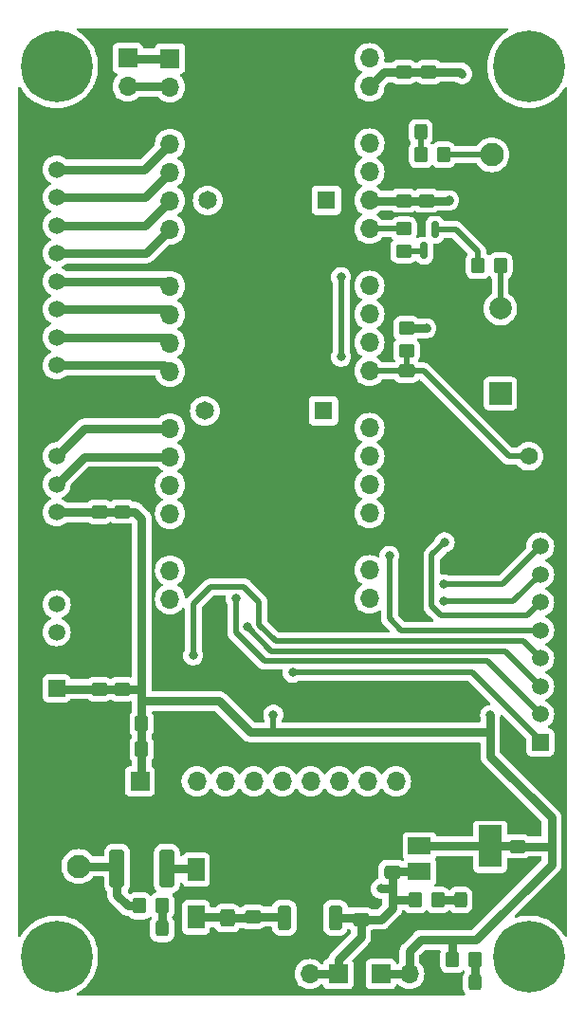
<source format=gbr>
%TF.GenerationSoftware,KiCad,Pcbnew,7.0.5*%
%TF.CreationDate,2023-10-05T13:58:56+07:00*%
%TF.ProjectId,Main_board,4d61696e-5f62-46f6-9172-642e6b696361,rev?*%
%TF.SameCoordinates,Original*%
%TF.FileFunction,Copper,L1,Top*%
%TF.FilePolarity,Positive*%
%FSLAX46Y46*%
G04 Gerber Fmt 4.6, Leading zero omitted, Abs format (unit mm)*
G04 Created by KiCad (PCBNEW 7.0.5) date 2023-10-05 13:58:56*
%MOMM*%
%LPD*%
G01*
G04 APERTURE LIST*
G04 Aperture macros list*
%AMRoundRect*
0 Rectangle with rounded corners*
0 $1 Rounding radius*
0 $2 $3 $4 $5 $6 $7 $8 $9 X,Y pos of 4 corners*
0 Add a 4 corners polygon primitive as box body*
4,1,4,$2,$3,$4,$5,$6,$7,$8,$9,$2,$3,0*
0 Add four circle primitives for the rounded corners*
1,1,$1+$1,$2,$3*
1,1,$1+$1,$4,$5*
1,1,$1+$1,$6,$7*
1,1,$1+$1,$8,$9*
0 Add four rect primitives between the rounded corners*
20,1,$1+$1,$2,$3,$4,$5,0*
20,1,$1+$1,$4,$5,$6,$7,0*
20,1,$1+$1,$6,$7,$8,$9,0*
20,1,$1+$1,$8,$9,$2,$3,0*%
G04 Aperture macros list end*
%TA.AperFunction,ComponentPad*%
%ADD10R,1.575000X1.575000*%
%TD*%
%TA.AperFunction,ComponentPad*%
%ADD11C,1.575000*%
%TD*%
%TA.AperFunction,SMDPad,CuDef*%
%ADD12RoundRect,0.250000X-0.325000X-0.450000X0.325000X-0.450000X0.325000X0.450000X-0.325000X0.450000X0*%
%TD*%
%TA.AperFunction,ComponentPad*%
%ADD13R,1.700000X1.700000*%
%TD*%
%TA.AperFunction,ComponentPad*%
%ADD14O,1.700000X1.700000*%
%TD*%
%TA.AperFunction,ComponentPad*%
%ADD15C,6.400000*%
%TD*%
%TA.AperFunction,SMDPad,CuDef*%
%ADD16RoundRect,0.250000X0.337500X0.475000X-0.337500X0.475000X-0.337500X-0.475000X0.337500X-0.475000X0*%
%TD*%
%TA.AperFunction,SMDPad,CuDef*%
%ADD17RoundRect,0.250000X0.350000X-0.850000X0.350000X0.850000X-0.350000X0.850000X-0.350000X-0.850000X0*%
%TD*%
%TA.AperFunction,SMDPad,CuDef*%
%ADD18RoundRect,0.250000X1.125000X-1.275000X1.125000X1.275000X-1.125000X1.275000X-1.125000X-1.275000X0*%
%TD*%
%TA.AperFunction,SMDPad,CuDef*%
%ADD19RoundRect,0.249997X2.650003X-2.950003X2.650003X2.950003X-2.650003X2.950003X-2.650003X-2.950003X0*%
%TD*%
%TA.AperFunction,SMDPad,CuDef*%
%ADD20RoundRect,0.250000X0.475000X-0.337500X0.475000X0.337500X-0.475000X0.337500X-0.475000X-0.337500X0*%
%TD*%
%TA.AperFunction,SMDPad,CuDef*%
%ADD21RoundRect,0.250000X-0.350000X-0.450000X0.350000X-0.450000X0.350000X0.450000X-0.350000X0.450000X0*%
%TD*%
%TA.AperFunction,ComponentPad*%
%ADD22R,2.000000X2.000000*%
%TD*%
%TA.AperFunction,ComponentPad*%
%ADD23C,2.000000*%
%TD*%
%TA.AperFunction,SMDPad,CuDef*%
%ADD24RoundRect,0.250000X0.350000X0.450000X-0.350000X0.450000X-0.350000X-0.450000X0.350000X-0.450000X0*%
%TD*%
%TA.AperFunction,SMDPad,CuDef*%
%ADD25RoundRect,0.250000X0.325000X0.450000X-0.325000X0.450000X-0.325000X-0.450000X0.325000X-0.450000X0*%
%TD*%
%TA.AperFunction,SMDPad,CuDef*%
%ADD26RoundRect,0.250000X0.425000X-0.537500X0.425000X0.537500X-0.425000X0.537500X-0.425000X-0.537500X0*%
%TD*%
%TA.AperFunction,SMDPad,CuDef*%
%ADD27RoundRect,0.250000X-0.475000X0.337500X-0.475000X-0.337500X0.475000X-0.337500X0.475000X0.337500X0*%
%TD*%
%TA.AperFunction,SMDPad,CuDef*%
%ADD28RoundRect,0.250000X-0.400000X-1.450000X0.400000X-1.450000X0.400000X1.450000X-0.400000X1.450000X0*%
%TD*%
%TA.AperFunction,ComponentPad*%
%ADD29R,1.508000X1.508000*%
%TD*%
%TA.AperFunction,ComponentPad*%
%ADD30C,1.508000*%
%TD*%
%TA.AperFunction,ComponentPad*%
%ADD31R,2.100000X2.100000*%
%TD*%
%TA.AperFunction,ComponentPad*%
%ADD32C,2.100000*%
%TD*%
%TA.AperFunction,SMDPad,CuDef*%
%ADD33R,2.000000X1.500000*%
%TD*%
%TA.AperFunction,SMDPad,CuDef*%
%ADD34R,2.000000X3.800000*%
%TD*%
%TA.AperFunction,SMDPad,CuDef*%
%ADD35RoundRect,0.250000X-0.450000X0.350000X-0.450000X-0.350000X0.450000X-0.350000X0.450000X0.350000X0*%
%TD*%
%TA.AperFunction,SMDPad,CuDef*%
%ADD36RoundRect,0.150000X0.150000X-0.587500X0.150000X0.587500X-0.150000X0.587500X-0.150000X-0.587500X0*%
%TD*%
%TA.AperFunction,SMDPad,CuDef*%
%ADD37RoundRect,0.250000X0.450000X-0.350000X0.450000X0.350000X-0.450000X0.350000X-0.450000X-0.350000X0*%
%TD*%
%TA.AperFunction,SMDPad,CuDef*%
%ADD38R,1.500000X2.090000*%
%TD*%
%TA.AperFunction,ComponentPad*%
%ADD39C,1.650000*%
%TD*%
%TA.AperFunction,ComponentPad*%
%ADD40R,1.650000X1.650000*%
%TD*%
%TA.AperFunction,ViaPad*%
%ADD41C,0.800000*%
%TD*%
%TA.AperFunction,Conductor*%
%ADD42C,0.508000*%
%TD*%
%TA.AperFunction,Conductor*%
%ADD43C,1.270000*%
%TD*%
%TA.AperFunction,Conductor*%
%ADD44C,0.762000*%
%TD*%
G04 APERTURE END LIST*
D10*
%TO.P,J9,1,1*%
%TO.N,GND*%
X182118000Y-66762000D03*
D11*
%TO.P,J9,2,2*%
%TO.N,Button1*%
X182118000Y-64262000D03*
%TD*%
D12*
%TO.P,3V1,1,K*%
%TO.N,GND*%
X175251000Y-111252000D03*
%TO.P,3V1,2,A*%
%TO.N,Net-(3V1-A)*%
X177301000Y-111252000D03*
%TD*%
D13*
%TO.P,J7,1,Pin_1*%
%TO.N,+3V3*%
X168910000Y-110490000D03*
D14*
%TO.P,J7,2,Pin_2*%
X171450000Y-110490000D03*
%TD*%
D13*
%TO.P,J6,1,Pin_1*%
%TO.N,+5V*%
X165105000Y-110490000D03*
D14*
%TO.P,J6,2,Pin_2*%
X162565000Y-110490000D03*
%TD*%
D15*
%TO.P,H1,1*%
%TO.N,N/C*%
X139954000Y-29464000D03*
%TD*%
D16*
%TO.P,C6,1*%
%TO.N,GND*%
X149627500Y-90424000D03*
%TO.P,C6,2*%
%TO.N,+3V3*%
X147552500Y-90424000D03*
%TD*%
D13*
%TO.P,J2,1,Pin_1*%
%TO.N,/TX*%
X146304000Y-28702000D03*
D14*
%TO.P,J2,2,Pin_2*%
%TO.N,/RX*%
X146304000Y-31242000D03*
%TO.P,J2,3,Pin_3*%
%TO.N,GND*%
X146304000Y-33782000D03*
%TD*%
D17*
%TO.P,U8,1,IN*%
%TO.N,Net-(U8-IN)*%
X160281000Y-105463000D03*
D18*
%TO.P,U8,2,GND*%
%TO.N,GND*%
X161036000Y-100838000D03*
X164086000Y-100838000D03*
D19*
X162561000Y-99163000D03*
D18*
X161036000Y-97488000D03*
X164086000Y-97488000D03*
D17*
%TO.P,U8,3,OUT*%
%TO.N,+5V*%
X164841000Y-105463000D03*
%TD*%
D12*
%TO.P,15V1,1,K*%
%TO.N,GND*%
X147327000Y-106438500D03*
%TO.P,15V1,2,A*%
%TO.N,Net-(15V1-A)*%
X149377000Y-106438500D03*
%TD*%
D20*
%TO.P,C9,1*%
%TO.N,GND*%
X173206500Y-32025500D03*
%TO.P,C9,2*%
%TO.N,+5V*%
X173206500Y-29950500D03*
%TD*%
D21*
%TO.P,R6,1*%
%TO.N,+15V*%
X147352000Y-104406500D03*
%TO.P,R6,2*%
%TO.N,Net-(15V1-A)*%
X149352000Y-104406500D03*
%TD*%
D22*
%TO.P,BZ1,1,-*%
%TO.N,+5V*%
X179578000Y-58664000D03*
D23*
%TO.P,BZ1,2,+*%
%TO.N,Net-(BZ1-+)*%
X179578000Y-51064000D03*
%TD*%
D13*
%TO.P,U3,1*%
%TO.N,/TX*%
X150082800Y-28740800D03*
D14*
%TO.P,U3,2*%
%TO.N,/RX*%
X150082800Y-31280800D03*
%TO.P,U3,3*%
%TO.N,GND*%
X150082800Y-33820800D03*
%TO.P,U3,4*%
%TO.N,M1_PWM_R*%
X150082800Y-36360800D03*
%TO.P,U3,5*%
%TO.N,M1_PWM_L*%
X150082800Y-38900800D03*
%TO.P,U3,6*%
%TO.N,M2_PWM_R*%
X150082800Y-41440800D03*
%TO.P,U3,7*%
%TO.N,M2_PWM_L*%
X150082800Y-43980800D03*
%TO.P,U3,8*%
%TO.N,GND*%
X150082800Y-46520800D03*
%TO.P,U3,9*%
%TO.N,M3_PWM_R*%
X150082800Y-49060800D03*
%TO.P,U3,10*%
%TO.N,M3_PWM_L*%
X150082800Y-51600800D03*
%TO.P,U3,11*%
%TO.N,M4_PWM_R*%
X150082800Y-54140800D03*
%TO.P,U3,12*%
%TO.N,M4_PWM_L*%
X150082800Y-56680800D03*
%TO.P,U3,13*%
%TO.N,GND*%
X150082800Y-59220800D03*
%TO.P,U3,14*%
%TO.N,OLED_LASER_SDA*%
X150082800Y-61760800D03*
%TO.P,U3,15*%
%TO.N,OLED_LASER_SCL*%
X150082800Y-64300800D03*
%TO.P,U3,16*%
%TO.N,M4_ENC_B'*%
X150082800Y-66840800D03*
%TO.P,U3,17*%
%TO.N,M4_ENC_A'*%
X150082800Y-69380800D03*
%TO.P,U3,18*%
%TO.N,GND*%
X150082800Y-71920800D03*
%TO.P,U3,19*%
%TO.N,M3_ENC_B'*%
X150082800Y-74460800D03*
%TO.P,U3,20*%
%TO.N,M3_ENC_A'*%
X150082800Y-77000800D03*
%TO.P,U3,21*%
%TO.N,M1_ENC_B'*%
X167894000Y-76962000D03*
%TO.P,U3,22*%
%TO.N,M1_ENC_A'*%
X167894000Y-74422000D03*
%TO.P,U3,23*%
%TO.N,GND*%
X167894000Y-71882000D03*
%TO.P,U3,24*%
%TO.N,M2_ENC_B'*%
X167894000Y-69342000D03*
%TO.P,U3,25*%
%TO.N,M2_ENC_A'*%
X167894000Y-66802000D03*
%TO.P,U3,26*%
%TO.N,MPU_SDA*%
X167894000Y-64262000D03*
%TO.P,U3,27*%
%TO.N,MPU_SCL*%
X167894000Y-61722000D03*
%TO.P,U3,28*%
%TO.N,GND*%
X167894000Y-59182000D03*
%TO.P,U3,29*%
%TO.N,Button1*%
X167894000Y-56642000D03*
%TO.P,U3,30*%
%TO.N,unconnected-(U3-Pad30)*%
X167894000Y-54102000D03*
%TO.P,U3,31*%
%TO.N,ADC0*%
X167894000Y-51562000D03*
%TO.P,U3,32*%
%TO.N,ADC1*%
X167894000Y-49022000D03*
%TO.P,U3,33*%
%TO.N,GND*%
X167894000Y-46482000D03*
%TO.P,U3,34*%
%TO.N,BUZZER1*%
X167894000Y-43942000D03*
%TO.P,U3,35*%
%TO.N,+3V3*%
X167894000Y-41402000D03*
%TO.P,U3,36*%
%TO.N,unconnected-(U3-Pad36)*%
X167894000Y-38862000D03*
%TO.P,U3,37*%
%TO.N,unconnected-(U3-Pad37)*%
X167894000Y-36322000D03*
%TO.P,U3,38*%
%TO.N,GND*%
X167894000Y-33782000D03*
%TO.P,U3,39*%
%TO.N,+5V*%
X167894000Y-31242000D03*
%TO.P,U3,40*%
%TO.N,unconnected-(U3-Pad40)*%
X167894000Y-28702000D03*
%TD*%
D24*
%TO.P,R2,1*%
%TO.N,Net-(BZ1-+)*%
X179562000Y-47244000D03*
%TO.P,R2,2*%
%TO.N,Net-(Q1-C)*%
X177562000Y-47244000D03*
%TD*%
D25*
%TO.P,15V2,1,K*%
%TO.N,GND*%
X174507000Y-35306000D03*
%TO.P,15V2,2,A*%
%TO.N,Net-(15V2-A)*%
X172457000Y-35306000D03*
%TD*%
D26*
%TO.P,C18,1*%
%TO.N,Net-(U8-IN)*%
X155195000Y-105494500D03*
%TO.P,C18,2*%
%TO.N,GND*%
X155195000Y-102619500D03*
%TD*%
D27*
%TO.P,C19,1*%
%TO.N,GND*%
X181102000Y-97006500D03*
%TO.P,C19,2*%
%TO.N,+3V3*%
X181102000Y-99081500D03*
%TD*%
D28*
%TO.P,F1,1*%
%TO.N,+15V*%
X145349000Y-101092000D03*
%TO.P,F1,2*%
%TO.N,Net-(D1-PadA)*%
X149799000Y-101092000D03*
%TD*%
D24*
%TO.P,R7,1*%
%TO.N,V_bat*%
X174482000Y-37338000D03*
%TO.P,R7,2*%
%TO.N,Net-(15V2-A)*%
X172482000Y-37338000D03*
%TD*%
D15*
%TO.P,H4,1*%
%TO.N,N/C*%
X182118000Y-108966000D03*
%TD*%
D16*
%TO.P,C5,1*%
%TO.N,GND*%
X149627500Y-88138000D03*
%TO.P,C5,2*%
%TO.N,+3V3*%
X147552500Y-88138000D03*
%TD*%
D29*
%TO.P,U5,1,VIN*%
%TO.N,+3V3*%
X139954000Y-84970000D03*
D30*
%TO.P,U5,2,GND*%
%TO.N,GND*%
X139954000Y-82470000D03*
%TO.P,U5,3,SCL*%
%TO.N,OLED_LASER_SCL*%
X139954000Y-79970000D03*
%TO.P,U5,4,SDA*%
%TO.N,OLED_LASER_SDA*%
X139954000Y-77470000D03*
%TD*%
D27*
%TO.P,C13,1*%
%TO.N,GND*%
X172974000Y-39348500D03*
%TO.P,C13,2*%
%TO.N,+3V3*%
X172974000Y-41423500D03*
%TD*%
D20*
%TO.P,C8,1*%
%TO.N,GND*%
X143747000Y-71294000D03*
%TO.P,C8,2*%
%TO.N,+3V3*%
X143747000Y-69219000D03*
%TD*%
D31*
%TO.P,J4,1,1*%
%TO.N,GND*%
X141922000Y-95803500D03*
D32*
%TO.P,J4,2,2*%
%TO.N,+15V*%
X141922000Y-100883500D03*
%TD*%
D33*
%TO.P,U7,1,GND*%
%TO.N,GND*%
X172364000Y-96760000D03*
%TO.P,U7,2,VO*%
%TO.N,+3V3*%
X172364000Y-99060000D03*
D34*
X178664000Y-99060000D03*
D33*
%TO.P,U7,3,VI*%
%TO.N,+5V*%
X172364000Y-101360000D03*
%TD*%
D27*
%TO.P,C20,1*%
%TO.N,GND*%
X157481000Y-103295000D03*
%TO.P,C20,2*%
%TO.N,Net-(U8-IN)*%
X157481000Y-105370000D03*
%TD*%
%TO.P,C15,1*%
%TO.N,GND*%
X145779000Y-82976500D03*
%TO.P,C15,2*%
%TO.N,+3V3*%
X145779000Y-85051500D03*
%TD*%
%TO.P,C22,1*%
%TO.N,GND*%
X167133000Y-103549000D03*
%TO.P,C22,2*%
%TO.N,+5V*%
X167133000Y-105624000D03*
%TD*%
%TO.P,C16,1*%
%TO.N,GND*%
X143747000Y-82976500D03*
%TO.P,C16,2*%
%TO.N,+3V3*%
X143747000Y-85051500D03*
%TD*%
%TO.P,C17,1*%
%TO.N,GND*%
X169926000Y-99292500D03*
%TO.P,C17,2*%
%TO.N,+5V*%
X169926000Y-101367500D03*
%TD*%
D29*
%TO.P,U4,1,GND*%
%TO.N,GND*%
X139954000Y-71762000D03*
D30*
%TO.P,U4,2,VCC*%
%TO.N,+3V3*%
X139954000Y-69262000D03*
%TO.P,U4,3,SCK*%
%TO.N,OLED_LASER_SCL*%
X139954000Y-66762000D03*
%TO.P,U4,4,SDA*%
%TO.N,OLED_LASER_SDA*%
X139954000Y-64262000D03*
%TD*%
D13*
%TO.P,J8,1,Pin_1*%
%TO.N,GND*%
X151130000Y-110490000D03*
D14*
%TO.P,J8,2,Pin_2*%
X153670000Y-110490000D03*
%TO.P,J8,3,Pin_3*%
X156210000Y-110490000D03*
%TO.P,J8,4,Pin_4*%
X158750000Y-110490000D03*
%TD*%
D20*
%TO.P,C21,1*%
%TO.N,GND*%
X171196000Y-58717000D03*
%TO.P,C21,2*%
%TO.N,Button1*%
X171196000Y-56642000D03*
%TD*%
D35*
%TO.P,R5,1*%
%TO.N,+3V3*%
X171196000Y-52832000D03*
%TO.P,R5,2*%
%TO.N,Button1*%
X171196000Y-54832000D03*
%TD*%
D15*
%TO.P,H3,1*%
%TO.N,N/C*%
X182118000Y-29464000D03*
%TD*%
D27*
%TO.P,C14,1*%
%TO.N,GND*%
X170942000Y-39348500D03*
%TO.P,C14,2*%
%TO.N,+3V3*%
X170942000Y-41423500D03*
%TD*%
D36*
%TO.P,Q1,1,B*%
%TO.N,Net-(Q1-B)*%
X172786000Y-45895500D03*
%TO.P,Q1,2,E*%
%TO.N,GND*%
X174686000Y-45895500D03*
%TO.P,Q1,3,C*%
%TO.N,Net-(Q1-C)*%
X173736000Y-44020500D03*
%TD*%
D25*
%TO.P,5V1,1,K*%
%TO.N,GND*%
X178063000Y-103886000D03*
%TO.P,5V1,2,A*%
%TO.N,Net-(5V1-A)*%
X176013000Y-103886000D03*
%TD*%
D37*
%TO.P,R1,1*%
%TO.N,Net-(Q1-B)*%
X170942000Y-45958000D03*
%TO.P,R1,2*%
%TO.N,BUZZER1*%
X170942000Y-43958000D03*
%TD*%
D29*
%TO.P,J1,1,1*%
%TO.N,GND*%
X139954000Y-58648000D03*
D30*
%TO.P,J1,2,2*%
%TO.N,M4_PWM_L*%
X139954000Y-56148000D03*
%TO.P,J1,3,3*%
%TO.N,M4_PWM_R*%
X139954000Y-53648000D03*
%TO.P,J1,4,4*%
%TO.N,M3_PWM_L*%
X139954000Y-51148000D03*
%TO.P,J1,5,5*%
%TO.N,M3_PWM_R*%
X139954000Y-48648000D03*
%TO.P,J1,6,6*%
%TO.N,M2_PWM_L*%
X139954000Y-46148000D03*
%TO.P,J1,7,7*%
%TO.N,M2_PWM_R*%
X139954000Y-43648000D03*
%TO.P,J1,8,8*%
%TO.N,M1_PWM_L*%
X139954000Y-41148000D03*
%TO.P,J1,9,9*%
%TO.N,M1_PWM_R*%
X139954000Y-38648000D03*
%TD*%
D13*
%TO.P,U1,1,VCC*%
%TO.N,+3V3*%
X147388250Y-93283000D03*
D14*
%TO.P,U1,2,GND*%
%TO.N,GND*%
X149928250Y-93283000D03*
%TO.P,U1,3,SCL*%
%TO.N,MPU_SCL*%
X152468250Y-93283000D03*
%TO.P,U1,4,SDA*%
%TO.N,MPU_SDA*%
X155008250Y-93283000D03*
%TO.P,U1,5,EDA*%
%TO.N,unconnected-(U1-EDA-Pad5)*%
X157548250Y-93283000D03*
%TO.P,U1,6,ECL*%
%TO.N,unconnected-(U1-ECL-Pad6)*%
X160088250Y-93283000D03*
%TO.P,U1,7,AD0*%
%TO.N,unconnected-(U1-AD0-Pad7)*%
X162628250Y-93283000D03*
%TO.P,U1,8,INT*%
%TO.N,unconnected-(U1-INT-Pad8)*%
X165168250Y-93283000D03*
%TO.P,U1,9,NCS*%
%TO.N,unconnected-(U1-NCS-Pad9)*%
X167708250Y-93283000D03*
%TO.P,U1,10,FSYNC*%
%TO.N,unconnected-(U1-FSYNC-Pad10)*%
X170248250Y-93283000D03*
%TD*%
D15*
%TO.P,H2,1*%
%TO.N,N/C*%
X139954000Y-108966000D03*
%TD*%
D21*
%TO.P,R3,1*%
%TO.N,+5V*%
X171974000Y-103886000D03*
%TO.P,R3,2*%
%TO.N,Net-(5V1-A)*%
X173974000Y-103886000D03*
%TD*%
D20*
%TO.P,C10,1*%
%TO.N,GND*%
X170942000Y-32025500D03*
%TO.P,C10,2*%
%TO.N,+5V*%
X170942000Y-29950500D03*
%TD*%
D31*
%TO.P,J5,1,1*%
%TO.N,GND*%
X178816000Y-42418000D03*
D32*
%TO.P,J5,2,2*%
%TO.N,V_bat*%
X178816000Y-37338000D03*
%TD*%
D20*
%TO.P,C7,1*%
%TO.N,GND*%
X145796000Y-71272500D03*
%TO.P,C7,2*%
%TO.N,+3V3*%
X145796000Y-69197500D03*
%TD*%
D21*
%TO.P,R4,1*%
%TO.N,+3V3*%
X175276000Y-109220000D03*
%TO.P,R4,2*%
%TO.N,Net-(3V1-A)*%
X177276000Y-109220000D03*
%TD*%
D29*
%TO.P,J3,1,1*%
%TO.N,M4_ENC_B*%
X183134000Y-89796000D03*
D30*
%TO.P,J3,2,2*%
%TO.N,M4_ENC_A*%
X183134000Y-87296000D03*
%TO.P,J3,3,3*%
%TO.N,M3_ENC_B*%
X183134000Y-84796000D03*
%TO.P,J3,4,4*%
%TO.N,M3_ENC_A*%
X183134000Y-82296000D03*
%TO.P,J3,5,5*%
%TO.N,M2_ENC_B*%
X183134000Y-79796000D03*
%TO.P,J3,6,6*%
%TO.N,M2_ENC_A*%
X183134000Y-77296000D03*
%TO.P,J3,7,7*%
%TO.N,M1_ENC_B*%
X183134000Y-74796000D03*
%TO.P,J3,8,8*%
%TO.N,M1_ENC_A*%
X183134000Y-72296000D03*
%TD*%
D38*
%TO.P,D1,A*%
%TO.N,Net-(D1-PadA)*%
X152401000Y-101165000D03*
%TO.P,D1,C*%
%TO.N,Net-(U8-IN)*%
X152401000Y-105425000D03*
%TD*%
D39*
%TO.P,D2,A*%
%TO.N,Net-(D2-PadA)*%
X153196000Y-60198000D03*
D40*
%TO.P,D2,C*%
%TO.N,+15V*%
X163796000Y-60198000D03*
%TD*%
D39*
%TO.P,D3,A*%
%TO.N,Net-(D3-PadA)*%
X153450000Y-41402000D03*
D40*
%TO.P,D3,C*%
%TO.N,V_bat*%
X164050000Y-41402000D03*
%TD*%
D41*
%TO.N,GND*%
X176784000Y-92964000D03*
X142748000Y-91948000D03*
X182372000Y-56388000D03*
X160528000Y-107950000D03*
X184404000Y-36830000D03*
X184150000Y-56388000D03*
X160782000Y-35306000D03*
X177292000Y-94234000D03*
X174244000Y-64770000D03*
X182118000Y-42164000D03*
X153162000Y-39116000D03*
X160528000Y-38608000D03*
X170434000Y-106934000D03*
X160274000Y-70104000D03*
X159258000Y-38608000D03*
X172974000Y-92964000D03*
X137922000Y-91948000D03*
X155956000Y-67564000D03*
X137414000Y-59182000D03*
X144780000Y-78486000D03*
X144780000Y-80518000D03*
X158750000Y-32004000D03*
X170942000Y-51054000D03*
X151130000Y-26670000D03*
X152400000Y-64516000D03*
X183896000Y-45466000D03*
X176276000Y-66294000D03*
X145796000Y-77470000D03*
X156972000Y-28448000D03*
X160782000Y-28448000D03*
X154686000Y-107950000D03*
X183896000Y-42164000D03*
X138176000Y-34036000D03*
X156718000Y-107950000D03*
X182816000Y-36875500D03*
X162814000Y-26924000D03*
X144526000Y-109220000D03*
X156972000Y-32004000D03*
X184404000Y-93726000D03*
X155448000Y-39116000D03*
X175514000Y-101346000D03*
X137922000Y-93218000D03*
X137922000Y-94742000D03*
X145835305Y-75731305D03*
X182816000Y-38653500D03*
X139954000Y-60452000D03*
X154940000Y-51816000D03*
X143510000Y-36830000D03*
X182118000Y-68580000D03*
X162306000Y-28448000D03*
X175006000Y-90424000D03*
X182372000Y-59690000D03*
X184150000Y-62992000D03*
X154940000Y-26924000D03*
X141478000Y-60198000D03*
X156464000Y-96012000D03*
X183896000Y-43688000D03*
X150622000Y-96012000D03*
X139954000Y-34036000D03*
X153162000Y-30226000D03*
X153162000Y-26924000D03*
X153162000Y-53848000D03*
X160782000Y-32004000D03*
X178562000Y-53594000D03*
X150114000Y-81026000D03*
X154178000Y-62484000D03*
X154940000Y-28448000D03*
X153162000Y-48006000D03*
X174244000Y-63246000D03*
X182118000Y-45466000D03*
X143256000Y-59944000D03*
X145542000Y-89916000D03*
X180086000Y-102362000D03*
X159258000Y-40386000D03*
X154178000Y-65786000D03*
X184150000Y-68580000D03*
X181038000Y-40431500D03*
X137922000Y-102616000D03*
X172974000Y-91694000D03*
X160782000Y-66548000D03*
X137922000Y-100584000D03*
X144272000Y-111506000D03*
X155448000Y-37846000D03*
X149606000Y-79502000D03*
X144018000Y-32512000D03*
X172720000Y-51054000D03*
X181038000Y-36875500D03*
X184150000Y-64770000D03*
X149098000Y-84582000D03*
X153162000Y-32004000D03*
X176530000Y-86360000D03*
X137922000Y-96774000D03*
X141732000Y-88900000D03*
X156972000Y-30226000D03*
X184150000Y-54356000D03*
X143764000Y-86868000D03*
X137922000Y-90678000D03*
X155702000Y-62484000D03*
X153162000Y-50038000D03*
X162306000Y-35306000D03*
X184150000Y-49276000D03*
X182372000Y-54356000D03*
X153162000Y-37846000D03*
X145034000Y-57658000D03*
X159258000Y-35306000D03*
X162306000Y-32004000D03*
X160274000Y-68580000D03*
X142748000Y-93218000D03*
X139954000Y-91948000D03*
X172974000Y-94234000D03*
X184150000Y-66802000D03*
X138176000Y-35560000D03*
X147066000Y-111506000D03*
X137922000Y-98806000D03*
X145542000Y-86868000D03*
X172720000Y-49022000D03*
X153162000Y-36576000D03*
X144018000Y-26670000D03*
X141986000Y-35560000D03*
X159004000Y-70104000D03*
X139954000Y-35560000D03*
X182372000Y-61468000D03*
X152654000Y-96012000D03*
X152400000Y-62484000D03*
X145542000Y-88646000D03*
X155448000Y-41910000D03*
X153416000Y-83820000D03*
X184404000Y-38608000D03*
X184150000Y-61468000D03*
X184404000Y-34798000D03*
X139954000Y-88900000D03*
X137922000Y-88900000D03*
X176784000Y-90678000D03*
X155448000Y-36576000D03*
X182118000Y-43688000D03*
X168402000Y-108204000D03*
X154940000Y-32004000D03*
X182372000Y-50800000D03*
X137922000Y-87122000D03*
X172466000Y-64770000D03*
X182118000Y-47244000D03*
X184404000Y-40386000D03*
X143764000Y-88646000D03*
X159258000Y-37084000D03*
X181038000Y-35351500D03*
X170942000Y-85090000D03*
X170688000Y-64770000D03*
X155448000Y-40640000D03*
X184150000Y-52578000D03*
X146812000Y-59944000D03*
X153162000Y-28448000D03*
X143256000Y-57658000D03*
X167386000Y-85090000D03*
X153162000Y-51816000D03*
X184150000Y-59690000D03*
X141732000Y-90678000D03*
X160782000Y-26924000D03*
X155194000Y-83820000D03*
X139954000Y-90678000D03*
X166878000Y-97028000D03*
X160020000Y-64770000D03*
X141732000Y-87122000D03*
X148844000Y-108458000D03*
X154178000Y-64262000D03*
X141922000Y-98343500D03*
X184150000Y-57912000D03*
X154432000Y-96012000D03*
X156972000Y-26924000D03*
X181102000Y-34036000D03*
X158496000Y-107950000D03*
X155448000Y-35306000D03*
X182626000Y-34036000D03*
X143764000Y-90678000D03*
X182372000Y-57912000D03*
X146812000Y-57658000D03*
X145796000Y-79502000D03*
X178308000Y-93218000D03*
X158750000Y-26924000D03*
X178562000Y-55626000D03*
X180340000Y-53594000D03*
X176784000Y-91694000D03*
X145034000Y-59944000D03*
X158750000Y-28448000D03*
X137414000Y-57912000D03*
X184150000Y-50800000D03*
X182372000Y-49276000D03*
X154940000Y-48006000D03*
X173228000Y-108966000D03*
X160528000Y-37084000D03*
X176022000Y-64770000D03*
X138176000Y-60452000D03*
X182816000Y-40431500D03*
X184150000Y-104394000D03*
X160782000Y-30226000D03*
X180340000Y-55626000D03*
X168148000Y-95758000D03*
X172466000Y-62738000D03*
X146050000Y-26670000D03*
X148844000Y-26670000D03*
X184404000Y-33528000D03*
X162306000Y-30226000D03*
X174498000Y-85090000D03*
X176276000Y-85090000D03*
X155702000Y-64262000D03*
X158750000Y-30226000D03*
X160528000Y-40386000D03*
X172466000Y-60706000D03*
X170688000Y-60706000D03*
X182372000Y-52578000D03*
X169164000Y-85090000D03*
X182816000Y-35351500D03*
X152654000Y-107950000D03*
X173990000Y-111252000D03*
X159004000Y-68580000D03*
X151384000Y-88138000D03*
X172720000Y-85090000D03*
X170688000Y-62738000D03*
X153162000Y-35306000D03*
X183896000Y-47244000D03*
X159004000Y-66548000D03*
X154940000Y-50038000D03*
X181038000Y-38653500D03*
X154940000Y-53848000D03*
X141986000Y-34036000D03*
X145542000Y-110490000D03*
X145034000Y-36830000D03*
X170942000Y-49022000D03*
X139954000Y-93218000D03*
X175260000Y-105918000D03*
X139954000Y-87122000D03*
X155702000Y-66040000D03*
X154940000Y-30226000D03*
X162306000Y-107950000D03*
X165354000Y-78740000D03*
%TO.N,+5V*%
X176168000Y-30118000D03*
X168910000Y-102870000D03*
%TO.N,+3V3*%
X172974000Y-52832000D03*
X178670500Y-87376000D03*
X175006000Y-41402000D03*
X159301000Y-87333000D03*
%TO.N,+15V*%
X165354000Y-48260000D03*
X165354000Y-55372000D03*
%TO.N,M1_ENC_A*%
X174498000Y-75692000D03*
%TO.N,M1_ENC_B*%
X174498000Y-77216000D03*
%TO.N,M2_ENC_A*%
X174596757Y-71947838D03*
%TO.N,M2_ENC_B*%
X169672000Y-73152000D03*
%TO.N,M3_ENC_A*%
X152146000Y-82042000D03*
%TO.N,M3_ENC_B*%
X156990500Y-79502000D03*
%TO.N,M4_ENC_A*%
X155956000Y-76962000D03*
%TO.N,M4_ENC_B*%
X161036000Y-83584500D03*
%TD*%
D42*
%TO.N,GND*%
X149627500Y-88138000D02*
X149627500Y-90424000D01*
D43*
X169672000Y-97182000D02*
X170094000Y-96760000D01*
D44*
X142066000Y-71294000D02*
X141478000Y-71882000D01*
X150971600Y-58332000D02*
X150082800Y-59220800D01*
D42*
X170932921Y-39348500D02*
X170942000Y-39348500D01*
D43*
X155956000Y-46482000D02*
X157480000Y-46482000D01*
D44*
X146319000Y-33797000D02*
X150059000Y-33797000D01*
D43*
X139446000Y-101600000D02*
X139446000Y-97028000D01*
D44*
X145779000Y-82976500D02*
X143747000Y-82976500D01*
D42*
X172974000Y-39348500D02*
X170942000Y-39348500D01*
D44*
X143747000Y-82976500D02*
X141904500Y-82976500D01*
X147327000Y-106438500D02*
X147307500Y-106438500D01*
D42*
X174686000Y-47056000D02*
X173990000Y-47752000D01*
D44*
X170942000Y-39348500D02*
X170942000Y-33782000D01*
D42*
X174686000Y-45895500D02*
X174686000Y-47056000D01*
X182118000Y-66762000D02*
X180554000Y-66762000D01*
D44*
X146304000Y-33782000D02*
X146319000Y-33797000D01*
X182078000Y-66802000D02*
X182118000Y-66762000D01*
D43*
X149860000Y-97536000D02*
X155194000Y-97536000D01*
D44*
X157481000Y-103295000D02*
X157481000Y-97537000D01*
D43*
X157480000Y-64770000D02*
X157480000Y-57912000D01*
D42*
X171196000Y-58717000D02*
X168359000Y-58717000D01*
X180554000Y-66762000D02*
X172509000Y-58717000D01*
D44*
X139954000Y-58648000D02*
X149510000Y-58648000D01*
D43*
X165354000Y-78740000D02*
X165354000Y-71882000D01*
X150121600Y-33782000D02*
X150082800Y-33820800D01*
D44*
X145779000Y-79519000D02*
X145779000Y-82976500D01*
D43*
X150181723Y-59220800D02*
X150082800Y-59220800D01*
D42*
X169164000Y-47752000D02*
X167894000Y-46482000D01*
D43*
X148127500Y-95803500D02*
X149860000Y-97536000D01*
D42*
X149627500Y-92982250D02*
X149928250Y-93283000D01*
X149627500Y-90424000D02*
X149627500Y-92982250D01*
D44*
X140074000Y-71882000D02*
X139954000Y-71762000D01*
D43*
X172980000Y-96144000D02*
X175006000Y-96144000D01*
X157480000Y-57912000D02*
X157480000Y-46482000D01*
D44*
X173206500Y-32025500D02*
X173228000Y-32047000D01*
X155195000Y-102619500D02*
X155195000Y-97537000D01*
D42*
X149627500Y-88138000D02*
X151384000Y-88138000D01*
D43*
X167894000Y-46482000D02*
X155956000Y-46482000D01*
X167894000Y-59182000D02*
X167795077Y-59182000D01*
D44*
X155195000Y-97537000D02*
X155194000Y-97536000D01*
X141398000Y-82470000D02*
X139954000Y-82470000D01*
X149510000Y-58648000D02*
X150082800Y-59220800D01*
D43*
X170094000Y-96760000D02*
X172364000Y-96760000D01*
D44*
X167894000Y-59182000D02*
X167044000Y-58332000D01*
X170942000Y-33782000D02*
X173228000Y-33782000D01*
X157481000Y-97537000D02*
X157480000Y-97536000D01*
X173228000Y-32047000D02*
X173228000Y-33782000D01*
D43*
X162560000Y-100262000D02*
X163529500Y-99292500D01*
D44*
X145796000Y-79502000D02*
X145779000Y-79519000D01*
X167133000Y-103549000D02*
X167133000Y-99293500D01*
X153670000Y-110490000D02*
X151130000Y-110490000D01*
D43*
X166370000Y-99292500D02*
X167132000Y-99292500D01*
D44*
X141904500Y-82976500D02*
X141398000Y-82470000D01*
D43*
X165862000Y-71882000D02*
X165354000Y-71882000D01*
D44*
X147307500Y-106438500D02*
X145796000Y-107950000D01*
D43*
X150121600Y-46482000D02*
X155956000Y-46482000D01*
D42*
X173206500Y-32025500D02*
X173491000Y-32310000D01*
D43*
X163529500Y-99292500D02*
X166370000Y-99292500D01*
X165354000Y-71882000D02*
X163068000Y-71882000D01*
D42*
X172509000Y-58717000D02*
X171196000Y-58717000D01*
D43*
X150082800Y-46520800D02*
X150121600Y-46482000D01*
D44*
X167133000Y-99293500D02*
X167132000Y-99292500D01*
X160020000Y-64770000D02*
X157480000Y-64770000D01*
X167044000Y-58332000D02*
X150971600Y-58332000D01*
X173990000Y-33782000D02*
X174507000Y-34299000D01*
D42*
X175746500Y-39348500D02*
X178816000Y-42418000D01*
D44*
X145774500Y-71294000D02*
X145796000Y-71272500D01*
X167894000Y-33782000D02*
X170942000Y-33782000D01*
D43*
X145796000Y-107950000D02*
X139446000Y-101600000D01*
D42*
X172974000Y-39348500D02*
X175746500Y-39348500D01*
D44*
X150059000Y-33797000D02*
X150082800Y-33820800D01*
D43*
X157480000Y-97536000D02*
X163034000Y-97536000D01*
X151130000Y-110490000D02*
X148336000Y-110490000D01*
X167132000Y-99292500D02*
X169672000Y-99292500D01*
X155194000Y-97536000D02*
X157480000Y-97536000D01*
X167894000Y-71882000D02*
X163068000Y-71882000D01*
X180239500Y-96144000D02*
X181102000Y-97006500D01*
X139446000Y-97028000D02*
X140670500Y-95803500D01*
X148336000Y-110490000D02*
X145796000Y-107950000D01*
X169672000Y-99292500D02*
X169672000Y-97182000D01*
X153670000Y-90424000D02*
X175006000Y-90424000D01*
X157480000Y-71882000D02*
X157480000Y-64770000D01*
D44*
X173206500Y-32025500D02*
X170920500Y-32025500D01*
D43*
X157480000Y-46482000D02*
X157480000Y-33782000D01*
D44*
X175251000Y-111252000D02*
X173990000Y-111252000D01*
D43*
X150082800Y-71920800D02*
X150121600Y-71882000D01*
X175006000Y-96144000D02*
X175006000Y-90424000D01*
X172364000Y-96760000D02*
X172980000Y-96144000D01*
D44*
X143747000Y-71294000D02*
X145774500Y-71294000D01*
D43*
X151384000Y-88138000D02*
X153670000Y-90424000D01*
D44*
X145796000Y-71272500D02*
X145796000Y-75692000D01*
X178063000Y-104893000D02*
X178063000Y-103886000D01*
D43*
X150121600Y-71882000D02*
X163068000Y-71882000D01*
X175006000Y-96144000D02*
X180239500Y-96144000D01*
D44*
X173228000Y-33782000D02*
X173990000Y-33782000D01*
X177038000Y-105918000D02*
X178063000Y-104893000D01*
X141478000Y-71882000D02*
X140074000Y-71882000D01*
D43*
X140670500Y-95803500D02*
X148127500Y-95803500D01*
D44*
X145796000Y-75692000D02*
X145835305Y-75731305D01*
D43*
X167894000Y-33782000D02*
X150121600Y-33782000D01*
D44*
X174507000Y-34299000D02*
X174507000Y-35306000D01*
X156210000Y-110490000D02*
X153670000Y-110490000D01*
X158750000Y-110490000D02*
X156210000Y-110490000D01*
X143747000Y-71294000D02*
X142066000Y-71294000D01*
D42*
X173990000Y-47752000D02*
X169164000Y-47752000D01*
X168359000Y-58717000D02*
X167894000Y-59182000D01*
D44*
X175260000Y-105918000D02*
X177038000Y-105918000D01*
D43*
X163034000Y-97536000D02*
X164085000Y-98587000D01*
D44*
%TO.N,Net-(3V1-A)*%
X177276000Y-111227000D02*
X177301000Y-111252000D01*
X177276000Y-109220000D02*
X177276000Y-111227000D01*
%TO.N,Net-(5V1-A)*%
X173974000Y-103886000D02*
X176013000Y-103886000D01*
%TO.N,Net-(15V1-A)*%
X149352000Y-104406500D02*
X149352000Y-106413500D01*
D42*
%TO.N,Net-(15V2-A)*%
X172482000Y-35331000D02*
X172482000Y-37338000D01*
D44*
%TO.N,+5V*%
X173206500Y-29950500D02*
X176000500Y-29950500D01*
X169164000Y-29972000D02*
X170920500Y-29972000D01*
X169926000Y-102870000D02*
X169926000Y-101367500D01*
X169926000Y-104648000D02*
X169926000Y-102870000D01*
X169164000Y-29972000D02*
X167894000Y-31242000D01*
X172364000Y-101360000D02*
X172618000Y-101614000D01*
X169926000Y-101367500D02*
X169933500Y-101360000D01*
X171974000Y-103886000D02*
X169926000Y-103886000D01*
X170942000Y-29950500D02*
X173206500Y-29950500D01*
X176000500Y-29950500D02*
X176168000Y-30118000D01*
X169933500Y-101360000D02*
X172364000Y-101360000D01*
X167132000Y-107188000D02*
X165105000Y-109215000D01*
X168910000Y-102870000D02*
X169926000Y-102870000D01*
X170920500Y-29972000D02*
X170942000Y-29950500D01*
X167133000Y-105624000D02*
X168950000Y-105624000D01*
X165105000Y-109215000D02*
X165105000Y-110490000D01*
X168950000Y-105624000D02*
X169926000Y-104648000D01*
X164841000Y-105463000D02*
X167226000Y-105463000D01*
X165105000Y-110490000D02*
X162565000Y-110490000D01*
X167132000Y-106172000D02*
X167132000Y-107188000D01*
D42*
%TO.N,Net-(BZ1-+)*%
X179562000Y-51048000D02*
X179578000Y-51064000D01*
X179562000Y-47244000D02*
X179562000Y-51048000D01*
D44*
%TO.N,+3V3*%
X183917500Y-99081500D02*
X184150000Y-99314000D01*
X139954000Y-69262000D02*
X143704000Y-69262000D01*
X143768500Y-69197500D02*
X143747000Y-69219000D01*
X172364000Y-99060000D02*
X181080500Y-99060000D01*
D42*
X159301000Y-87333000D02*
X159301000Y-88857000D01*
D44*
X146033000Y-69197500D02*
X146921500Y-69197500D01*
X184150000Y-99314000D02*
X184150000Y-96520000D01*
X178562000Y-88900000D02*
X178670500Y-88791500D01*
X184150000Y-99314000D02*
X184150000Y-100711000D01*
X154432000Y-86106000D02*
X147828000Y-86106000D01*
X157226000Y-88900000D02*
X154432000Y-86106000D01*
D42*
X159301000Y-88857000D02*
X159258000Y-88900000D01*
D44*
X170942000Y-41423500D02*
X167915500Y-41423500D01*
X147552500Y-69828500D02*
X147552500Y-88138000D01*
X178308000Y-88900000D02*
X178562000Y-88900000D01*
X143704000Y-69262000D02*
X143747000Y-69219000D01*
X178670500Y-88791500D02*
X178670500Y-87376000D01*
X171196000Y-52832000D02*
X172974000Y-52832000D01*
X181102000Y-99081500D02*
X183917500Y-99081500D01*
X176022000Y-107442000D02*
X172466000Y-107442000D01*
X145779000Y-85051500D02*
X147535500Y-85051500D01*
X167915500Y-41423500D02*
X167894000Y-41402000D01*
X146921500Y-69197500D02*
X147552500Y-69828500D01*
X171450000Y-108458000D02*
X171450000Y-110490000D01*
X146033000Y-69197500D02*
X143768500Y-69197500D01*
X184150000Y-100711000D02*
X177419000Y-107442000D01*
X145779000Y-85051500D02*
X143747000Y-85051500D01*
X172974000Y-41423500D02*
X174984500Y-41423500D01*
X184150000Y-96520000D02*
X178670500Y-91040500D01*
X140035500Y-85051500D02*
X139954000Y-84970000D01*
X177419000Y-107442000D02*
X175260000Y-107442000D01*
X175260000Y-107442000D02*
X175276000Y-107458000D01*
X147552500Y-88138000D02*
X147552500Y-90424000D01*
X172466000Y-107442000D02*
X171450000Y-108458000D01*
X178670500Y-91040500D02*
X178670500Y-88791500D01*
X181080500Y-99060000D02*
X181102000Y-99081500D01*
X170942000Y-41423500D02*
X172974000Y-41423500D01*
X143747000Y-85051500D02*
X140035500Y-85051500D01*
X147552500Y-90424000D02*
X147552500Y-93118750D01*
X159258000Y-88900000D02*
X157226000Y-88900000D01*
X178308000Y-88900000D02*
X159258000Y-88900000D01*
X174984500Y-41423500D02*
X175006000Y-41402000D01*
X171450000Y-110490000D02*
X168910000Y-110490000D01*
X175276000Y-107458000D02*
X175276000Y-109220000D01*
X147552500Y-93118750D02*
X147388250Y-93283000D01*
%TO.N,Net-(U8-IN)*%
X152401000Y-105425000D02*
X155125500Y-105425000D01*
X155195000Y-105494500D02*
X157356500Y-105494500D01*
X157481000Y-105370000D02*
X160188000Y-105370000D01*
D42*
%TO.N,Button1*%
X182118000Y-64262000D02*
X180340000Y-64262000D01*
X167894000Y-56642000D02*
X171196000Y-56642000D01*
X171196000Y-54832000D02*
X171196000Y-56642000D01*
X180340000Y-64262000D02*
X172720000Y-56642000D01*
X172720000Y-56642000D02*
X171196000Y-56642000D01*
D44*
%TO.N,+15V*%
X146316500Y-104406500D02*
X147352000Y-104406500D01*
X145140500Y-100883500D02*
X145349000Y-101092000D01*
X145349000Y-103439000D02*
X146316500Y-104406500D01*
X145349000Y-102362000D02*
X145349000Y-103439000D01*
X141922000Y-100883500D02*
X145140500Y-100883500D01*
D42*
X165354000Y-48260000D02*
X165354000Y-55372000D01*
%TO.N,V_bat*%
X174482000Y-37338000D02*
X178816000Y-37338000D01*
D44*
%TO.N,Net-(D1-PadA)*%
X149799000Y-101092000D02*
X152328000Y-101092000D01*
X152328000Y-101092000D02*
X152401000Y-101165000D01*
%TO.N,M1_PWM_R*%
X147795600Y-38648000D02*
X150082800Y-36360800D01*
X139954000Y-38648000D02*
X147795600Y-38648000D01*
%TO.N,M1_PWM_L*%
X139954000Y-41148000D02*
X147835600Y-41148000D01*
X147835600Y-41148000D02*
X150082800Y-38900800D01*
%TO.N,M2_PWM_R*%
X139954000Y-43648000D02*
X147875600Y-43648000D01*
X147875600Y-43648000D02*
X150082800Y-41440800D01*
%TO.N,M2_PWM_L*%
X147915600Y-46148000D02*
X150082800Y-43980800D01*
X139954000Y-46148000D02*
X147915600Y-46148000D01*
%TO.N,M3_PWM_R*%
X139954000Y-48648000D02*
X149670000Y-48648000D01*
X149670000Y-48648000D02*
X150082800Y-49060800D01*
%TO.N,M3_PWM_L*%
X149630000Y-51148000D02*
X150082800Y-51600800D01*
X139954000Y-51148000D02*
X149630000Y-51148000D01*
%TO.N,M4_PWM_R*%
X149590000Y-53648000D02*
X150082800Y-54140800D01*
X139954000Y-53648000D02*
X149590000Y-53648000D01*
%TO.N,M4_PWM_L*%
X149550000Y-56148000D02*
X150082800Y-56680800D01*
X139954000Y-56148000D02*
X149550000Y-56148000D01*
%TO.N,/TX*%
X146342800Y-28740800D02*
X146304000Y-28702000D01*
X150082800Y-28740800D02*
X146342800Y-28740800D01*
%TO.N,/RX*%
X150059000Y-31257000D02*
X150082800Y-31280800D01*
X146304000Y-31242000D02*
X146319000Y-31257000D01*
X146319000Y-31257000D02*
X150059000Y-31257000D01*
D42*
%TO.N,M1_ENC_A*%
X179738000Y-75692000D02*
X183134000Y-72296000D01*
X174498000Y-75692000D02*
X179738000Y-75692000D01*
%TO.N,M1_ENC_B*%
X174498000Y-77216000D02*
X180714000Y-77216000D01*
X180714000Y-77216000D02*
X183134000Y-74796000D01*
%TO.N,M2_ENC_A*%
X174304288Y-78486000D02*
X181944000Y-78486000D01*
X173463000Y-73081595D02*
X173463000Y-75419000D01*
X173463000Y-75419000D02*
X173463000Y-77644712D01*
X174596757Y-71947838D02*
X173463000Y-73081595D01*
X181944000Y-78486000D02*
X183134000Y-77296000D01*
X173463000Y-77644712D02*
X174304288Y-78486000D01*
%TO.N,M2_ENC_B*%
X169672000Y-78740000D02*
X170728000Y-79796000D01*
X169672000Y-73152000D02*
X169672000Y-78740000D01*
X170728000Y-79796000D02*
X183134000Y-79796000D01*
%TO.N,M3_ENC_A*%
X183134000Y-82296000D02*
X181610000Y-80772000D01*
X158025500Y-77253500D02*
X156699000Y-75927000D01*
X159517736Y-80772000D02*
X158025500Y-79279764D01*
X153689000Y-75927000D02*
X152146000Y-77470000D01*
X158025500Y-79279764D02*
X158025500Y-77253500D01*
X181610000Y-80772000D02*
X159517736Y-80772000D01*
X152146000Y-77470000D02*
X152146000Y-82042000D01*
X156699000Y-75927000D02*
X153689000Y-75927000D01*
%TO.N,M3_ENC_B*%
X179999000Y-81661000D02*
X183134000Y-84796000D01*
X156990500Y-79502000D02*
X159149500Y-81661000D01*
X159149500Y-81661000D02*
X179999000Y-81661000D01*
%TO.N,M4_ENC_A*%
X178388000Y-82550000D02*
X183134000Y-87296000D01*
X155956000Y-76962000D02*
X155956000Y-80010000D01*
X155956000Y-80010000D02*
X158496000Y-82550000D01*
X158496000Y-82550000D02*
X178388000Y-82550000D01*
%TO.N,M4_ENC_B*%
X161036000Y-83584500D02*
X161054500Y-83566000D01*
X183134000Y-89662000D02*
X183134000Y-89796000D01*
X177038000Y-83566000D02*
X183134000Y-89662000D01*
X161054500Y-83566000D02*
X177038000Y-83566000D01*
%TO.N,Net-(Q1-B)*%
X170942000Y-45958000D02*
X172723500Y-45958000D01*
X172723500Y-45958000D02*
X172786000Y-45895500D01*
%TO.N,Net-(Q1-C)*%
X177562000Y-45990000D02*
X177562000Y-47244000D01*
X173736000Y-44020500D02*
X175592500Y-44020500D01*
X175592500Y-44020500D02*
X177562000Y-45990000D01*
%TO.N,BUZZER1*%
X170926000Y-43942000D02*
X170942000Y-43958000D01*
X167894000Y-43942000D02*
X170926000Y-43942000D01*
D44*
%TO.N,OLED_LASER_SDA*%
X142455200Y-61760800D02*
X150082800Y-61760800D01*
X139954000Y-64262000D02*
X142455200Y-61760800D01*
%TO.N,OLED_LASER_SCL*%
X150082800Y-64300800D02*
X142415200Y-64300800D01*
X142415200Y-64300800D02*
X139954000Y-66762000D01*
%TD*%
%TA.AperFunction,Conductor*%
%TO.N,GND*%
G36*
X180251440Y-26055185D02*
G01*
X180297195Y-26107989D01*
X180307139Y-26177147D01*
X180278114Y-26240703D01*
X180251936Y-26263495D01*
X179939917Y-26466122D01*
X179638488Y-26710215D01*
X179638480Y-26710222D01*
X179364222Y-26984480D01*
X179364215Y-26984488D01*
X179120122Y-27285917D01*
X178908877Y-27611206D01*
X178732787Y-27956802D01*
X178593788Y-28318905D01*
X178493397Y-28693570D01*
X178493397Y-28693572D01*
X178432722Y-29076660D01*
X178412422Y-29463999D01*
X178412422Y-29464000D01*
X178432722Y-29851339D01*
X178491178Y-30220418D01*
X178493398Y-30234433D01*
X178529883Y-30370599D01*
X178593788Y-30609094D01*
X178732787Y-30971197D01*
X178908877Y-31316793D01*
X179120122Y-31642082D01*
X179120124Y-31642084D01*
X179364219Y-31943516D01*
X179638484Y-32217781D01*
X179638488Y-32217784D01*
X179939917Y-32461877D01*
X180177032Y-32615861D01*
X180265211Y-32673125D01*
X180610806Y-32849214D01*
X180972913Y-32988214D01*
X181347567Y-33088602D01*
X181730662Y-33149278D01*
X182096576Y-33168455D01*
X182117999Y-33169578D01*
X182118000Y-33169578D01*
X182118001Y-33169578D01*
X182138300Y-33168514D01*
X182505338Y-33149278D01*
X182888433Y-33088602D01*
X183263087Y-32988214D01*
X183625194Y-32849214D01*
X183970789Y-32673125D01*
X184296084Y-32461876D01*
X184597516Y-32217781D01*
X184871781Y-31943516D01*
X185115876Y-31642084D01*
X185318504Y-31330063D01*
X185371526Y-31284560D01*
X185440731Y-31274946D01*
X185504148Y-31304273D01*
X185541642Y-31363230D01*
X185546500Y-31397598D01*
X185546500Y-107032401D01*
X185526815Y-107099440D01*
X185474011Y-107145195D01*
X185404853Y-107155139D01*
X185341297Y-107126114D01*
X185318505Y-107099936D01*
X185115877Y-106787917D01*
X184948732Y-106581511D01*
X184871781Y-106486484D01*
X184597516Y-106212219D01*
X184296084Y-105968124D01*
X184296082Y-105968122D01*
X183970793Y-105756877D01*
X183625197Y-105580787D01*
X183263094Y-105441788D01*
X183263087Y-105441786D01*
X182888433Y-105341398D01*
X182888429Y-105341397D01*
X182888428Y-105341397D01*
X182505339Y-105280722D01*
X182118001Y-105260422D01*
X182117999Y-105260422D01*
X181730660Y-105280722D01*
X181347572Y-105341397D01*
X181347565Y-105341398D01*
X181000450Y-105434407D01*
X180930600Y-105432744D01*
X180872738Y-105393581D01*
X180845234Y-105329353D01*
X180856821Y-105260451D01*
X180880673Y-105226954D01*
X184746212Y-101361416D01*
X184749880Y-101358034D01*
X184793739Y-101320782D01*
X184844072Y-101254568D01*
X184845030Y-101253342D01*
X184897115Y-101188547D01*
X184897225Y-101188324D01*
X184909613Y-101168351D01*
X184909774Y-101168141D01*
X184944678Y-101092693D01*
X184945392Y-101091204D01*
X184957157Y-101067483D01*
X184982307Y-101016775D01*
X184982366Y-101016536D01*
X184990175Y-100994353D01*
X184990282Y-100994124D01*
X185008151Y-100912941D01*
X185008521Y-100911366D01*
X185028580Y-100830711D01*
X185028580Y-100830707D01*
X185028581Y-100830704D01*
X185028588Y-100830432D01*
X185031443Y-100807127D01*
X185031500Y-100806869D01*
X185031500Y-100723801D01*
X185031523Y-100722124D01*
X185033741Y-100640202D01*
X185033773Y-100639037D01*
X185033720Y-100638762D01*
X185031500Y-100615404D01*
X185031500Y-99352352D01*
X185031705Y-99347317D01*
X185036373Y-99289991D01*
X185036373Y-99289989D01*
X185032067Y-99258389D01*
X185031500Y-99250013D01*
X185031500Y-96558352D01*
X185031705Y-96553317D01*
X185036373Y-96495991D01*
X185036373Y-96495989D01*
X185025148Y-96413605D01*
X185024947Y-96411957D01*
X185015967Y-96329389D01*
X185015967Y-96329386D01*
X185015881Y-96329130D01*
X185010526Y-96306280D01*
X185010489Y-96306006D01*
X184981814Y-96227958D01*
X184981266Y-96226399D01*
X184954743Y-96147680D01*
X184954741Y-96147677D01*
X184954603Y-96147447D01*
X184944462Y-96126285D01*
X184944368Y-96126031D01*
X184944368Y-96126030D01*
X184899599Y-96055990D01*
X184898764Y-96054645D01*
X184855894Y-95983393D01*
X184855704Y-95983192D01*
X184841243Y-95964693D01*
X184841105Y-95964477D01*
X184841104Y-95964475D01*
X184782348Y-95905719D01*
X184781213Y-95904552D01*
X184724037Y-95844192D01*
X184723812Y-95844040D01*
X184705713Y-95829084D01*
X179588319Y-90711690D01*
X179554834Y-90650367D01*
X179552000Y-90624009D01*
X179552000Y-88804302D01*
X179552023Y-88802624D01*
X179553020Y-88765795D01*
X179554273Y-88719536D01*
X179554220Y-88719264D01*
X179551999Y-88695896D01*
X179551999Y-88260672D01*
X179551999Y-87596734D01*
X179556135Y-87570896D01*
X179554822Y-87570617D01*
X179556172Y-87564261D01*
X179556174Y-87564256D01*
X179568284Y-87449025D01*
X179594867Y-87384415D01*
X179652164Y-87344429D01*
X179721983Y-87341769D01*
X179779285Y-87374309D01*
X181843181Y-89438205D01*
X181876666Y-89499528D01*
X181879500Y-89525886D01*
X181879500Y-90597870D01*
X181879501Y-90597876D01*
X181885908Y-90657483D01*
X181936202Y-90792328D01*
X181936206Y-90792335D01*
X182022452Y-90907544D01*
X182022455Y-90907547D01*
X182137664Y-90993793D01*
X182137671Y-90993797D01*
X182272517Y-91044091D01*
X182272516Y-91044091D01*
X182279444Y-91044835D01*
X182332127Y-91050500D01*
X183935872Y-91050499D01*
X183995483Y-91044091D01*
X184130331Y-90993796D01*
X184245546Y-90907546D01*
X184331796Y-90792331D01*
X184382091Y-90657483D01*
X184388500Y-90597873D01*
X184388499Y-88994128D01*
X184382091Y-88934517D01*
X184331796Y-88799669D01*
X184331795Y-88799668D01*
X184331793Y-88799664D01*
X184245547Y-88684455D01*
X184245544Y-88684452D01*
X184130335Y-88598206D01*
X184130328Y-88598202D01*
X183995482Y-88547908D01*
X183995483Y-88547908D01*
X183935883Y-88541501D01*
X183935881Y-88541500D01*
X183935873Y-88541500D01*
X183935865Y-88541500D01*
X183935674Y-88541500D01*
X183935631Y-88541487D01*
X183932548Y-88541322D01*
X183932587Y-88540593D01*
X183868635Y-88521815D01*
X183822880Y-88469011D01*
X183812936Y-88399853D01*
X183841961Y-88336297D01*
X183864551Y-88315925D01*
X183885411Y-88301318D01*
X183943457Y-88260674D01*
X184098674Y-88105457D01*
X184224579Y-87925646D01*
X184317347Y-87726703D01*
X184374161Y-87514674D01*
X184393292Y-87296000D01*
X184374161Y-87077326D01*
X184317347Y-86865297D01*
X184224579Y-86666354D01*
X184224577Y-86666351D01*
X184224576Y-86666349D01*
X184098677Y-86486547D01*
X184098672Y-86486541D01*
X183943458Y-86331327D01*
X183943452Y-86331322D01*
X183763650Y-86205423D01*
X183763642Y-86205419D01*
X183662770Y-86158382D01*
X183610330Y-86112210D01*
X183591178Y-86045017D01*
X183611393Y-85978135D01*
X183662770Y-85933618D01*
X183670860Y-85929845D01*
X183763646Y-85886579D01*
X183943457Y-85760674D01*
X184098674Y-85605457D01*
X184224579Y-85425646D01*
X184317347Y-85226703D01*
X184374161Y-85014674D01*
X184393292Y-84796000D01*
X184374161Y-84577326D01*
X184317347Y-84365297D01*
X184224579Y-84166354D01*
X184224577Y-84166351D01*
X184224576Y-84166349D01*
X184098677Y-83986547D01*
X184098672Y-83986541D01*
X183943458Y-83831327D01*
X183943452Y-83831322D01*
X183763650Y-83705423D01*
X183763642Y-83705419D01*
X183662770Y-83658382D01*
X183610330Y-83612210D01*
X183591178Y-83545017D01*
X183611393Y-83478135D01*
X183662770Y-83433618D01*
X183670860Y-83429845D01*
X183763646Y-83386579D01*
X183943457Y-83260674D01*
X184098674Y-83105457D01*
X184224579Y-82925646D01*
X184317347Y-82726703D01*
X184374161Y-82514674D01*
X184393292Y-82296000D01*
X184374161Y-82077326D01*
X184317347Y-81865297D01*
X184224579Y-81666354D01*
X184224577Y-81666351D01*
X184224576Y-81666349D01*
X184098677Y-81486547D01*
X184098672Y-81486541D01*
X183943458Y-81331327D01*
X183943452Y-81331322D01*
X183763650Y-81205423D01*
X183763642Y-81205419D01*
X183662770Y-81158382D01*
X183610330Y-81112210D01*
X183591178Y-81045017D01*
X183611393Y-80978135D01*
X183662770Y-80933618D01*
X183670860Y-80929845D01*
X183763646Y-80886579D01*
X183943457Y-80760674D01*
X184098674Y-80605457D01*
X184224579Y-80425646D01*
X184317347Y-80226703D01*
X184374161Y-80014674D01*
X184393292Y-79796000D01*
X184389383Y-79751324D01*
X184374161Y-79577331D01*
X184374161Y-79577326D01*
X184317347Y-79365297D01*
X184224579Y-79166354D01*
X184224577Y-79166351D01*
X184224576Y-79166349D01*
X184098677Y-78986547D01*
X184098672Y-78986541D01*
X183943458Y-78831327D01*
X183943452Y-78831322D01*
X183763650Y-78705423D01*
X183763642Y-78705419D01*
X183662770Y-78658382D01*
X183610330Y-78612210D01*
X183591178Y-78545017D01*
X183611393Y-78478135D01*
X183662770Y-78433618D01*
X183675941Y-78427476D01*
X183763646Y-78386579D01*
X183943457Y-78260674D01*
X184098674Y-78105457D01*
X184224579Y-77925646D01*
X184317347Y-77726703D01*
X184374161Y-77514674D01*
X184393292Y-77296000D01*
X184393276Y-77295820D01*
X184384667Y-77197413D01*
X184374161Y-77077326D01*
X184317347Y-76865297D01*
X184224579Y-76666354D01*
X184224577Y-76666351D01*
X184224576Y-76666349D01*
X184098677Y-76486547D01*
X184098672Y-76486541D01*
X183943458Y-76331327D01*
X183943452Y-76331322D01*
X183763650Y-76205423D01*
X183763642Y-76205419D01*
X183662770Y-76158382D01*
X183610330Y-76112210D01*
X183591178Y-76045017D01*
X183611393Y-75978135D01*
X183662770Y-75933618D01*
X183684457Y-75923505D01*
X183763646Y-75886579D01*
X183943457Y-75760674D01*
X184098674Y-75605457D01*
X184224579Y-75425646D01*
X184317347Y-75226703D01*
X184374161Y-75014674D01*
X184389645Y-74837692D01*
X184393292Y-74796002D01*
X184393292Y-74795997D01*
X184382958Y-74677877D01*
X184374161Y-74577326D01*
X184317347Y-74365297D01*
X184224579Y-74166354D01*
X184224577Y-74166351D01*
X184224576Y-74166349D01*
X184098677Y-73986547D01*
X184098672Y-73986541D01*
X183943458Y-73831327D01*
X183943452Y-73831322D01*
X183763650Y-73705423D01*
X183763642Y-73705419D01*
X183662770Y-73658382D01*
X183610330Y-73612210D01*
X183591178Y-73545017D01*
X183611393Y-73478135D01*
X183662770Y-73433618D01*
X183670860Y-73429845D01*
X183763646Y-73386579D01*
X183943457Y-73260674D01*
X184098674Y-73105457D01*
X184224579Y-72925646D01*
X184317347Y-72726703D01*
X184374161Y-72514674D01*
X184393292Y-72296000D01*
X184374161Y-72077326D01*
X184317347Y-71865297D01*
X184224579Y-71666354D01*
X184224577Y-71666351D01*
X184224576Y-71666349D01*
X184098677Y-71486547D01*
X184098672Y-71486541D01*
X183943458Y-71331327D01*
X183943452Y-71331322D01*
X183763650Y-71205423D01*
X183763642Y-71205419D01*
X183564708Y-71112655D01*
X183564706Y-71112654D01*
X183564703Y-71112653D01*
X183413885Y-71072240D01*
X183352675Y-71055839D01*
X183352668Y-71055838D01*
X183134002Y-71036708D01*
X183133998Y-71036708D01*
X182915331Y-71055838D01*
X182915324Y-71055839D01*
X182800172Y-71086695D01*
X182703297Y-71112653D01*
X182703295Y-71112653D01*
X182703291Y-71112655D01*
X182504357Y-71205419D01*
X182504349Y-71205423D01*
X182324547Y-71331322D01*
X182324541Y-71331327D01*
X182169327Y-71486541D01*
X182169322Y-71486547D01*
X182043423Y-71666349D01*
X182043419Y-71666357D01*
X181950655Y-71865291D01*
X181893839Y-72077324D01*
X181893838Y-72077331D01*
X181874708Y-72295997D01*
X181874708Y-72296003D01*
X181885135Y-72415199D01*
X181871368Y-72483699D01*
X181849288Y-72513686D01*
X179461795Y-74901181D01*
X179400472Y-74934666D01*
X179374114Y-74937500D01*
X175031831Y-74937500D01*
X174964792Y-74917815D01*
X174958944Y-74913817D01*
X174950730Y-74907849D01*
X174950729Y-74907848D01*
X174777807Y-74830857D01*
X174777802Y-74830855D01*
X174613817Y-74796000D01*
X174592646Y-74791500D01*
X174403354Y-74791500D01*
X174367279Y-74799168D01*
X174297612Y-74793850D01*
X174241879Y-74751712D01*
X174217775Y-74686132D01*
X174217500Y-74677877D01*
X174217500Y-73445479D01*
X174237185Y-73378440D01*
X174253814Y-73357803D01*
X174756711Y-72854906D01*
X174818032Y-72821423D01*
X174818250Y-72821375D01*
X174876560Y-72808982D01*
X174876564Y-72808980D01*
X174876565Y-72808980D01*
X174934815Y-72783044D01*
X175049487Y-72731989D01*
X175202628Y-72620726D01*
X175329290Y-72480054D01*
X175423936Y-72316122D01*
X175482431Y-72136094D01*
X175502217Y-71947838D01*
X175482431Y-71759582D01*
X175423936Y-71579554D01*
X175329290Y-71415622D01*
X175202628Y-71274950D01*
X175202627Y-71274949D01*
X175049491Y-71163689D01*
X175049486Y-71163686D01*
X174876564Y-71086695D01*
X174876559Y-71086693D01*
X174730758Y-71055703D01*
X174691403Y-71047338D01*
X174502111Y-71047338D01*
X174469654Y-71054236D01*
X174316954Y-71086693D01*
X174316949Y-71086695D01*
X174144027Y-71163686D01*
X174144022Y-71163689D01*
X173990886Y-71274949D01*
X173864223Y-71415623D01*
X173769578Y-71579553D01*
X173769576Y-71579557D01*
X173716958Y-71741499D01*
X173686708Y-71790861D01*
X172974742Y-72502827D01*
X172961113Y-72514606D01*
X172941706Y-72529054D01*
X172907939Y-72569295D01*
X172904295Y-72573273D01*
X172898418Y-72579151D01*
X172878531Y-72604303D01*
X172877393Y-72605699D01*
X172828334Y-72664166D01*
X172824366Y-72670200D01*
X172824322Y-72670171D01*
X172820209Y-72676626D01*
X172820254Y-72676654D01*
X172816462Y-72682801D01*
X172784200Y-72751983D01*
X172783416Y-72753603D01*
X172749175Y-72821786D01*
X172746704Y-72828574D01*
X172746655Y-72828556D01*
X172744141Y-72835788D01*
X172744191Y-72835805D01*
X172741920Y-72842657D01*
X172726489Y-72917389D01*
X172726099Y-72919148D01*
X172708499Y-72993411D01*
X172707661Y-73000582D01*
X172707607Y-73000575D01*
X172706830Y-73008191D01*
X172706883Y-73008196D01*
X172706253Y-73015385D01*
X172708474Y-73091690D01*
X172708500Y-73093493D01*
X172708500Y-77580712D01*
X172707191Y-77598681D01*
X172703684Y-77622620D01*
X172708264Y-77674953D01*
X172708500Y-77680360D01*
X172708500Y-77688659D01*
X172712220Y-77720492D01*
X172712401Y-77722262D01*
X172712791Y-77726708D01*
X172719056Y-77798322D01*
X172720516Y-77805389D01*
X172720464Y-77805399D01*
X172722123Y-77812879D01*
X172722174Y-77812867D01*
X172723840Y-77819896D01*
X172749945Y-77891621D01*
X172750521Y-77893280D01*
X172774533Y-77965741D01*
X172777586Y-77972287D01*
X172777536Y-77972310D01*
X172780876Y-77979209D01*
X172780925Y-77979185D01*
X172784167Y-77985642D01*
X172826108Y-78049411D01*
X172827077Y-78050931D01*
X172867131Y-78115868D01*
X172871611Y-78121534D01*
X172871569Y-78121567D01*
X172876401Y-78127498D01*
X172876443Y-78127464D01*
X172881083Y-78132994D01*
X172881085Y-78132997D01*
X172936627Y-78185398D01*
X172937853Y-78186589D01*
X173287425Y-78536161D01*
X173581083Y-78829819D01*
X173614568Y-78891142D01*
X173609584Y-78960834D01*
X173567712Y-79016767D01*
X173502248Y-79041184D01*
X173493402Y-79041500D01*
X171091886Y-79041500D01*
X171024847Y-79021815D01*
X171004205Y-79005181D01*
X170462819Y-78463795D01*
X170429334Y-78402472D01*
X170426500Y-78376114D01*
X170426500Y-73679392D01*
X170443113Y-73617392D01*
X170459276Y-73589397D01*
X170499179Y-73520284D01*
X170557674Y-73340256D01*
X170577460Y-73152000D01*
X170557674Y-72963744D01*
X170499179Y-72783716D01*
X170404533Y-72619784D01*
X170277871Y-72479112D01*
X170277870Y-72479111D01*
X170124734Y-72367851D01*
X170124729Y-72367848D01*
X169951807Y-72290857D01*
X169951802Y-72290855D01*
X169806001Y-72259865D01*
X169766646Y-72251500D01*
X169577354Y-72251500D01*
X169544897Y-72258398D01*
X169392197Y-72290855D01*
X169392192Y-72290857D01*
X169219270Y-72367848D01*
X169219265Y-72367851D01*
X169066129Y-72479111D01*
X168939466Y-72619785D01*
X168844821Y-72783715D01*
X168844818Y-72783722D01*
X168786327Y-72963740D01*
X168786326Y-72963744D01*
X168766951Y-73148094D01*
X168765861Y-73158463D01*
X168762998Y-73158162D01*
X168746855Y-73213139D01*
X168694051Y-73258894D01*
X168624893Y-73268838D01*
X168576980Y-73249879D01*
X168576522Y-73250674D01*
X168571830Y-73247965D01*
X168571828Y-73247964D01*
X168357663Y-73148097D01*
X168357659Y-73148096D01*
X168357655Y-73148094D01*
X168129413Y-73086938D01*
X168129403Y-73086936D01*
X167894001Y-73066341D01*
X167893999Y-73066341D01*
X167658596Y-73086936D01*
X167658586Y-73086938D01*
X167430344Y-73148094D01*
X167430335Y-73148098D01*
X167216171Y-73247964D01*
X167216169Y-73247965D01*
X167022597Y-73383505D01*
X166855505Y-73550597D01*
X166719965Y-73744169D01*
X166719964Y-73744171D01*
X166620098Y-73958335D01*
X166620094Y-73958344D01*
X166558938Y-74186586D01*
X166558936Y-74186596D01*
X166538341Y-74421999D01*
X166538341Y-74422000D01*
X166558936Y-74657403D01*
X166558938Y-74657413D01*
X166620094Y-74885655D01*
X166620096Y-74885659D01*
X166620097Y-74885663D01*
X166719964Y-75099830D01*
X166719965Y-75099830D01*
X166719967Y-75099834D01*
X166808806Y-75226708D01*
X166853878Y-75291078D01*
X166855501Y-75293395D01*
X166855506Y-75293402D01*
X167022597Y-75460493D01*
X167022603Y-75460498D01*
X167208158Y-75590425D01*
X167251783Y-75645002D01*
X167258977Y-75714500D01*
X167227454Y-75776855D01*
X167208158Y-75793575D01*
X167022597Y-75923505D01*
X166855505Y-76090597D01*
X166719965Y-76284169D01*
X166719964Y-76284171D01*
X166620098Y-76498335D01*
X166620094Y-76498344D01*
X166558938Y-76726586D01*
X166558936Y-76726596D01*
X166538341Y-76961999D01*
X166538341Y-76962000D01*
X166558936Y-77197403D01*
X166558938Y-77197413D01*
X166620094Y-77425655D01*
X166620096Y-77425659D01*
X166620097Y-77425663D01*
X166696660Y-77589853D01*
X166719965Y-77639830D01*
X166719967Y-77639834D01*
X166808903Y-77766846D01*
X166855505Y-77833401D01*
X167022599Y-78000495D01*
X167092458Y-78049411D01*
X167216165Y-78136032D01*
X167216167Y-78136033D01*
X167216170Y-78136035D01*
X167430337Y-78235903D01*
X167658592Y-78297063D01*
X167846918Y-78313539D01*
X167893999Y-78317659D01*
X167894000Y-78317659D01*
X167894001Y-78317659D01*
X167933234Y-78314226D01*
X168129408Y-78297063D01*
X168357663Y-78235903D01*
X168571830Y-78136035D01*
X168722377Y-78030620D01*
X168788583Y-78008294D01*
X168856350Y-78025304D01*
X168904163Y-78076252D01*
X168917500Y-78132196D01*
X168917500Y-78676000D01*
X168916191Y-78693969D01*
X168912684Y-78717908D01*
X168917264Y-78770241D01*
X168917500Y-78775648D01*
X168917500Y-78783947D01*
X168921220Y-78815780D01*
X168921401Y-78817550D01*
X168923338Y-78839688D01*
X168928056Y-78893610D01*
X168929516Y-78900677D01*
X168929464Y-78900687D01*
X168931123Y-78908167D01*
X168931174Y-78908155D01*
X168932840Y-78915184D01*
X168958945Y-78986909D01*
X168959521Y-78988568D01*
X168983533Y-79061029D01*
X168986586Y-79067575D01*
X168986536Y-79067598D01*
X168989876Y-79074497D01*
X168989925Y-79074473D01*
X168993167Y-79080930D01*
X169035108Y-79144699D01*
X169036077Y-79146219D01*
X169076131Y-79211156D01*
X169080611Y-79216822D01*
X169080569Y-79216855D01*
X169085401Y-79222786D01*
X169085443Y-79222752D01*
X169090083Y-79228282D01*
X169090085Y-79228285D01*
X169145627Y-79280686D01*
X169146853Y-79281877D01*
X169442300Y-79577324D01*
X169670795Y-79805819D01*
X169704280Y-79867142D01*
X169699296Y-79936834D01*
X169657424Y-79992767D01*
X169591960Y-80017184D01*
X169583114Y-80017500D01*
X159881622Y-80017500D01*
X159814583Y-79997815D01*
X159793941Y-79981181D01*
X158816319Y-79003558D01*
X158782834Y-78942235D01*
X158780000Y-78915877D01*
X158780000Y-77317492D01*
X158781309Y-77299522D01*
X158782581Y-77290836D01*
X158784814Y-77275593D01*
X158780235Y-77223259D01*
X158780000Y-77217858D01*
X158780000Y-77209564D01*
X158779999Y-77209553D01*
X158778580Y-77197413D01*
X158776274Y-77177690D01*
X158776097Y-77175957D01*
X158769443Y-77099888D01*
X158769442Y-77099886D01*
X158767983Y-77092818D01*
X158768037Y-77092806D01*
X158766381Y-77085337D01*
X158766327Y-77085350D01*
X158764660Y-77078322D01*
X158764660Y-77078316D01*
X158738562Y-77006611D01*
X158737970Y-77004908D01*
X158723751Y-76961999D01*
X158713964Y-76932464D01*
X158713961Y-76932460D01*
X158710912Y-76925919D01*
X158710961Y-76925895D01*
X158707628Y-76919009D01*
X158707579Y-76919034D01*
X158704338Y-76912583D01*
X158704336Y-76912576D01*
X158662376Y-76848779D01*
X158661412Y-76847264D01*
X158621368Y-76782343D01*
X158616892Y-76776683D01*
X158616934Y-76776649D01*
X158612097Y-76770711D01*
X158612056Y-76770746D01*
X158607412Y-76765212D01*
X158551905Y-76712844D01*
X158550611Y-76711587D01*
X157277766Y-75438742D01*
X157265984Y-75425109D01*
X157262604Y-75420569D01*
X157251539Y-75405706D01*
X157251537Y-75405704D01*
X157251538Y-75405704D01*
X157223932Y-75382541D01*
X157211285Y-75371928D01*
X157207310Y-75368286D01*
X157204371Y-75365347D01*
X157201443Y-75362418D01*
X157176280Y-75342522D01*
X157174882Y-75341383D01*
X157116427Y-75292333D01*
X157110394Y-75288365D01*
X157110422Y-75288321D01*
X157103961Y-75284204D01*
X157103934Y-75284250D01*
X157097790Y-75280460D01*
X157028625Y-75248208D01*
X157027002Y-75247422D01*
X156958815Y-75213177D01*
X156952031Y-75210708D01*
X156952049Y-75210658D01*
X156944807Y-75208141D01*
X156944791Y-75208191D01*
X156937939Y-75205920D01*
X156877614Y-75193464D01*
X156863192Y-75190486D01*
X156861445Y-75190099D01*
X156787181Y-75172498D01*
X156780014Y-75171661D01*
X156780020Y-75171607D01*
X156772405Y-75170829D01*
X156772401Y-75170883D01*
X156765210Y-75170253D01*
X156688903Y-75172474D01*
X156687100Y-75172500D01*
X153753000Y-75172500D01*
X153735031Y-75171191D01*
X153711091Y-75167684D01*
X153671019Y-75171191D01*
X153658751Y-75172264D01*
X153653351Y-75172500D01*
X153645050Y-75172500D01*
X153613219Y-75176220D01*
X153611454Y-75176401D01*
X153590065Y-75178272D01*
X153535387Y-75183056D01*
X153528321Y-75184516D01*
X153528310Y-75184464D01*
X153520831Y-75186122D01*
X153520844Y-75186174D01*
X153513816Y-75187839D01*
X153442115Y-75213936D01*
X153440413Y-75214528D01*
X153367963Y-75238536D01*
X153361421Y-75241587D01*
X153361398Y-75241539D01*
X153354501Y-75244878D01*
X153354525Y-75244925D01*
X153348072Y-75248165D01*
X153284299Y-75290109D01*
X153282778Y-75291078D01*
X153217853Y-75331124D01*
X153212185Y-75335606D01*
X153212152Y-75335564D01*
X153206214Y-75340401D01*
X153206248Y-75340442D01*
X153200712Y-75345086D01*
X153148326Y-75400612D01*
X153147070Y-75401904D01*
X151657742Y-76891232D01*
X151644110Y-76903014D01*
X151621215Y-76920059D01*
X151555686Y-76944303D01*
X151487452Y-76929271D01*
X151438178Y-76879736D01*
X151423638Y-76831403D01*
X151419346Y-76782343D01*
X151417863Y-76765392D01*
X151356703Y-76537137D01*
X151256835Y-76322971D01*
X151232258Y-76287870D01*
X151121294Y-76129397D01*
X150954202Y-75962306D01*
X150954201Y-75962305D01*
X150768642Y-75832375D01*
X150768641Y-75832374D01*
X150725016Y-75777797D01*
X150717824Y-75708298D01*
X150749346Y-75645944D01*
X150768636Y-75629228D01*
X150954201Y-75499295D01*
X151121295Y-75332201D01*
X151256835Y-75138630D01*
X151356703Y-74924463D01*
X151417863Y-74696208D01*
X151438459Y-74460800D01*
X151417863Y-74225392D01*
X151356703Y-73997137D01*
X151256835Y-73782971D01*
X151202535Y-73705421D01*
X151121294Y-73589397D01*
X150954202Y-73422306D01*
X150954195Y-73422301D01*
X150760634Y-73286767D01*
X150760630Y-73286765D01*
X150760628Y-73286764D01*
X150546463Y-73186897D01*
X150546459Y-73186896D01*
X150546455Y-73186894D01*
X150318213Y-73125738D01*
X150318203Y-73125736D01*
X150082801Y-73105141D01*
X150082799Y-73105141D01*
X149847396Y-73125736D01*
X149847386Y-73125738D01*
X149619144Y-73186894D01*
X149619135Y-73186898D01*
X149404971Y-73286764D01*
X149404969Y-73286765D01*
X149211397Y-73422305D01*
X149044305Y-73589397D01*
X148908765Y-73782969D01*
X148908764Y-73782971D01*
X148808898Y-73997135D01*
X148808894Y-73997144D01*
X148747738Y-74225386D01*
X148747736Y-74225396D01*
X148727141Y-74460799D01*
X148727141Y-74460800D01*
X148747736Y-74696203D01*
X148747738Y-74696213D01*
X148808894Y-74924455D01*
X148808896Y-74924459D01*
X148808897Y-74924463D01*
X148850964Y-75014675D01*
X148908765Y-75138630D01*
X148908767Y-75138634D01*
X149008076Y-75280461D01*
X149043554Y-75331129D01*
X149044301Y-75332195D01*
X149044306Y-75332202D01*
X149211397Y-75499293D01*
X149211403Y-75499298D01*
X149396958Y-75629225D01*
X149440583Y-75683802D01*
X149447777Y-75753300D01*
X149416254Y-75815655D01*
X149396958Y-75832375D01*
X149211397Y-75962305D01*
X149044305Y-76129397D01*
X148908765Y-76322969D01*
X148908764Y-76322971D01*
X148808898Y-76537135D01*
X148808894Y-76537144D01*
X148747738Y-76765386D01*
X148747736Y-76765396D01*
X148727141Y-77000799D01*
X148727141Y-77000800D01*
X148747736Y-77236203D01*
X148747738Y-77236213D01*
X148808894Y-77464455D01*
X148808896Y-77464459D01*
X148808897Y-77464463D01*
X148907050Y-77674953D01*
X148908765Y-77678630D01*
X148908767Y-77678634D01*
X148986164Y-77789167D01*
X149044305Y-77872201D01*
X149211399Y-78039295D01*
X149264179Y-78076252D01*
X149404965Y-78174832D01*
X149404967Y-78174833D01*
X149404970Y-78174835D01*
X149619137Y-78274703D01*
X149619143Y-78274704D01*
X149619144Y-78274705D01*
X149636879Y-78279457D01*
X149847392Y-78335863D01*
X150035718Y-78352339D01*
X150082799Y-78356459D01*
X150082800Y-78356459D01*
X150082801Y-78356459D01*
X150122034Y-78353026D01*
X150318208Y-78335863D01*
X150546463Y-78274703D01*
X150760630Y-78174835D01*
X150954201Y-78039295D01*
X151121295Y-77872201D01*
X151165924Y-77808463D01*
X151220502Y-77764838D01*
X151290000Y-77757644D01*
X151352355Y-77789167D01*
X151387769Y-77849397D01*
X151391500Y-77879586D01*
X151391500Y-81514606D01*
X151374888Y-81576604D01*
X151323072Y-81666354D01*
X151318820Y-81673718D01*
X151318818Y-81673722D01*
X151260327Y-81853740D01*
X151260326Y-81853744D01*
X151240540Y-82042000D01*
X151260326Y-82230256D01*
X151260327Y-82230259D01*
X151318818Y-82410277D01*
X151318821Y-82410284D01*
X151413467Y-82574216D01*
X151540129Y-82714887D01*
X151540129Y-82714888D01*
X151693265Y-82826148D01*
X151693270Y-82826151D01*
X151866192Y-82903142D01*
X151866197Y-82903144D01*
X152051354Y-82942500D01*
X152051355Y-82942500D01*
X152240644Y-82942500D01*
X152240646Y-82942500D01*
X152425803Y-82903144D01*
X152598730Y-82826151D01*
X152751871Y-82714888D01*
X152878533Y-82574216D01*
X152973179Y-82410284D01*
X153031674Y-82230256D01*
X153051460Y-82042000D01*
X153031674Y-81853744D01*
X152973179Y-81673716D01*
X152917111Y-81576604D01*
X152900500Y-81514606D01*
X152900500Y-77833885D01*
X152920185Y-77766846D01*
X152936819Y-77746204D01*
X153965205Y-76717819D01*
X154026528Y-76684334D01*
X154052886Y-76681500D01*
X154942306Y-76681500D01*
X155009345Y-76701185D01*
X155055100Y-76753989D01*
X155065626Y-76818458D01*
X155050540Y-76962000D01*
X155070326Y-77150256D01*
X155070327Y-77150259D01*
X155128818Y-77330277D01*
X155128821Y-77330284D01*
X155183888Y-77425663D01*
X155184887Y-77427392D01*
X155201500Y-77489392D01*
X155201500Y-79946000D01*
X155200191Y-79963969D01*
X155196684Y-79987908D01*
X155201264Y-80040241D01*
X155201500Y-80045648D01*
X155201500Y-80053947D01*
X155205220Y-80085780D01*
X155205404Y-80087573D01*
X155212056Y-80163610D01*
X155213516Y-80170677D01*
X155213464Y-80170687D01*
X155215123Y-80178167D01*
X155215174Y-80178155D01*
X155216840Y-80185184D01*
X155242945Y-80256909D01*
X155243521Y-80258568D01*
X155267533Y-80331029D01*
X155270586Y-80337575D01*
X155270536Y-80337598D01*
X155273876Y-80344497D01*
X155273925Y-80344473D01*
X155277167Y-80350930D01*
X155319108Y-80414699D01*
X155320077Y-80416219D01*
X155360131Y-80481156D01*
X155364611Y-80486822D01*
X155364569Y-80486855D01*
X155369401Y-80492786D01*
X155369443Y-80492752D01*
X155374083Y-80498282D01*
X155374085Y-80498285D01*
X155429627Y-80550686D01*
X155430853Y-80551877D01*
X156732716Y-81853740D01*
X157917234Y-83038258D01*
X157929016Y-83051891D01*
X157943461Y-83071294D01*
X157983706Y-83105064D01*
X157987696Y-83108720D01*
X157993557Y-83114581D01*
X157993565Y-83114588D01*
X158018714Y-83134475D01*
X158020110Y-83135612D01*
X158078569Y-83184664D01*
X158078573Y-83184667D01*
X158078575Y-83184668D01*
X158084607Y-83188635D01*
X158084576Y-83188680D01*
X158091038Y-83192797D01*
X158091067Y-83192751D01*
X158097204Y-83196537D01*
X158166381Y-83228795D01*
X158168005Y-83229581D01*
X158236189Y-83263824D01*
X158236194Y-83263825D01*
X158242979Y-83266295D01*
X158242960Y-83266347D01*
X158250188Y-83268859D01*
X158250206Y-83268808D01*
X158257056Y-83271078D01*
X158257059Y-83271078D01*
X158257060Y-83271079D01*
X158331860Y-83286523D01*
X158333497Y-83286886D01*
X158407812Y-83304500D01*
X158407818Y-83304500D01*
X158414985Y-83305338D01*
X158414978Y-83305391D01*
X158422595Y-83306169D01*
X158422600Y-83306116D01*
X158429789Y-83306745D01*
X158429792Y-83306744D01*
X158429793Y-83306745D01*
X158454112Y-83306037D01*
X158506062Y-83304526D01*
X158507865Y-83304500D01*
X160022253Y-83304500D01*
X160089292Y-83324185D01*
X160135047Y-83376989D01*
X160145573Y-83441459D01*
X160130540Y-83584500D01*
X160150326Y-83772756D01*
X160150327Y-83772759D01*
X160208818Y-83952777D01*
X160208821Y-83952784D01*
X160303467Y-84116716D01*
X160430128Y-84257387D01*
X160430129Y-84257388D01*
X160583265Y-84368648D01*
X160583270Y-84368651D01*
X160756192Y-84445642D01*
X160756197Y-84445644D01*
X160941354Y-84485000D01*
X160941355Y-84485000D01*
X161130644Y-84485000D01*
X161130646Y-84485000D01*
X161315803Y-84445644D01*
X161488730Y-84368651D01*
X161522409Y-84344181D01*
X161588214Y-84320702D01*
X161595294Y-84320500D01*
X176674114Y-84320500D01*
X176741153Y-84340185D01*
X176761795Y-84356819D01*
X178668795Y-86263819D01*
X178702280Y-86325142D01*
X178697296Y-86394834D01*
X178655424Y-86450767D01*
X178589960Y-86475184D01*
X178581114Y-86475500D01*
X178575854Y-86475500D01*
X178543397Y-86482398D01*
X178390697Y-86514855D01*
X178390692Y-86514857D01*
X178217770Y-86591848D01*
X178217765Y-86591851D01*
X178064629Y-86703111D01*
X177937966Y-86843785D01*
X177843321Y-87007715D01*
X177843318Y-87007722D01*
X177785164Y-87186703D01*
X177784826Y-87187744D01*
X177765040Y-87376000D01*
X177779614Y-87514668D01*
X177784827Y-87564261D01*
X177786178Y-87570617D01*
X177784896Y-87570889D01*
X177789000Y-87596741D01*
X177789000Y-87894500D01*
X177769315Y-87961539D01*
X177716511Y-88007294D01*
X177665000Y-88018500D01*
X160179500Y-88018500D01*
X160112461Y-87998815D01*
X160066706Y-87946011D01*
X160055500Y-87894500D01*
X160055500Y-87860392D01*
X160072113Y-87798392D01*
X160113500Y-87726708D01*
X160128179Y-87701284D01*
X160186674Y-87521256D01*
X160206460Y-87333000D01*
X160186674Y-87144744D01*
X160128179Y-86964716D01*
X160033533Y-86800784D01*
X159906871Y-86660112D01*
X159906870Y-86660111D01*
X159753734Y-86548851D01*
X159753729Y-86548848D01*
X159580807Y-86471857D01*
X159580802Y-86471855D01*
X159435000Y-86440865D01*
X159395646Y-86432500D01*
X159206354Y-86432500D01*
X159173897Y-86439398D01*
X159021197Y-86471855D01*
X159021192Y-86471857D01*
X158848270Y-86548848D01*
X158848265Y-86548851D01*
X158695129Y-86660111D01*
X158568466Y-86800785D01*
X158473821Y-86964715D01*
X158473818Y-86964722D01*
X158431726Y-87094269D01*
X158415326Y-87144744D01*
X158395540Y-87333000D01*
X158415326Y-87521256D01*
X158415327Y-87521259D01*
X158473818Y-87701277D01*
X158473821Y-87701284D01*
X158529887Y-87798392D01*
X158546500Y-87860392D01*
X158546500Y-87894500D01*
X158526815Y-87961539D01*
X158474011Y-88007294D01*
X158422500Y-88018500D01*
X157642491Y-88018500D01*
X157575452Y-87998815D01*
X157554810Y-87982181D01*
X156373413Y-86800784D01*
X155082427Y-85509798D01*
X155079024Y-85506106D01*
X155041781Y-85462260D01*
X154975622Y-85411967D01*
X154974299Y-85410933D01*
X154909548Y-85358885D01*
X154909547Y-85358884D01*
X154909297Y-85358760D01*
X154889369Y-85346399D01*
X154889142Y-85346227D01*
X154889137Y-85346223D01*
X154813713Y-85311329D01*
X154812223Y-85310616D01*
X154788708Y-85298953D01*
X154737780Y-85273695D01*
X154737767Y-85273691D01*
X154737498Y-85273624D01*
X154715377Y-85265834D01*
X154715129Y-85265719D01*
X154715125Y-85265718D01*
X154633971Y-85247853D01*
X154632338Y-85247471D01*
X154551707Y-85227419D01*
X154551697Y-85227418D01*
X154551424Y-85227411D01*
X154528144Y-85224560D01*
X154527874Y-85224500D01*
X154527869Y-85224500D01*
X154444803Y-85224500D01*
X154443125Y-85224477D01*
X154360039Y-85222227D01*
X154360038Y-85222227D01*
X154360036Y-85222227D01*
X154359761Y-85222279D01*
X154336403Y-85224500D01*
X148558000Y-85224500D01*
X148490961Y-85204815D01*
X148445206Y-85152011D01*
X148434000Y-85100500D01*
X148434000Y-69866852D01*
X148434205Y-69861817D01*
X148438873Y-69804491D01*
X148438873Y-69804489D01*
X148427648Y-69722105D01*
X148427447Y-69720457D01*
X148418467Y-69637889D01*
X148418467Y-69637886D01*
X148418381Y-69637630D01*
X148413026Y-69614780D01*
X148412989Y-69614506D01*
X148384314Y-69536458D01*
X148383766Y-69534899D01*
X148357243Y-69456180D01*
X148357241Y-69456177D01*
X148357103Y-69455947D01*
X148346962Y-69434785D01*
X148346868Y-69434531D01*
X148346868Y-69434530D01*
X148302099Y-69364490D01*
X148301264Y-69363145D01*
X148258394Y-69291893D01*
X148258204Y-69291692D01*
X148243743Y-69273193D01*
X148243605Y-69272977D01*
X148243604Y-69272975D01*
X148184848Y-69214219D01*
X148183713Y-69213052D01*
X148126537Y-69152692D01*
X148126312Y-69152540D01*
X148108213Y-69137584D01*
X147848964Y-68878335D01*
X147571927Y-68601298D01*
X147568524Y-68597606D01*
X147531281Y-68553760D01*
X147465122Y-68503467D01*
X147463799Y-68502433D01*
X147399048Y-68450385D01*
X147399047Y-68450384D01*
X147398797Y-68450260D01*
X147378869Y-68437899D01*
X147378642Y-68437727D01*
X147378637Y-68437723D01*
X147303213Y-68402829D01*
X147301723Y-68402116D01*
X147278208Y-68390453D01*
X147227280Y-68365195D01*
X147227267Y-68365191D01*
X147226998Y-68365124D01*
X147204877Y-68357334D01*
X147204629Y-68357219D01*
X147204625Y-68357218D01*
X147123471Y-68339353D01*
X147121838Y-68338971D01*
X147041207Y-68318919D01*
X147041197Y-68318918D01*
X147040924Y-68318911D01*
X147017644Y-68316060D01*
X147017374Y-68316000D01*
X147017369Y-68316000D01*
X146934303Y-68316000D01*
X146932625Y-68315977D01*
X146849531Y-68313726D01*
X146848057Y-68313847D01*
X146847168Y-68313662D01*
X146842815Y-68313545D01*
X146842836Y-68312765D01*
X146779641Y-68299672D01*
X146750306Y-68277938D01*
X146739657Y-68267289D01*
X146739656Y-68267288D01*
X146590334Y-68175186D01*
X146423797Y-68120001D01*
X146423795Y-68120000D01*
X146321010Y-68109500D01*
X145270998Y-68109500D01*
X145270980Y-68109501D01*
X145168203Y-68120000D01*
X145168200Y-68120001D01*
X145001668Y-68175185D01*
X145001663Y-68175187D01*
X144852341Y-68267290D01*
X144846687Y-68272944D01*
X144785362Y-68306426D01*
X144715671Y-68301439D01*
X144693913Y-68290798D01*
X144690658Y-68288790D01*
X144690656Y-68288788D01*
X144541334Y-68196686D01*
X144374797Y-68141501D01*
X144374795Y-68141500D01*
X144272010Y-68131000D01*
X143221998Y-68131000D01*
X143221980Y-68131001D01*
X143119203Y-68141500D01*
X143119200Y-68141501D01*
X142952668Y-68196685D01*
X142952663Y-68196687D01*
X142803342Y-68288789D01*
X142747951Y-68344181D01*
X142686628Y-68377666D01*
X142660270Y-68380500D01*
X140897993Y-68380500D01*
X140830954Y-68360815D01*
X140810312Y-68344181D01*
X140763458Y-68297327D01*
X140763452Y-68297322D01*
X140583650Y-68171423D01*
X140583642Y-68171419D01*
X140482770Y-68124382D01*
X140430330Y-68078210D01*
X140411178Y-68011017D01*
X140431393Y-67944135D01*
X140482770Y-67899618D01*
X140490860Y-67895845D01*
X140583646Y-67852579D01*
X140763457Y-67726674D01*
X140918674Y-67571457D01*
X141044579Y-67391646D01*
X141137347Y-67192703D01*
X141194161Y-66980674D01*
X141210572Y-66793079D01*
X141236024Y-66728014D01*
X141246411Y-66716216D01*
X142744009Y-65218619D01*
X142805333Y-65185134D01*
X142831691Y-65182300D01*
X149003042Y-65182300D01*
X149070081Y-65201985D01*
X149090723Y-65218619D01*
X149211397Y-65339293D01*
X149211403Y-65339298D01*
X149396958Y-65469225D01*
X149440583Y-65523802D01*
X149447777Y-65593300D01*
X149416254Y-65655655D01*
X149396958Y-65672375D01*
X149211397Y-65802305D01*
X149044305Y-65969397D01*
X148908765Y-66162969D01*
X148908764Y-66162971D01*
X148808898Y-66377135D01*
X148808894Y-66377144D01*
X148747738Y-66605386D01*
X148747736Y-66605396D01*
X148727141Y-66840799D01*
X148727141Y-66840800D01*
X148747736Y-67076203D01*
X148747738Y-67076213D01*
X148808894Y-67304455D01*
X148808896Y-67304459D01*
X148808897Y-67304463D01*
X148849553Y-67391650D01*
X148908765Y-67518630D01*
X148908767Y-67518634D01*
X149044301Y-67712195D01*
X149044306Y-67712202D01*
X149211397Y-67879293D01*
X149211403Y-67879298D01*
X149396958Y-68009225D01*
X149440583Y-68063802D01*
X149447777Y-68133300D01*
X149416254Y-68195655D01*
X149396958Y-68212375D01*
X149211397Y-68342305D01*
X149044305Y-68509397D01*
X148908765Y-68702969D01*
X148908764Y-68702971D01*
X148808898Y-68917135D01*
X148808894Y-68917144D01*
X148747738Y-69145386D01*
X148747736Y-69145396D01*
X148727141Y-69380799D01*
X148727141Y-69380800D01*
X148747736Y-69616203D01*
X148747738Y-69616213D01*
X148808894Y-69844455D01*
X148808896Y-69844459D01*
X148808897Y-69844463D01*
X148830897Y-69891642D01*
X148908765Y-70058630D01*
X148908767Y-70058634D01*
X149003292Y-70193628D01*
X149044305Y-70252201D01*
X149211399Y-70419295D01*
X149308184Y-70487065D01*
X149404965Y-70554832D01*
X149404967Y-70554833D01*
X149404970Y-70554835D01*
X149619137Y-70654703D01*
X149847392Y-70715863D01*
X150035718Y-70732339D01*
X150082799Y-70736459D01*
X150082800Y-70736459D01*
X150082801Y-70736459D01*
X150122034Y-70733026D01*
X150318208Y-70715863D01*
X150546463Y-70654703D01*
X150760630Y-70554835D01*
X150954201Y-70419295D01*
X151121295Y-70252201D01*
X151256835Y-70058630D01*
X151356703Y-69844463D01*
X151417863Y-69616208D01*
X151438459Y-69380800D01*
X151435064Y-69342000D01*
X166538341Y-69342000D01*
X166558936Y-69577403D01*
X166558938Y-69577413D01*
X166620094Y-69805655D01*
X166620096Y-69805659D01*
X166620097Y-69805663D01*
X166647454Y-69864330D01*
X166719965Y-70019830D01*
X166719967Y-70019834D01*
X166795505Y-70127712D01*
X166855505Y-70213401D01*
X167022599Y-70380495D01*
X167115213Y-70445344D01*
X167216165Y-70516032D01*
X167216167Y-70516033D01*
X167216170Y-70516035D01*
X167430337Y-70615903D01*
X167658592Y-70677063D01*
X167846918Y-70693539D01*
X167893999Y-70697659D01*
X167894000Y-70697659D01*
X167894001Y-70697659D01*
X167933234Y-70694226D01*
X168129408Y-70677063D01*
X168357663Y-70615903D01*
X168571830Y-70516035D01*
X168765401Y-70380495D01*
X168932495Y-70213401D01*
X169068035Y-70019830D01*
X169167903Y-69805663D01*
X169229063Y-69577408D01*
X169249659Y-69342000D01*
X169229063Y-69106592D01*
X169167903Y-68878337D01*
X169068035Y-68664171D01*
X169024021Y-68601311D01*
X168932494Y-68470597D01*
X168765402Y-68303506D01*
X168765396Y-68303501D01*
X168579842Y-68173575D01*
X168536217Y-68118998D01*
X168529023Y-68049500D01*
X168560546Y-67987145D01*
X168579842Y-67970425D01*
X168617388Y-67944135D01*
X168765401Y-67840495D01*
X168932495Y-67673401D01*
X169068035Y-67479830D01*
X169167903Y-67265663D01*
X169229063Y-67037408D01*
X169249659Y-66802000D01*
X169229063Y-66566592D01*
X169167903Y-66338337D01*
X169068035Y-66124171D01*
X168947861Y-65952543D01*
X168932494Y-65930597D01*
X168765402Y-65763506D01*
X168765396Y-65763501D01*
X168579842Y-65633575D01*
X168536217Y-65578998D01*
X168529023Y-65509500D01*
X168560546Y-65447145D01*
X168579842Y-65430425D01*
X168649425Y-65381702D01*
X168765401Y-65300495D01*
X168932495Y-65133401D01*
X169068035Y-64939830D01*
X169167903Y-64725663D01*
X169229063Y-64497408D01*
X169249659Y-64262000D01*
X169229063Y-64026592D01*
X169178299Y-63837135D01*
X169167905Y-63798344D01*
X169167904Y-63798343D01*
X169167903Y-63798337D01*
X169068035Y-63584171D01*
X169007872Y-63498248D01*
X168932494Y-63390597D01*
X168765402Y-63223506D01*
X168765396Y-63223501D01*
X168579842Y-63093575D01*
X168536217Y-63038998D01*
X168529023Y-62969500D01*
X168560546Y-62907145D01*
X168579842Y-62890425D01*
X168602026Y-62874891D01*
X168765401Y-62760495D01*
X168932495Y-62593401D01*
X169068035Y-62399830D01*
X169167903Y-62185663D01*
X169229063Y-61957408D01*
X169249659Y-61722000D01*
X169229063Y-61486592D01*
X169167903Y-61258337D01*
X169068035Y-61044171D01*
X169045553Y-61012062D01*
X168932494Y-60850597D01*
X168765402Y-60683506D01*
X168765395Y-60683501D01*
X168571834Y-60547967D01*
X168571830Y-60547965D01*
X168571830Y-60547964D01*
X168357663Y-60448097D01*
X168357659Y-60448096D01*
X168357655Y-60448094D01*
X168129413Y-60386938D01*
X168129403Y-60386936D01*
X167894001Y-60366341D01*
X167893999Y-60366341D01*
X167658596Y-60386936D01*
X167658586Y-60386938D01*
X167430344Y-60448094D01*
X167430335Y-60448098D01*
X167216171Y-60547964D01*
X167216169Y-60547965D01*
X167022597Y-60683505D01*
X166855505Y-60850597D01*
X166719965Y-61044169D01*
X166719964Y-61044171D01*
X166620098Y-61258335D01*
X166620094Y-61258344D01*
X166558938Y-61486586D01*
X166558936Y-61486596D01*
X166538341Y-61721999D01*
X166538341Y-61722000D01*
X166558936Y-61957403D01*
X166558938Y-61957413D01*
X166620094Y-62185655D01*
X166620096Y-62185659D01*
X166620097Y-62185663D01*
X166719965Y-62399829D01*
X166719965Y-62399830D01*
X166719967Y-62399834D01*
X166855501Y-62593395D01*
X166855506Y-62593402D01*
X167022597Y-62760493D01*
X167022603Y-62760498D01*
X167208158Y-62890425D01*
X167251783Y-62945002D01*
X167258977Y-63014500D01*
X167227454Y-63076855D01*
X167208158Y-63093575D01*
X167022597Y-63223505D01*
X166855505Y-63390597D01*
X166719965Y-63584169D01*
X166719964Y-63584171D01*
X166620098Y-63798335D01*
X166620094Y-63798344D01*
X166558938Y-64026586D01*
X166558936Y-64026596D01*
X166538341Y-64261999D01*
X166538341Y-64262000D01*
X166558936Y-64497403D01*
X166558938Y-64497413D01*
X166620094Y-64725655D01*
X166620096Y-64725659D01*
X166620097Y-64725663D01*
X166697495Y-64891642D01*
X166719965Y-64939830D01*
X166719967Y-64939834D01*
X166855501Y-65133395D01*
X166855506Y-65133402D01*
X167022597Y-65300493D01*
X167022603Y-65300498D01*
X167208158Y-65430425D01*
X167251783Y-65485002D01*
X167258977Y-65554500D01*
X167227454Y-65616855D01*
X167208158Y-65633575D01*
X167022597Y-65763505D01*
X166855505Y-65930597D01*
X166719965Y-66124169D01*
X166719964Y-66124171D01*
X166620098Y-66338335D01*
X166620094Y-66338344D01*
X166558938Y-66566586D01*
X166558936Y-66566596D01*
X166538341Y-66801999D01*
X166538341Y-66802000D01*
X166558936Y-67037403D01*
X166558938Y-67037413D01*
X166620094Y-67265655D01*
X166620096Y-67265659D01*
X166620097Y-67265663D01*
X166678842Y-67391642D01*
X166719965Y-67479830D01*
X166719967Y-67479834D01*
X166855501Y-67673395D01*
X166855506Y-67673402D01*
X167022597Y-67840493D01*
X167022603Y-67840498D01*
X167208158Y-67970425D01*
X167251783Y-68025002D01*
X167258977Y-68094500D01*
X167227454Y-68156855D01*
X167208158Y-68173575D01*
X167022597Y-68303505D01*
X166855505Y-68470597D01*
X166719965Y-68664169D01*
X166719964Y-68664171D01*
X166620098Y-68878335D01*
X166620094Y-68878344D01*
X166558938Y-69106586D01*
X166558936Y-69106596D01*
X166538341Y-69341999D01*
X166538341Y-69342000D01*
X151435064Y-69342000D01*
X151417863Y-69145392D01*
X151356703Y-68917137D01*
X151256835Y-68702971D01*
X151207386Y-68632349D01*
X151121294Y-68509397D01*
X150954202Y-68342306D01*
X150954196Y-68342301D01*
X150768642Y-68212375D01*
X150725017Y-68157798D01*
X150717823Y-68088300D01*
X150749346Y-68025945D01*
X150768642Y-68009225D01*
X150861600Y-67944135D01*
X150954201Y-67879295D01*
X151121295Y-67712201D01*
X151256835Y-67518630D01*
X151356703Y-67304463D01*
X151417863Y-67076208D01*
X151438459Y-66840800D01*
X151417863Y-66605392D01*
X151356703Y-66377137D01*
X151256835Y-66162971D01*
X151235394Y-66132349D01*
X151121294Y-65969397D01*
X150954202Y-65802306D01*
X150954201Y-65802305D01*
X150768642Y-65672375D01*
X150768641Y-65672374D01*
X150725016Y-65617797D01*
X150717824Y-65548298D01*
X150749346Y-65485944D01*
X150768636Y-65469228D01*
X150954201Y-65339295D01*
X151121295Y-65172201D01*
X151256835Y-64978630D01*
X151356703Y-64764463D01*
X151417863Y-64536208D01*
X151438459Y-64300800D01*
X151417863Y-64065392D01*
X151356703Y-63837137D01*
X151256835Y-63622971D01*
X151169504Y-63498248D01*
X151121294Y-63429397D01*
X150954202Y-63262306D01*
X150954196Y-63262301D01*
X150768642Y-63132375D01*
X150725017Y-63077798D01*
X150717823Y-63008300D01*
X150749346Y-62945945D01*
X150768642Y-62929225D01*
X150824054Y-62890425D01*
X150954201Y-62799295D01*
X151121295Y-62632201D01*
X151256835Y-62438630D01*
X151356703Y-62224463D01*
X151417863Y-61996208D01*
X151438459Y-61760800D01*
X151417863Y-61525392D01*
X151356703Y-61297137D01*
X151256835Y-61082971D01*
X151248364Y-61070872D01*
X151121294Y-60889397D01*
X150954202Y-60722306D01*
X150954195Y-60722301D01*
X150760634Y-60586767D01*
X150760630Y-60586765D01*
X150760630Y-60586764D01*
X150546463Y-60486897D01*
X150546459Y-60486896D01*
X150546455Y-60486894D01*
X150318213Y-60425738D01*
X150318203Y-60425736D01*
X150082801Y-60405141D01*
X150082799Y-60405141D01*
X149847396Y-60425736D01*
X149847386Y-60425738D01*
X149619144Y-60486894D01*
X149619135Y-60486898D01*
X149404971Y-60586764D01*
X149404969Y-60586765D01*
X149211400Y-60722303D01*
X149151061Y-60782641D01*
X149090721Y-60842982D01*
X149029401Y-60876466D01*
X149003042Y-60879300D01*
X142493554Y-60879300D01*
X142488519Y-60879095D01*
X142431192Y-60874426D01*
X142431183Y-60874427D01*
X142348836Y-60885645D01*
X142347172Y-60885849D01*
X142264582Y-60894833D01*
X142264572Y-60894836D01*
X142264308Y-60894925D01*
X142241498Y-60900270D01*
X142241211Y-60900309D01*
X142241207Y-60900310D01*
X142163184Y-60928974D01*
X142161602Y-60929531D01*
X142082888Y-60956053D01*
X142082876Y-60956059D01*
X142082631Y-60956207D01*
X142061515Y-60966326D01*
X142061241Y-60966426D01*
X142061230Y-60966432D01*
X141991222Y-61011178D01*
X141989797Y-61012062D01*
X141918596Y-61054903D01*
X141918582Y-61054914D01*
X141918376Y-61055110D01*
X141899921Y-61069538D01*
X141899682Y-61069690D01*
X141899670Y-61069699D01*
X141840916Y-61128452D01*
X141839715Y-61129621D01*
X141779389Y-61186766D01*
X141779387Y-61186768D01*
X141779228Y-61187004D01*
X141764286Y-61205083D01*
X139999789Y-62969580D01*
X139938466Y-63003065D01*
X139922915Y-63005427D01*
X139735331Y-63021838D01*
X139735324Y-63021839D01*
X139641220Y-63047055D01*
X139523297Y-63078653D01*
X139523295Y-63078653D01*
X139523291Y-63078655D01*
X139324357Y-63171419D01*
X139324349Y-63171423D01*
X139144547Y-63297322D01*
X139144541Y-63297327D01*
X138989327Y-63452541D01*
X138989322Y-63452547D01*
X138863423Y-63632349D01*
X138863419Y-63632357D01*
X138770655Y-63831291D01*
X138770653Y-63831295D01*
X138770653Y-63831297D01*
X138746642Y-63920902D01*
X138713839Y-64043324D01*
X138713838Y-64043331D01*
X138694708Y-64261997D01*
X138694708Y-64262002D01*
X138713838Y-64480668D01*
X138713839Y-64480675D01*
X138718323Y-64497408D01*
X138770653Y-64692703D01*
X138770654Y-64692706D01*
X138770655Y-64692708D01*
X138863419Y-64891642D01*
X138863423Y-64891650D01*
X138989322Y-65071452D01*
X138989327Y-65071458D01*
X139144541Y-65226672D01*
X139144547Y-65226677D01*
X139324349Y-65352576D01*
X139324351Y-65352577D01*
X139324354Y-65352579D01*
X139386809Y-65381702D01*
X139425230Y-65399618D01*
X139477669Y-65445790D01*
X139496821Y-65512984D01*
X139476605Y-65579865D01*
X139425230Y-65624382D01*
X139324353Y-65671421D01*
X139324349Y-65671423D01*
X139144547Y-65797322D01*
X139144541Y-65797327D01*
X138989327Y-65952541D01*
X138989322Y-65952547D01*
X138863423Y-66132349D01*
X138863419Y-66132357D01*
X138770655Y-66331291D01*
X138770653Y-66331295D01*
X138770653Y-66331297D01*
X138768767Y-66338337D01*
X138713839Y-66543324D01*
X138713838Y-66543331D01*
X138694708Y-66761997D01*
X138694708Y-66762002D01*
X138713838Y-66980668D01*
X138713839Y-66980674D01*
X138770653Y-67192703D01*
X138770654Y-67192706D01*
X138770655Y-67192708D01*
X138863419Y-67391642D01*
X138863423Y-67391650D01*
X138989322Y-67571452D01*
X138989327Y-67571458D01*
X139144541Y-67726672D01*
X139144547Y-67726677D01*
X139324349Y-67852576D01*
X139324351Y-67852577D01*
X139324354Y-67852579D01*
X139412736Y-67893791D01*
X139425230Y-67899618D01*
X139477669Y-67945790D01*
X139496821Y-68012984D01*
X139476605Y-68079865D01*
X139425230Y-68124382D01*
X139324353Y-68171421D01*
X139324349Y-68171423D01*
X139144547Y-68297322D01*
X139144541Y-68297327D01*
X138989327Y-68452541D01*
X138989322Y-68452547D01*
X138863423Y-68632349D01*
X138863419Y-68632357D01*
X138770655Y-68831291D01*
X138770653Y-68831295D01*
X138770653Y-68831297D01*
X138758047Y-68878344D01*
X138713839Y-69043324D01*
X138713838Y-69043331D01*
X138694708Y-69261997D01*
X138694708Y-69262002D01*
X138711696Y-69456185D01*
X138713839Y-69480674D01*
X138770653Y-69692703D01*
X138770654Y-69692706D01*
X138770655Y-69692708D01*
X138863419Y-69891642D01*
X138863423Y-69891650D01*
X138989322Y-70071452D01*
X138989327Y-70071458D01*
X139144541Y-70226672D01*
X139144547Y-70226677D01*
X139324349Y-70352576D01*
X139324351Y-70352577D01*
X139324354Y-70352579D01*
X139523297Y-70445347D01*
X139735326Y-70502161D01*
X139891521Y-70515826D01*
X139953998Y-70521292D01*
X139954000Y-70521292D01*
X139954002Y-70521292D01*
X140014101Y-70516034D01*
X140172674Y-70502161D01*
X140384703Y-70445347D01*
X140583646Y-70352579D01*
X140763457Y-70226674D01*
X140810312Y-70179819D01*
X140871635Y-70146334D01*
X140897993Y-70143500D01*
X142758917Y-70143500D01*
X142824013Y-70161961D01*
X142952659Y-70241310D01*
X142952660Y-70241310D01*
X142952666Y-70241314D01*
X143119203Y-70296499D01*
X143221991Y-70307000D01*
X144272008Y-70306999D01*
X144272016Y-70306998D01*
X144272019Y-70306998D01*
X144328302Y-70301248D01*
X144374797Y-70296499D01*
X144541334Y-70241314D01*
X144690656Y-70149212D01*
X144696306Y-70143561D01*
X144757625Y-70110075D01*
X144827317Y-70115056D01*
X144849086Y-70125701D01*
X144852340Y-70127708D01*
X144852344Y-70127712D01*
X145001666Y-70219814D01*
X145168203Y-70274999D01*
X145270991Y-70285500D01*
X146321008Y-70285499D01*
X146321016Y-70285498D01*
X146321019Y-70285498D01*
X146377302Y-70279748D01*
X146423797Y-70274999D01*
X146507996Y-70247097D01*
X146577824Y-70244696D01*
X146637866Y-70280428D01*
X146669059Y-70342948D01*
X146671000Y-70364804D01*
X146671000Y-83889829D01*
X146651315Y-83956868D01*
X146598511Y-84002623D01*
X146529353Y-84012567D01*
X146507996Y-84007535D01*
X146444640Y-83986541D01*
X146406797Y-83974001D01*
X146406795Y-83974000D01*
X146304010Y-83963500D01*
X145253998Y-83963500D01*
X145253980Y-83963501D01*
X145151203Y-83974000D01*
X145151200Y-83974001D01*
X144984668Y-84029185D01*
X144984663Y-84029187D01*
X144888368Y-84088582D01*
X144835344Y-84121288D01*
X144835342Y-84121289D01*
X144829197Y-84125080D01*
X144827680Y-84122621D01*
X144775060Y-84143822D01*
X144706424Y-84130751D01*
X144697029Y-84124713D01*
X144696803Y-84125080D01*
X144690657Y-84121289D01*
X144690656Y-84121288D01*
X144541334Y-84029186D01*
X144374797Y-83974001D01*
X144374795Y-83974000D01*
X144272010Y-83963500D01*
X143221998Y-83963500D01*
X143221980Y-83963501D01*
X143119203Y-83974000D01*
X143119200Y-83974001D01*
X142952668Y-84029185D01*
X142952663Y-84029187D01*
X142803342Y-84121289D01*
X142790951Y-84133681D01*
X142729628Y-84167166D01*
X142703270Y-84170000D01*
X141311118Y-84170000D01*
X141244079Y-84150315D01*
X141198324Y-84097511D01*
X141194936Y-84089333D01*
X141151797Y-83973671D01*
X141151793Y-83973664D01*
X141065547Y-83858455D01*
X141065544Y-83858452D01*
X140950335Y-83772206D01*
X140950328Y-83772202D01*
X140815482Y-83721908D01*
X140815483Y-83721908D01*
X140755883Y-83715501D01*
X140755881Y-83715500D01*
X140755873Y-83715500D01*
X140755864Y-83715500D01*
X139152129Y-83715500D01*
X139152123Y-83715501D01*
X139092516Y-83721908D01*
X138957671Y-83772202D01*
X138957664Y-83772206D01*
X138842455Y-83858452D01*
X138842452Y-83858455D01*
X138756206Y-83973664D01*
X138756202Y-83973671D01*
X138705908Y-84108517D01*
X138699501Y-84168116D01*
X138699500Y-84168135D01*
X138699500Y-85771870D01*
X138699501Y-85771876D01*
X138705908Y-85831483D01*
X138756202Y-85966328D01*
X138756206Y-85966335D01*
X138842452Y-86081544D01*
X138842455Y-86081547D01*
X138957664Y-86167793D01*
X138957671Y-86167797D01*
X139092517Y-86218091D01*
X139092516Y-86218091D01*
X139099444Y-86218835D01*
X139152127Y-86224500D01*
X140755872Y-86224499D01*
X140815483Y-86218091D01*
X140950331Y-86167796D01*
X141065546Y-86081546D01*
X141139550Y-85982688D01*
X141195484Y-85940818D01*
X141238817Y-85933000D01*
X142703270Y-85933000D01*
X142770309Y-85952685D01*
X142790951Y-85969319D01*
X142803344Y-85981712D01*
X142952666Y-86073814D01*
X143119203Y-86128999D01*
X143221991Y-86139500D01*
X144272008Y-86139499D01*
X144272016Y-86139498D01*
X144272019Y-86139498D01*
X144328302Y-86133748D01*
X144374797Y-86128999D01*
X144541334Y-86073814D01*
X144690656Y-85981712D01*
X144690657Y-85981710D01*
X144696803Y-85977920D01*
X144698325Y-85980388D01*
X144750871Y-85959184D01*
X144819514Y-85972216D01*
X144828967Y-85978291D01*
X144829197Y-85977920D01*
X144835342Y-85981710D01*
X144835344Y-85981712D01*
X144984666Y-86073814D01*
X145151203Y-86128999D01*
X145253991Y-86139500D01*
X146304008Y-86139499D01*
X146304016Y-86139498D01*
X146304019Y-86139498D01*
X146360302Y-86133748D01*
X146406797Y-86128999D01*
X146507999Y-86095463D01*
X146577823Y-86093062D01*
X146637865Y-86128793D01*
X146669058Y-86191313D01*
X146671000Y-86213170D01*
X146671000Y-87094269D01*
X146651315Y-87161308D01*
X146634681Y-87181950D01*
X146622292Y-87194338D01*
X146530187Y-87343663D01*
X146530185Y-87343668D01*
X146516683Y-87384415D01*
X146475001Y-87510203D01*
X146475001Y-87510204D01*
X146475000Y-87510204D01*
X146464500Y-87612983D01*
X146464500Y-88663001D01*
X146464501Y-88663019D01*
X146475000Y-88765796D01*
X146475001Y-88765799D01*
X146487760Y-88804302D01*
X146530186Y-88932334D01*
X146622286Y-89081653D01*
X146622289Y-89081657D01*
X146634681Y-89094049D01*
X146668166Y-89155372D01*
X146671000Y-89181730D01*
X146671000Y-89380270D01*
X146651315Y-89447309D01*
X146634681Y-89467951D01*
X146622289Y-89480342D01*
X146530187Y-89629663D01*
X146530185Y-89629668D01*
X146520209Y-89659774D01*
X146475001Y-89796203D01*
X146475001Y-89796204D01*
X146475000Y-89796204D01*
X146464500Y-89898983D01*
X146464500Y-90949001D01*
X146464501Y-90949019D01*
X146475000Y-91051796D01*
X146475001Y-91051799D01*
X146530185Y-91218331D01*
X146530187Y-91218336D01*
X146600626Y-91332536D01*
X146622288Y-91367656D01*
X146634679Y-91380047D01*
X146668165Y-91441368D01*
X146671000Y-91467730D01*
X146671000Y-91808500D01*
X146651315Y-91875539D01*
X146598511Y-91921294D01*
X146547002Y-91932500D01*
X146490380Y-91932500D01*
X146490373Y-91932501D01*
X146430766Y-91938908D01*
X146295921Y-91989202D01*
X146295914Y-91989206D01*
X146180705Y-92075452D01*
X146180702Y-92075455D01*
X146094456Y-92190664D01*
X146094452Y-92190671D01*
X146044158Y-92325517D01*
X146037751Y-92385116D01*
X146037751Y-92385123D01*
X146037750Y-92385135D01*
X146037750Y-94180870D01*
X146037751Y-94180876D01*
X146044158Y-94240483D01*
X146094452Y-94375328D01*
X146094456Y-94375335D01*
X146180702Y-94490544D01*
X146180705Y-94490547D01*
X146295914Y-94576793D01*
X146295921Y-94576797D01*
X146430767Y-94627091D01*
X146430766Y-94627091D01*
X146437694Y-94627835D01*
X146490377Y-94633500D01*
X148286122Y-94633499D01*
X148345733Y-94627091D01*
X148480581Y-94576796D01*
X148595796Y-94490546D01*
X148682046Y-94375331D01*
X148732341Y-94240483D01*
X148738750Y-94180873D01*
X148738749Y-93283000D01*
X151112591Y-93283000D01*
X151133186Y-93518403D01*
X151133188Y-93518413D01*
X151194344Y-93746655D01*
X151194346Y-93746659D01*
X151194347Y-93746663D01*
X151198250Y-93755032D01*
X151294215Y-93960830D01*
X151294217Y-93960834D01*
X151402531Y-94115521D01*
X151429755Y-94154401D01*
X151596849Y-94321495D01*
X151693634Y-94389264D01*
X151790415Y-94457032D01*
X151790417Y-94457033D01*
X151790420Y-94457035D01*
X152004587Y-94556903D01*
X152232842Y-94618063D01*
X152409284Y-94633500D01*
X152468249Y-94638659D01*
X152468250Y-94638659D01*
X152468251Y-94638659D01*
X152527216Y-94633500D01*
X152703658Y-94618063D01*
X152931913Y-94556903D01*
X153146080Y-94457035D01*
X153339651Y-94321495D01*
X153506745Y-94154401D01*
X153636676Y-93968841D01*
X153691252Y-93925217D01*
X153760750Y-93918023D01*
X153823105Y-93949546D01*
X153839825Y-93968842D01*
X153969750Y-94154395D01*
X153969755Y-94154401D01*
X154136849Y-94321495D01*
X154233634Y-94389264D01*
X154330415Y-94457032D01*
X154330417Y-94457033D01*
X154330420Y-94457035D01*
X154544587Y-94556903D01*
X154772842Y-94618063D01*
X154949284Y-94633500D01*
X155008249Y-94638659D01*
X155008250Y-94638659D01*
X155008251Y-94638659D01*
X155067216Y-94633500D01*
X155243658Y-94618063D01*
X155471913Y-94556903D01*
X155686080Y-94457035D01*
X155879651Y-94321495D01*
X156046745Y-94154401D01*
X156176676Y-93968841D01*
X156231252Y-93925217D01*
X156300750Y-93918023D01*
X156363105Y-93949546D01*
X156379825Y-93968842D01*
X156509750Y-94154395D01*
X156509755Y-94154401D01*
X156676849Y-94321495D01*
X156773634Y-94389264D01*
X156870415Y-94457032D01*
X156870417Y-94457033D01*
X156870420Y-94457035D01*
X157084587Y-94556903D01*
X157312842Y-94618063D01*
X157489284Y-94633500D01*
X157548249Y-94638659D01*
X157548250Y-94638659D01*
X157548251Y-94638659D01*
X157607216Y-94633500D01*
X157783658Y-94618063D01*
X158011913Y-94556903D01*
X158226080Y-94457035D01*
X158419651Y-94321495D01*
X158586745Y-94154401D01*
X158716676Y-93968841D01*
X158771252Y-93925217D01*
X158840750Y-93918023D01*
X158903105Y-93949546D01*
X158919825Y-93968842D01*
X159049750Y-94154395D01*
X159049755Y-94154401D01*
X159216849Y-94321495D01*
X159313634Y-94389264D01*
X159410415Y-94457032D01*
X159410417Y-94457033D01*
X159410420Y-94457035D01*
X159624587Y-94556903D01*
X159852842Y-94618063D01*
X160029284Y-94633500D01*
X160088249Y-94638659D01*
X160088250Y-94638659D01*
X160088251Y-94638659D01*
X160147216Y-94633500D01*
X160323658Y-94618063D01*
X160551913Y-94556903D01*
X160766080Y-94457035D01*
X160959651Y-94321495D01*
X161126745Y-94154401D01*
X161256676Y-93968841D01*
X161311252Y-93925217D01*
X161380750Y-93918023D01*
X161443105Y-93949546D01*
X161459825Y-93968842D01*
X161589750Y-94154395D01*
X161589755Y-94154401D01*
X161756849Y-94321495D01*
X161853634Y-94389264D01*
X161950415Y-94457032D01*
X161950417Y-94457033D01*
X161950420Y-94457035D01*
X162164587Y-94556903D01*
X162392842Y-94618063D01*
X162569284Y-94633500D01*
X162628249Y-94638659D01*
X162628250Y-94638659D01*
X162628251Y-94638659D01*
X162687216Y-94633500D01*
X162863658Y-94618063D01*
X163091913Y-94556903D01*
X163306080Y-94457035D01*
X163499651Y-94321495D01*
X163666745Y-94154401D01*
X163796676Y-93968841D01*
X163851252Y-93925217D01*
X163920750Y-93918023D01*
X163983105Y-93949546D01*
X163999825Y-93968842D01*
X164129750Y-94154395D01*
X164129755Y-94154401D01*
X164296849Y-94321495D01*
X164393634Y-94389264D01*
X164490415Y-94457032D01*
X164490417Y-94457033D01*
X164490420Y-94457035D01*
X164704587Y-94556903D01*
X164932842Y-94618063D01*
X165109284Y-94633500D01*
X165168249Y-94638659D01*
X165168250Y-94638659D01*
X165168251Y-94638659D01*
X165227216Y-94633500D01*
X165403658Y-94618063D01*
X165631913Y-94556903D01*
X165846080Y-94457035D01*
X166039651Y-94321495D01*
X166206745Y-94154401D01*
X166336676Y-93968841D01*
X166391252Y-93925217D01*
X166460750Y-93918023D01*
X166523105Y-93949546D01*
X166539825Y-93968842D01*
X166669750Y-94154395D01*
X166669755Y-94154401D01*
X166836849Y-94321495D01*
X166933634Y-94389264D01*
X167030415Y-94457032D01*
X167030417Y-94457033D01*
X167030420Y-94457035D01*
X167244587Y-94556903D01*
X167472842Y-94618063D01*
X167649284Y-94633500D01*
X167708249Y-94638659D01*
X167708250Y-94638659D01*
X167708251Y-94638659D01*
X167767216Y-94633500D01*
X167943658Y-94618063D01*
X168171913Y-94556903D01*
X168386080Y-94457035D01*
X168579651Y-94321495D01*
X168746745Y-94154401D01*
X168876676Y-93968840D01*
X168931251Y-93925217D01*
X169000749Y-93918023D01*
X169063104Y-93949546D01*
X169079824Y-93968841D01*
X169209755Y-94154401D01*
X169376849Y-94321495D01*
X169473634Y-94389264D01*
X169570415Y-94457032D01*
X169570417Y-94457033D01*
X169570420Y-94457035D01*
X169784587Y-94556903D01*
X170012842Y-94618063D01*
X170189284Y-94633500D01*
X170248249Y-94638659D01*
X170248250Y-94638659D01*
X170248251Y-94638659D01*
X170307216Y-94633500D01*
X170483658Y-94618063D01*
X170711913Y-94556903D01*
X170926080Y-94457035D01*
X171119651Y-94321495D01*
X171286745Y-94154401D01*
X171422285Y-93960830D01*
X171522153Y-93746663D01*
X171583313Y-93518408D01*
X171603909Y-93283000D01*
X171583313Y-93047592D01*
X171522153Y-92819337D01*
X171422285Y-92605171D01*
X171416675Y-92597158D01*
X171286744Y-92411597D01*
X171119652Y-92244506D01*
X171119645Y-92244501D01*
X170926084Y-92108967D01*
X170926080Y-92108965D01*
X170926080Y-92108964D01*
X170711913Y-92009097D01*
X170711909Y-92009096D01*
X170711905Y-92009094D01*
X170483663Y-91947938D01*
X170483653Y-91947936D01*
X170248251Y-91927341D01*
X170248249Y-91927341D01*
X170012846Y-91947936D01*
X170012836Y-91947938D01*
X169784594Y-92009094D01*
X169784585Y-92009098D01*
X169570421Y-92108964D01*
X169570419Y-92108965D01*
X169376847Y-92244505D01*
X169209755Y-92411597D01*
X169079825Y-92597158D01*
X169025248Y-92640783D01*
X168955750Y-92647977D01*
X168893395Y-92616454D01*
X168876675Y-92597158D01*
X168746744Y-92411597D01*
X168579652Y-92244506D01*
X168579645Y-92244501D01*
X168386084Y-92108967D01*
X168386080Y-92108965D01*
X168386080Y-92108964D01*
X168171913Y-92009097D01*
X168171909Y-92009096D01*
X168171905Y-92009094D01*
X167943663Y-91947938D01*
X167943653Y-91947936D01*
X167708251Y-91927341D01*
X167708249Y-91927341D01*
X167472846Y-91947936D01*
X167472836Y-91947938D01*
X167244594Y-92009094D01*
X167244585Y-92009098D01*
X167030421Y-92108964D01*
X167030419Y-92108965D01*
X166836847Y-92244505D01*
X166669755Y-92411597D01*
X166539825Y-92597158D01*
X166485248Y-92640783D01*
X166415750Y-92647977D01*
X166353395Y-92616454D01*
X166336675Y-92597158D01*
X166206744Y-92411597D01*
X166039652Y-92244506D01*
X166039645Y-92244501D01*
X165846084Y-92108967D01*
X165846080Y-92108965D01*
X165846080Y-92108964D01*
X165631913Y-92009097D01*
X165631909Y-92009096D01*
X165631905Y-92009094D01*
X165403663Y-91947938D01*
X165403653Y-91947936D01*
X165168251Y-91927341D01*
X165168249Y-91927341D01*
X164932846Y-91947936D01*
X164932836Y-91947938D01*
X164704594Y-92009094D01*
X164704585Y-92009098D01*
X164490421Y-92108964D01*
X164490419Y-92108965D01*
X164296847Y-92244505D01*
X164129755Y-92411597D01*
X163999825Y-92597158D01*
X163945248Y-92640783D01*
X163875750Y-92647977D01*
X163813395Y-92616454D01*
X163796675Y-92597158D01*
X163666744Y-92411597D01*
X163499652Y-92244506D01*
X163499645Y-92244501D01*
X163306084Y-92108967D01*
X163306080Y-92108965D01*
X163306080Y-92108964D01*
X163091913Y-92009097D01*
X163091909Y-92009096D01*
X163091905Y-92009094D01*
X162863663Y-91947938D01*
X162863653Y-91947936D01*
X162628251Y-91927341D01*
X162628249Y-91927341D01*
X162392846Y-91947936D01*
X162392836Y-91947938D01*
X162164594Y-92009094D01*
X162164585Y-92009098D01*
X161950421Y-92108964D01*
X161950419Y-92108965D01*
X161756847Y-92244505D01*
X161589755Y-92411597D01*
X161459825Y-92597158D01*
X161405248Y-92640783D01*
X161335750Y-92647977D01*
X161273395Y-92616454D01*
X161256675Y-92597158D01*
X161126744Y-92411597D01*
X160959652Y-92244506D01*
X160959645Y-92244501D01*
X160766084Y-92108967D01*
X160766080Y-92108965D01*
X160766080Y-92108964D01*
X160551913Y-92009097D01*
X160551909Y-92009096D01*
X160551905Y-92009094D01*
X160323663Y-91947938D01*
X160323653Y-91947936D01*
X160088251Y-91927341D01*
X160088249Y-91927341D01*
X159852846Y-91947936D01*
X159852836Y-91947938D01*
X159624594Y-92009094D01*
X159624585Y-92009098D01*
X159410421Y-92108964D01*
X159410419Y-92108965D01*
X159216847Y-92244505D01*
X159049755Y-92411597D01*
X158919825Y-92597158D01*
X158865248Y-92640783D01*
X158795750Y-92647977D01*
X158733395Y-92616454D01*
X158716675Y-92597158D01*
X158586744Y-92411597D01*
X158419652Y-92244506D01*
X158419645Y-92244501D01*
X158226084Y-92108967D01*
X158226080Y-92108965D01*
X158226080Y-92108964D01*
X158011913Y-92009097D01*
X158011909Y-92009096D01*
X158011905Y-92009094D01*
X157783663Y-91947938D01*
X157783653Y-91947936D01*
X157548251Y-91927341D01*
X157548249Y-91927341D01*
X157312846Y-91947936D01*
X157312836Y-91947938D01*
X157084594Y-92009094D01*
X157084585Y-92009098D01*
X156870421Y-92108964D01*
X156870419Y-92108965D01*
X156676847Y-92244505D01*
X156509758Y-92411594D01*
X156379824Y-92597159D01*
X156325247Y-92640784D01*
X156255748Y-92647976D01*
X156193394Y-92616454D01*
X156176674Y-92597158D01*
X156046744Y-92411597D01*
X155879652Y-92244506D01*
X155879645Y-92244501D01*
X155686084Y-92108967D01*
X155686080Y-92108965D01*
X155686080Y-92108964D01*
X155471913Y-92009097D01*
X155471909Y-92009096D01*
X155471905Y-92009094D01*
X155243663Y-91947938D01*
X155243653Y-91947936D01*
X155008251Y-91927341D01*
X155008249Y-91927341D01*
X154772846Y-91947936D01*
X154772836Y-91947938D01*
X154544594Y-92009094D01*
X154544585Y-92009098D01*
X154330421Y-92108964D01*
X154330419Y-92108965D01*
X154136847Y-92244505D01*
X153969755Y-92411597D01*
X153839825Y-92597158D01*
X153785248Y-92640783D01*
X153715750Y-92647977D01*
X153653395Y-92616454D01*
X153636675Y-92597158D01*
X153506744Y-92411597D01*
X153339652Y-92244506D01*
X153339645Y-92244501D01*
X153146084Y-92108967D01*
X153146080Y-92108965D01*
X153146080Y-92108964D01*
X152931913Y-92009097D01*
X152931909Y-92009096D01*
X152931905Y-92009094D01*
X152703663Y-91947938D01*
X152703653Y-91947936D01*
X152468251Y-91927341D01*
X152468249Y-91927341D01*
X152232846Y-91947936D01*
X152232836Y-91947938D01*
X152004594Y-92009094D01*
X152004585Y-92009098D01*
X151790421Y-92108964D01*
X151790419Y-92108965D01*
X151596847Y-92244505D01*
X151429755Y-92411597D01*
X151294215Y-92605169D01*
X151294214Y-92605171D01*
X151194348Y-92819335D01*
X151194344Y-92819344D01*
X151133188Y-93047586D01*
X151133186Y-93047596D01*
X151112591Y-93282999D01*
X151112591Y-93283000D01*
X148738749Y-93283000D01*
X148738749Y-92385128D01*
X148732341Y-92325517D01*
X148682046Y-92190669D01*
X148682045Y-92190668D01*
X148682043Y-92190664D01*
X148595797Y-92075455D01*
X148483688Y-91991529D01*
X148441818Y-91935595D01*
X148434000Y-91892263D01*
X148434000Y-91467730D01*
X148453685Y-91400691D01*
X148470319Y-91380049D01*
X148470322Y-91380046D01*
X148482712Y-91367656D01*
X148574814Y-91218334D01*
X148629999Y-91051797D01*
X148640500Y-90949009D01*
X148640499Y-89898992D01*
X148629999Y-89796203D01*
X148574814Y-89629666D01*
X148482712Y-89480344D01*
X148470317Y-89467949D01*
X148436833Y-89406627D01*
X148434000Y-89380278D01*
X148434000Y-89181726D01*
X148453684Y-89114691D01*
X148470311Y-89094056D01*
X148482712Y-89081656D01*
X148574814Y-88932334D01*
X148629999Y-88765797D01*
X148640500Y-88663009D01*
X148640499Y-87612992D01*
X148629999Y-87510203D01*
X148574814Y-87343666D01*
X148482712Y-87194344D01*
X148482709Y-87194341D01*
X148478234Y-87188681D01*
X148480735Y-87186703D01*
X148454064Y-87137858D01*
X148459048Y-87068166D01*
X148500920Y-87012233D01*
X148566384Y-86987816D01*
X148575230Y-86987500D01*
X154015509Y-86987500D01*
X154082548Y-87007185D01*
X154103190Y-87023819D01*
X156575571Y-89496200D01*
X156578975Y-89499893D01*
X156616218Y-89543740D01*
X156682419Y-89594065D01*
X156683732Y-89595091D01*
X156726745Y-89629666D01*
X156748453Y-89647115D01*
X156748454Y-89647116D01*
X156748694Y-89647235D01*
X156768628Y-89659599D01*
X156768856Y-89659772D01*
X156768859Y-89659774D01*
X156836056Y-89690862D01*
X156844294Y-89694673D01*
X156845809Y-89695399D01*
X156920226Y-89732307D01*
X156920481Y-89732370D01*
X156942633Y-89740169D01*
X156942876Y-89740282D01*
X156942879Y-89740282D01*
X156942880Y-89740283D01*
X156955587Y-89743079D01*
X157024052Y-89758150D01*
X157025644Y-89758524D01*
X157054215Y-89765628D01*
X157106296Y-89778581D01*
X157106565Y-89778588D01*
X157129871Y-89781443D01*
X157130130Y-89781500D01*
X157130131Y-89781500D01*
X157213197Y-89781500D01*
X157214875Y-89781523D01*
X157253114Y-89782558D01*
X157297964Y-89783773D01*
X157298238Y-89783720D01*
X157321597Y-89781500D01*
X159162131Y-89781500D01*
X177665000Y-89781500D01*
X177732039Y-89801185D01*
X177777794Y-89853989D01*
X177789000Y-89905500D01*
X177789000Y-91002146D01*
X177788795Y-91007181D01*
X177784126Y-91064508D01*
X177784127Y-91064514D01*
X177795346Y-91146865D01*
X177795550Y-91148530D01*
X177804533Y-91231113D01*
X177804533Y-91231116D01*
X177804620Y-91231372D01*
X177809971Y-91254205D01*
X177810009Y-91254487D01*
X177810011Y-91254494D01*
X177838682Y-91332536D01*
X177839239Y-91334119D01*
X177865756Y-91412817D01*
X177865901Y-91413059D01*
X177876032Y-91434200D01*
X177876127Y-91434460D01*
X177876131Y-91434467D01*
X177876132Y-91434470D01*
X177920872Y-91504465D01*
X177921757Y-91505892D01*
X177964607Y-91577108D01*
X177964608Y-91577110D01*
X177964794Y-91577306D01*
X177979248Y-91595794D01*
X177979393Y-91596021D01*
X177979397Y-91596026D01*
X178038132Y-91654761D01*
X178039304Y-91655965D01*
X178096460Y-91716305D01*
X178096463Y-91716307D01*
X178096687Y-91716459D01*
X178114786Y-91731415D01*
X183232181Y-96848809D01*
X183265666Y-96910132D01*
X183268500Y-96936490D01*
X183268500Y-98076000D01*
X183248815Y-98143039D01*
X183196011Y-98188794D01*
X183144500Y-98200000D01*
X182145730Y-98200000D01*
X182078691Y-98180315D01*
X182058049Y-98163681D01*
X182045657Y-98151289D01*
X182045656Y-98151288D01*
X181923594Y-98076000D01*
X181896336Y-98059187D01*
X181896331Y-98059185D01*
X181883747Y-98055015D01*
X181729797Y-98004001D01*
X181729795Y-98004000D01*
X181627010Y-97993500D01*
X180576998Y-97993500D01*
X180576980Y-97993501D01*
X180474203Y-98004000D01*
X180474200Y-98004001D01*
X180365145Y-98040139D01*
X180327501Y-98052613D01*
X180257675Y-98055015D01*
X180197633Y-98019283D01*
X180166440Y-97956763D01*
X180164499Y-97934907D01*
X180164499Y-97112129D01*
X180164498Y-97112123D01*
X180164497Y-97112116D01*
X180158091Y-97052517D01*
X180107796Y-96917669D01*
X180107795Y-96917668D01*
X180107793Y-96917664D01*
X180021547Y-96802455D01*
X180021544Y-96802452D01*
X179906335Y-96716206D01*
X179906328Y-96716202D01*
X179771482Y-96665908D01*
X179771483Y-96665908D01*
X179711883Y-96659501D01*
X179711881Y-96659500D01*
X179711873Y-96659500D01*
X179711864Y-96659500D01*
X177616129Y-96659500D01*
X177616123Y-96659501D01*
X177556516Y-96665908D01*
X177421671Y-96716202D01*
X177421664Y-96716206D01*
X177306455Y-96802452D01*
X177306452Y-96802455D01*
X177220206Y-96917664D01*
X177220202Y-96917671D01*
X177169908Y-97052517D01*
X177163501Y-97112116D01*
X177163501Y-97112123D01*
X177163500Y-97112135D01*
X177163500Y-98054500D01*
X177143815Y-98121539D01*
X177091011Y-98167294D01*
X177039500Y-98178500D01*
X173935229Y-98178500D01*
X173868190Y-98158815D01*
X173822435Y-98106011D01*
X173819047Y-98097833D01*
X173807797Y-98067671D01*
X173807793Y-98067664D01*
X173721547Y-97952455D01*
X173721544Y-97952452D01*
X173606335Y-97866206D01*
X173606328Y-97866202D01*
X173471482Y-97815908D01*
X173471483Y-97815908D01*
X173411883Y-97809501D01*
X173411881Y-97809500D01*
X173411873Y-97809500D01*
X173411864Y-97809500D01*
X171316129Y-97809500D01*
X171316123Y-97809501D01*
X171256516Y-97815908D01*
X171121671Y-97866202D01*
X171121664Y-97866206D01*
X171006455Y-97952452D01*
X171006452Y-97952455D01*
X170920206Y-98067664D01*
X170920202Y-98067671D01*
X170869908Y-98202517D01*
X170863501Y-98262116D01*
X170863500Y-98262135D01*
X170863500Y-99857870D01*
X170863501Y-99857876D01*
X170869908Y-99917483D01*
X170920202Y-100052328D01*
X170920203Y-100052330D01*
X170982606Y-100135689D01*
X171007023Y-100201153D01*
X170992172Y-100269426D01*
X170982605Y-100284311D01*
X170936494Y-100345907D01*
X170880561Y-100387778D01*
X170810869Y-100392762D01*
X170772133Y-100377136D01*
X170720334Y-100345186D01*
X170553797Y-100290001D01*
X170553795Y-100290000D01*
X170451010Y-100279500D01*
X169400998Y-100279500D01*
X169400980Y-100279501D01*
X169298203Y-100290000D01*
X169298200Y-100290001D01*
X169131668Y-100345185D01*
X169131663Y-100345187D01*
X168982342Y-100437289D01*
X168858289Y-100561342D01*
X168766187Y-100710663D01*
X168766185Y-100710666D01*
X168766186Y-100710666D01*
X168711001Y-100877203D01*
X168711001Y-100877204D01*
X168711000Y-100877204D01*
X168700500Y-100979983D01*
X168700500Y-101755001D01*
X168700501Y-101755019D01*
X168711000Y-101857796D01*
X168712419Y-101864422D01*
X168709549Y-101865036D01*
X168711509Y-101921896D01*
X168675781Y-101981940D01*
X168635791Y-102005443D01*
X168636134Y-102006212D01*
X168457270Y-102085848D01*
X168457265Y-102085851D01*
X168304129Y-102197111D01*
X168177466Y-102337785D01*
X168082821Y-102501715D01*
X168082818Y-102501722D01*
X168024327Y-102681740D01*
X168024326Y-102681744D01*
X168004540Y-102870000D01*
X168024326Y-103058256D01*
X168024327Y-103058259D01*
X168082818Y-103238277D01*
X168082821Y-103238284D01*
X168177467Y-103402216D01*
X168254567Y-103487844D01*
X168304129Y-103542888D01*
X168457265Y-103654148D01*
X168457270Y-103654151D01*
X168630192Y-103731142D01*
X168630197Y-103731144D01*
X168815354Y-103770500D01*
X168815355Y-103770500D01*
X168919484Y-103770500D01*
X168986523Y-103790185D01*
X169032278Y-103842989D01*
X169043302Y-103887788D01*
X169044409Y-103908206D01*
X169044500Y-103911563D01*
X169044500Y-104231508D01*
X169024815Y-104298547D01*
X169008181Y-104319189D01*
X168621190Y-104706181D01*
X168559867Y-104739666D01*
X168533509Y-104742500D01*
X168176730Y-104742500D01*
X168109691Y-104722815D01*
X168089049Y-104706181D01*
X168076657Y-104693789D01*
X168076656Y-104693788D01*
X167927334Y-104601686D01*
X167760797Y-104546501D01*
X167760795Y-104546500D01*
X167658010Y-104536000D01*
X166607998Y-104536000D01*
X166607980Y-104536001D01*
X166505203Y-104546500D01*
X166505200Y-104546501D01*
X166418577Y-104575206D01*
X166379573Y-104581500D01*
X166055368Y-104581500D01*
X165988329Y-104561815D01*
X165942574Y-104509011D01*
X165932010Y-104470101D01*
X165931879Y-104468815D01*
X165930999Y-104460203D01*
X165875814Y-104293666D01*
X165783712Y-104144344D01*
X165659656Y-104020288D01*
X165523337Y-103936206D01*
X165510336Y-103928187D01*
X165510331Y-103928185D01*
X165450038Y-103908206D01*
X165343797Y-103873001D01*
X165343795Y-103873000D01*
X165241010Y-103862500D01*
X164440998Y-103862500D01*
X164440980Y-103862501D01*
X164338203Y-103873000D01*
X164338200Y-103873001D01*
X164171668Y-103928185D01*
X164171663Y-103928187D01*
X164022342Y-104020289D01*
X163898289Y-104144342D01*
X163806187Y-104293663D01*
X163806185Y-104293668D01*
X163788285Y-104347687D01*
X163751001Y-104460203D01*
X163751001Y-104460204D01*
X163751000Y-104460204D01*
X163740500Y-104562983D01*
X163740500Y-106363001D01*
X163740501Y-106363018D01*
X163751000Y-106465796D01*
X163751001Y-106465799D01*
X163789345Y-106581511D01*
X163806186Y-106632334D01*
X163898288Y-106781656D01*
X164022344Y-106905712D01*
X164171666Y-106997814D01*
X164338203Y-107052999D01*
X164440991Y-107063500D01*
X165241008Y-107063499D01*
X165241016Y-107063498D01*
X165241019Y-107063498D01*
X165297302Y-107057748D01*
X165343797Y-107052999D01*
X165510334Y-106997814D01*
X165659656Y-106905712D01*
X165783712Y-106781656D01*
X165875814Y-106632334D01*
X165910059Y-106528987D01*
X165949830Y-106471545D01*
X166014346Y-106444722D01*
X166083122Y-106457037D01*
X166115445Y-106480313D01*
X166189344Y-106554212D01*
X166191595Y-106555600D01*
X166192813Y-106556954D01*
X166195008Y-106558690D01*
X166194711Y-106559064D01*
X166238319Y-106607543D01*
X166250500Y-106661139D01*
X166250500Y-106771508D01*
X166230815Y-106838547D01*
X166214181Y-106859189D01*
X164508815Y-108564555D01*
X164505112Y-108567968D01*
X164461260Y-108605218D01*
X164461259Y-108605219D01*
X164410958Y-108671389D01*
X164409925Y-108672711D01*
X164371921Y-108719991D01*
X164357882Y-108737456D01*
X164357877Y-108737464D01*
X164357754Y-108737713D01*
X164345408Y-108757618D01*
X164345231Y-108757850D01*
X164345224Y-108757862D01*
X164310336Y-108833270D01*
X164309611Y-108834783D01*
X164272693Y-108909226D01*
X164272690Y-108909233D01*
X164272624Y-108909501D01*
X164264840Y-108931610D01*
X164264720Y-108931869D01*
X164264718Y-108931874D01*
X164246852Y-109013034D01*
X164246469Y-109014669D01*
X164236217Y-109055895D01*
X164200935Y-109116202D01*
X164154118Y-109141412D01*
X164154785Y-109143198D01*
X164012671Y-109196202D01*
X164012664Y-109196206D01*
X163897455Y-109282452D01*
X163897452Y-109282455D01*
X163811206Y-109397664D01*
X163811202Y-109397671D01*
X163762656Y-109527833D01*
X163720785Y-109583767D01*
X163655321Y-109608184D01*
X163646474Y-109608500D01*
X163644758Y-109608500D01*
X163577719Y-109588815D01*
X163557077Y-109572181D01*
X163436402Y-109451506D01*
X163436395Y-109451501D01*
X163242834Y-109315967D01*
X163242830Y-109315965D01*
X163242829Y-109315964D01*
X163028663Y-109216097D01*
X163028659Y-109216096D01*
X163028655Y-109216094D01*
X162800413Y-109154938D01*
X162800403Y-109154936D01*
X162565001Y-109134341D01*
X162564999Y-109134341D01*
X162329596Y-109154936D01*
X162329586Y-109154938D01*
X162101344Y-109216094D01*
X162101335Y-109216098D01*
X161887171Y-109315964D01*
X161887169Y-109315965D01*
X161693597Y-109451505D01*
X161526505Y-109618597D01*
X161390965Y-109812169D01*
X161390964Y-109812171D01*
X161291098Y-110026335D01*
X161291094Y-110026344D01*
X161229938Y-110254586D01*
X161229936Y-110254596D01*
X161209341Y-110489999D01*
X161209341Y-110490000D01*
X161229936Y-110725403D01*
X161229938Y-110725413D01*
X161291094Y-110953655D01*
X161291096Y-110953659D01*
X161291097Y-110953663D01*
X161379891Y-111144082D01*
X161390965Y-111167830D01*
X161390967Y-111167834D01*
X161499281Y-111322521D01*
X161526505Y-111361401D01*
X161693599Y-111528495D01*
X161790384Y-111596265D01*
X161887165Y-111664032D01*
X161887167Y-111664033D01*
X161887170Y-111664035D01*
X162101337Y-111763903D01*
X162329592Y-111825063D01*
X162506034Y-111840500D01*
X162564999Y-111845659D01*
X162565000Y-111845659D01*
X162565001Y-111845659D01*
X162623966Y-111840500D01*
X162800408Y-111825063D01*
X163028663Y-111763903D01*
X163242830Y-111664035D01*
X163436401Y-111528495D01*
X163557077Y-111407819D01*
X163618400Y-111374334D01*
X163644758Y-111371500D01*
X163646474Y-111371500D01*
X163713513Y-111391185D01*
X163759268Y-111443989D01*
X163762656Y-111452167D01*
X163811202Y-111582328D01*
X163811206Y-111582335D01*
X163897452Y-111697544D01*
X163897455Y-111697547D01*
X164012664Y-111783793D01*
X164012671Y-111783797D01*
X164147517Y-111834091D01*
X164147516Y-111834091D01*
X164154444Y-111834835D01*
X164207127Y-111840500D01*
X166002872Y-111840499D01*
X166062483Y-111834091D01*
X166197331Y-111783796D01*
X166312546Y-111697546D01*
X166398796Y-111582331D01*
X166449091Y-111447483D01*
X166455500Y-111387873D01*
X166455499Y-109592128D01*
X166449091Y-109532517D01*
X166398796Y-109397669D01*
X166364789Y-109352242D01*
X166340373Y-109286779D01*
X166355224Y-109218506D01*
X166376373Y-109190254D01*
X167728206Y-107838421D01*
X167731874Y-107835039D01*
X167775739Y-107797782D01*
X167826071Y-107731569D01*
X167827073Y-107730289D01*
X167851280Y-107700175D01*
X167879116Y-107665547D01*
X167879227Y-107665322D01*
X167891615Y-107645350D01*
X167891774Y-107645141D01*
X167926670Y-107569712D01*
X167927396Y-107568196D01*
X167964307Y-107493774D01*
X167964367Y-107493530D01*
X167972174Y-107471357D01*
X167972282Y-107471124D01*
X167990139Y-107389998D01*
X167990522Y-107388362D01*
X168010580Y-107307711D01*
X168010580Y-107307707D01*
X168010581Y-107307704D01*
X168010588Y-107307432D01*
X168013443Y-107284127D01*
X168013500Y-107283869D01*
X168013500Y-107200801D01*
X168013523Y-107199124D01*
X168014716Y-107155053D01*
X168015773Y-107116036D01*
X168015720Y-107115761D01*
X168013500Y-107092403D01*
X168013500Y-106662373D01*
X168033185Y-106595334D01*
X168072410Y-106556830D01*
X168076656Y-106554212D01*
X168089049Y-106541819D01*
X168150372Y-106508334D01*
X168176730Y-106505500D01*
X168911646Y-106505500D01*
X168916681Y-106505705D01*
X168941262Y-106507706D01*
X168974011Y-106510373D01*
X169056402Y-106499147D01*
X169058008Y-106498950D01*
X169140614Y-106489967D01*
X169140869Y-106489880D01*
X169163714Y-106484527D01*
X169163994Y-106484489D01*
X169242048Y-106455811D01*
X169243612Y-106455262D01*
X169322315Y-106428745D01*
X169322539Y-106428610D01*
X169343723Y-106418458D01*
X169343970Y-106418368D01*
X169414027Y-106373587D01*
X169415366Y-106372757D01*
X169486607Y-106329894D01*
X169486793Y-106329717D01*
X169505306Y-106315243D01*
X169505525Y-106315104D01*
X169564279Y-106256348D01*
X169565450Y-106255208D01*
X169625808Y-106198036D01*
X169625957Y-106197814D01*
X169640911Y-106179716D01*
X170522205Y-105298422D01*
X170525874Y-105295039D01*
X170569739Y-105257782D01*
X170620081Y-105191557D01*
X170621039Y-105190331D01*
X170673115Y-105125547D01*
X170673225Y-105125324D01*
X170685613Y-105105351D01*
X170685774Y-105105141D01*
X170720668Y-105029714D01*
X170721395Y-105028198D01*
X170758306Y-104953777D01*
X170758367Y-104953532D01*
X170766174Y-104931357D01*
X170766282Y-104931124D01*
X170780871Y-104864843D01*
X170814507Y-104803603D01*
X170875912Y-104770269D01*
X170901972Y-104767500D01*
X170942770Y-104767500D01*
X171009809Y-104787185D01*
X171030451Y-104803819D01*
X171031288Y-104804655D01*
X171031288Y-104804656D01*
X171155344Y-104928712D01*
X171304666Y-105020814D01*
X171471203Y-105075999D01*
X171573991Y-105086500D01*
X172374008Y-105086499D01*
X172374016Y-105086498D01*
X172374019Y-105086498D01*
X172430302Y-105080748D01*
X172476797Y-105075999D01*
X172643334Y-105020814D01*
X172792656Y-104928712D01*
X172886319Y-104835049D01*
X172947642Y-104801564D01*
X173017334Y-104806548D01*
X173061681Y-104835048D01*
X173155344Y-104928712D01*
X173304666Y-105020814D01*
X173471203Y-105075999D01*
X173573991Y-105086500D01*
X174374008Y-105086499D01*
X174374016Y-105086498D01*
X174374019Y-105086498D01*
X174430302Y-105080748D01*
X174476797Y-105075999D01*
X174643334Y-105020814D01*
X174792656Y-104928712D01*
X174916712Y-104804656D01*
X174916712Y-104804655D01*
X174917549Y-104803819D01*
X174978872Y-104770334D01*
X175005230Y-104767500D01*
X175006770Y-104767500D01*
X175073809Y-104787185D01*
X175094451Y-104803819D01*
X175095288Y-104804655D01*
X175095288Y-104804656D01*
X175219344Y-104928712D01*
X175368666Y-105020814D01*
X175535203Y-105075999D01*
X175637991Y-105086500D01*
X176388008Y-105086499D01*
X176388016Y-105086498D01*
X176388019Y-105086498D01*
X176444302Y-105080748D01*
X176490797Y-105075999D01*
X176657334Y-105020814D01*
X176806656Y-104928712D01*
X176930712Y-104804656D01*
X177022814Y-104655334D01*
X177077999Y-104488797D01*
X177088500Y-104386009D01*
X177088499Y-103385992D01*
X177083360Y-103335688D01*
X177077999Y-103283203D01*
X177077998Y-103283200D01*
X177063112Y-103238277D01*
X177022814Y-103116666D01*
X176930712Y-102967344D01*
X176806656Y-102843288D01*
X176667911Y-102757710D01*
X176657336Y-102751187D01*
X176657331Y-102751185D01*
X176655862Y-102750698D01*
X176490797Y-102696001D01*
X176490795Y-102696000D01*
X176388010Y-102685500D01*
X175637998Y-102685500D01*
X175637980Y-102685501D01*
X175535203Y-102696000D01*
X175535200Y-102696001D01*
X175368668Y-102751185D01*
X175368663Y-102751187D01*
X175219342Y-102843289D01*
X175094451Y-102968181D01*
X175033128Y-103001666D01*
X175006770Y-103004500D01*
X175005230Y-103004500D01*
X174938191Y-102984815D01*
X174917549Y-102968181D01*
X174792657Y-102843289D01*
X174792656Y-102843288D01*
X174653911Y-102757710D01*
X174643336Y-102751187D01*
X174643331Y-102751185D01*
X174641862Y-102750698D01*
X174476797Y-102696001D01*
X174476795Y-102696000D01*
X174374016Y-102685500D01*
X173802952Y-102685500D01*
X173735913Y-102665815D01*
X173690158Y-102613011D01*
X173680214Y-102543853D01*
X173709239Y-102480297D01*
X173716284Y-102474826D01*
X173715275Y-102473817D01*
X173721542Y-102467548D01*
X173721546Y-102467546D01*
X173807796Y-102352331D01*
X173858091Y-102217483D01*
X173864500Y-102157873D01*
X173864499Y-100562128D01*
X173858091Y-100502517D01*
X173807796Y-100367669D01*
X173745393Y-100284310D01*
X173720977Y-100218847D01*
X173735828Y-100150574D01*
X173745394Y-100135689D01*
X173768103Y-100105354D01*
X173807796Y-100052331D01*
X173814078Y-100035489D01*
X173819047Y-100022167D01*
X173860918Y-99966233D01*
X173926383Y-99941816D01*
X173935229Y-99941500D01*
X177039501Y-99941500D01*
X177106540Y-99961185D01*
X177152295Y-100013989D01*
X177163501Y-100065500D01*
X177163501Y-101007876D01*
X177169908Y-101067483D01*
X177220202Y-101202328D01*
X177220206Y-101202335D01*
X177306452Y-101317544D01*
X177306455Y-101317547D01*
X177421664Y-101403793D01*
X177421671Y-101403797D01*
X177556517Y-101454091D01*
X177556516Y-101454091D01*
X177563444Y-101454835D01*
X177616127Y-101460500D01*
X179711872Y-101460499D01*
X179771483Y-101454091D01*
X179906331Y-101403796D01*
X180021546Y-101317546D01*
X180107796Y-101202331D01*
X180158091Y-101067483D01*
X180164500Y-101007873D01*
X180164499Y-100228091D01*
X180184183Y-100161053D01*
X180236987Y-100115298D01*
X180306146Y-100105354D01*
X180327486Y-100110381D01*
X180474203Y-100158999D01*
X180576991Y-100169500D01*
X181627008Y-100169499D01*
X181627016Y-100169498D01*
X181627019Y-100169498D01*
X181683302Y-100163748D01*
X181729797Y-100158999D01*
X181896334Y-100103814D01*
X182045656Y-100011712D01*
X182058048Y-99999319D01*
X182119372Y-99965834D01*
X182145730Y-99963000D01*
X183144500Y-99963000D01*
X183211539Y-99982685D01*
X183257294Y-100035489D01*
X183268500Y-100087000D01*
X183268500Y-100294509D01*
X183248815Y-100361548D01*
X183232181Y-100382190D01*
X177090190Y-106524181D01*
X177028867Y-106557666D01*
X177002509Y-106560500D01*
X175272803Y-106560500D01*
X175271125Y-106560477D01*
X175188039Y-106558227D01*
X175188038Y-106558227D01*
X175188036Y-106558227D01*
X175187761Y-106558279D01*
X175164403Y-106560500D01*
X172504354Y-106560500D01*
X172499319Y-106560295D01*
X172441992Y-106555626D01*
X172441983Y-106555627D01*
X172359636Y-106566845D01*
X172357972Y-106567049D01*
X172275382Y-106576033D01*
X172275372Y-106576036D01*
X172275108Y-106576125D01*
X172252298Y-106581470D01*
X172252011Y-106581509D01*
X172252007Y-106581510D01*
X172173984Y-106610174D01*
X172172402Y-106610731D01*
X172093688Y-106637253D01*
X172093676Y-106637259D01*
X172093431Y-106637407D01*
X172072315Y-106647526D01*
X172072041Y-106647626D01*
X172072030Y-106647632D01*
X172002022Y-106692378D01*
X172000597Y-106693262D01*
X171929396Y-106736103D01*
X171929382Y-106736114D01*
X171929176Y-106736310D01*
X171910721Y-106750738D01*
X171910482Y-106750890D01*
X171910470Y-106750899D01*
X171851716Y-106809652D01*
X171850515Y-106810821D01*
X171790189Y-106867966D01*
X171790187Y-106867968D01*
X171790028Y-106868204D01*
X171775086Y-106886283D01*
X170853815Y-107807555D01*
X170850112Y-107810968D01*
X170806260Y-107848218D01*
X170806259Y-107848219D01*
X170755958Y-107914389D01*
X170754925Y-107915711D01*
X170702882Y-107980456D01*
X170702877Y-107980464D01*
X170702754Y-107980713D01*
X170690408Y-108000618D01*
X170690231Y-108000850D01*
X170690224Y-108000862D01*
X170655336Y-108076270D01*
X170654611Y-108077783D01*
X170617693Y-108152226D01*
X170617690Y-108152233D01*
X170617624Y-108152501D01*
X170609840Y-108174610D01*
X170609720Y-108174869D01*
X170609718Y-108174874D01*
X170591852Y-108256034D01*
X170591469Y-108257668D01*
X170571419Y-108338294D01*
X170571418Y-108338302D01*
X170571411Y-108338576D01*
X170568561Y-108361853D01*
X170568500Y-108362126D01*
X170568500Y-108445196D01*
X170568477Y-108446874D01*
X170566227Y-108529962D01*
X170566278Y-108530228D01*
X170568500Y-108553598D01*
X170568500Y-109410241D01*
X170548815Y-109477280D01*
X170532182Y-109497921D01*
X170457921Y-109572182D01*
X170396601Y-109605666D01*
X170370242Y-109608500D01*
X170368526Y-109608500D01*
X170301487Y-109588815D01*
X170255732Y-109536011D01*
X170252344Y-109527833D01*
X170203797Y-109397671D01*
X170203793Y-109397664D01*
X170117547Y-109282455D01*
X170117544Y-109282452D01*
X170002335Y-109196206D01*
X170002328Y-109196202D01*
X169867482Y-109145908D01*
X169867483Y-109145908D01*
X169807883Y-109139501D01*
X169807881Y-109139500D01*
X169807873Y-109139500D01*
X169807864Y-109139500D01*
X168012129Y-109139500D01*
X168012123Y-109139501D01*
X167952516Y-109145908D01*
X167817671Y-109196202D01*
X167817664Y-109196206D01*
X167702455Y-109282452D01*
X167702452Y-109282455D01*
X167616206Y-109397664D01*
X167616202Y-109397671D01*
X167565908Y-109532517D01*
X167560399Y-109583767D01*
X167559501Y-109592123D01*
X167559500Y-109592135D01*
X167559500Y-111387870D01*
X167559501Y-111387876D01*
X167565908Y-111447483D01*
X167616202Y-111582328D01*
X167616206Y-111582335D01*
X167702452Y-111697544D01*
X167702455Y-111697547D01*
X167817664Y-111783793D01*
X167817671Y-111783797D01*
X167952517Y-111834091D01*
X167952516Y-111834091D01*
X167959444Y-111834835D01*
X168012127Y-111840500D01*
X169807872Y-111840499D01*
X169867483Y-111834091D01*
X170002331Y-111783796D01*
X170117546Y-111697546D01*
X170203796Y-111582331D01*
X170252343Y-111452167D01*
X170294215Y-111396233D01*
X170359679Y-111371816D01*
X170368526Y-111371500D01*
X170370242Y-111371500D01*
X170437281Y-111391185D01*
X170457923Y-111407818D01*
X170578599Y-111528495D01*
X170675384Y-111596264D01*
X170772165Y-111664032D01*
X170772167Y-111664033D01*
X170772170Y-111664035D01*
X170986337Y-111763903D01*
X171214592Y-111825063D01*
X171391034Y-111840500D01*
X171449999Y-111845659D01*
X171450000Y-111845659D01*
X171450001Y-111845659D01*
X171508966Y-111840500D01*
X171685408Y-111825063D01*
X171913663Y-111763903D01*
X172127830Y-111664035D01*
X172321401Y-111528495D01*
X172488495Y-111361401D01*
X172624035Y-111167830D01*
X172723903Y-110953663D01*
X172785063Y-110725408D01*
X172805659Y-110490000D01*
X172785063Y-110254592D01*
X172723903Y-110026337D01*
X172624035Y-109812171D01*
X172571001Y-109736429D01*
X172488494Y-109618597D01*
X172367819Y-109497922D01*
X172334334Y-109436599D01*
X172331500Y-109410241D01*
X172331500Y-108874490D01*
X172351185Y-108807451D01*
X172367819Y-108786809D01*
X172794810Y-108359819D01*
X172856133Y-108326334D01*
X172882491Y-108323500D01*
X174111605Y-108323500D01*
X174178644Y-108343185D01*
X174224399Y-108395989D01*
X174234343Y-108465147D01*
X174229312Y-108486498D01*
X174186001Y-108617203D01*
X174186001Y-108617204D01*
X174186000Y-108617204D01*
X174175500Y-108719983D01*
X174175500Y-109720001D01*
X174175501Y-109720019D01*
X174186000Y-109822796D01*
X174186001Y-109822799D01*
X174233048Y-109964774D01*
X174241186Y-109989334D01*
X174333288Y-110138656D01*
X174457344Y-110262712D01*
X174606666Y-110354814D01*
X174773203Y-110409999D01*
X174875991Y-110420500D01*
X175676008Y-110420499D01*
X175676016Y-110420498D01*
X175676019Y-110420498D01*
X175732302Y-110414748D01*
X175778797Y-110409999D01*
X175945334Y-110354814D01*
X176094656Y-110262712D01*
X176182819Y-110174549D01*
X176244142Y-110141064D01*
X176313834Y-110146048D01*
X176369767Y-110187920D01*
X176394184Y-110253384D01*
X176394500Y-110262230D01*
X176394500Y-110280000D01*
X176376039Y-110345096D01*
X176291189Y-110482659D01*
X176291185Y-110482668D01*
X176263349Y-110566670D01*
X176236001Y-110649203D01*
X176236001Y-110649204D01*
X176236000Y-110649204D01*
X176225500Y-110751983D01*
X176225500Y-111752001D01*
X176225501Y-111752019D01*
X176236000Y-111854796D01*
X176236001Y-111854799D01*
X176291185Y-112021331D01*
X176291187Y-112021336D01*
X176383289Y-112170657D01*
X176395451Y-112182819D01*
X176428936Y-112244142D01*
X176423952Y-112313834D01*
X176382080Y-112369767D01*
X176316616Y-112394184D01*
X176307770Y-112394500D01*
X141887599Y-112394500D01*
X141820560Y-112374815D01*
X141774805Y-112322011D01*
X141764861Y-112252853D01*
X141793886Y-112189297D01*
X141820064Y-112166505D01*
X142132082Y-111963877D01*
X142132084Y-111963876D01*
X142433516Y-111719781D01*
X142707781Y-111445516D01*
X142951876Y-111144084D01*
X143163125Y-110818789D01*
X143339214Y-110473194D01*
X143478214Y-110111087D01*
X143578602Y-109736433D01*
X143639278Y-109353338D01*
X143659578Y-108966000D01*
X143639278Y-108578662D01*
X143578602Y-108195567D01*
X143478214Y-107820913D01*
X143474396Y-107810968D01*
X143418575Y-107665548D01*
X143339214Y-107458806D01*
X143163125Y-107113211D01*
X143132965Y-107066769D01*
X142951877Y-106787917D01*
X142784732Y-106581511D01*
X142707781Y-106486484D01*
X142433516Y-106212219D01*
X142132084Y-105968124D01*
X142132082Y-105968122D01*
X141806793Y-105756877D01*
X141461197Y-105580787D01*
X141099094Y-105441788D01*
X141099087Y-105441786D01*
X140724433Y-105341398D01*
X140724429Y-105341397D01*
X140724428Y-105341397D01*
X140341339Y-105280722D01*
X139954001Y-105260422D01*
X139953999Y-105260422D01*
X139566660Y-105280722D01*
X139183572Y-105341397D01*
X139183570Y-105341397D01*
X138808905Y-105441788D01*
X138446802Y-105580787D01*
X138101206Y-105756877D01*
X137775917Y-105968122D01*
X137474488Y-106212215D01*
X137474480Y-106212222D01*
X137200222Y-106486480D01*
X137200215Y-106486488D01*
X136956122Y-106787917D01*
X136753495Y-107099936D01*
X136700474Y-107145439D01*
X136631269Y-107155053D01*
X136567852Y-107125726D01*
X136530358Y-107066769D01*
X136525500Y-107032401D01*
X136525500Y-100883500D01*
X140366706Y-100883500D01*
X140385853Y-101126797D01*
X140385853Y-101126800D01*
X140385854Y-101126802D01*
X140441756Y-101359648D01*
X140442830Y-101364119D01*
X140536222Y-101589589D01*
X140663737Y-101797673D01*
X140663738Y-101797676D01*
X140697742Y-101837489D01*
X140822241Y-101983259D01*
X140942358Y-102085848D01*
X141007823Y-102141761D01*
X141007826Y-102141762D01*
X141215910Y-102269277D01*
X141377114Y-102336049D01*
X141422798Y-102354972D01*
X141441381Y-102362669D01*
X141441378Y-102362669D01*
X141441384Y-102362670D01*
X141441388Y-102362672D01*
X141678698Y-102419646D01*
X141922000Y-102438794D01*
X142165302Y-102419646D01*
X142402612Y-102362672D01*
X142628089Y-102269277D01*
X142836179Y-102141759D01*
X143021759Y-101983259D01*
X143171044Y-101808467D01*
X143229551Y-101770275D01*
X143265334Y-101765000D01*
X144074501Y-101765000D01*
X144141540Y-101784685D01*
X144187295Y-101837489D01*
X144198501Y-101889000D01*
X144198501Y-102592018D01*
X144209000Y-102694796D01*
X144209001Y-102694799D01*
X144264185Y-102861331D01*
X144264187Y-102861336D01*
X144299068Y-102917888D01*
X144340349Y-102984815D01*
X144356289Y-103010657D01*
X144431181Y-103085549D01*
X144464666Y-103146872D01*
X144467500Y-103173230D01*
X144467500Y-103400646D01*
X144467295Y-103405681D01*
X144462626Y-103463008D01*
X144462627Y-103463014D01*
X144473846Y-103545365D01*
X144474050Y-103547030D01*
X144483033Y-103629613D01*
X144483033Y-103629616D01*
X144483120Y-103629872D01*
X144488471Y-103652705D01*
X144488509Y-103652987D01*
X144488511Y-103652994D01*
X144517182Y-103731036D01*
X144517739Y-103732619D01*
X144537135Y-103790185D01*
X144544256Y-103811317D01*
X144544401Y-103811559D01*
X144554532Y-103832700D01*
X144554627Y-103832960D01*
X144554631Y-103832967D01*
X144554632Y-103832970D01*
X144584374Y-103879501D01*
X144599372Y-103902965D01*
X144600257Y-103904392D01*
X144643107Y-103975608D01*
X144643108Y-103975610D01*
X144643294Y-103975806D01*
X144657748Y-103994294D01*
X144657893Y-103994521D01*
X144657897Y-103994526D01*
X144716632Y-104053261D01*
X144717804Y-104054465D01*
X144774960Y-104114805D01*
X144774963Y-104114807D01*
X144775187Y-104114959D01*
X144793285Y-104129915D01*
X145666071Y-105002700D01*
X145669475Y-105006393D01*
X145706718Y-105050240D01*
X145772919Y-105100565D01*
X145774232Y-105101591D01*
X145838953Y-105153615D01*
X145838954Y-105153616D01*
X145839194Y-105153735D01*
X145859128Y-105166099D01*
X145859356Y-105166272D01*
X145859359Y-105166274D01*
X145880028Y-105175836D01*
X145934794Y-105201173D01*
X145936309Y-105201899D01*
X146010726Y-105238807D01*
X146010981Y-105238870D01*
X146033133Y-105246669D01*
X146033376Y-105246782D01*
X146033379Y-105246782D01*
X146033380Y-105246783D01*
X146046087Y-105249579D01*
X146114552Y-105264650D01*
X146116144Y-105265024D01*
X146144715Y-105272128D01*
X146196796Y-105285081D01*
X146197065Y-105285088D01*
X146220371Y-105287943D01*
X146220630Y-105288000D01*
X146220631Y-105288000D01*
X146303698Y-105288000D01*
X146305375Y-105288023D01*
X146318467Y-105288376D01*
X146324622Y-105288543D01*
X146391104Y-105310034D01*
X146408949Y-105324817D01*
X146409288Y-105325155D01*
X146409288Y-105325156D01*
X146533344Y-105449212D01*
X146682666Y-105541314D01*
X146849203Y-105596499D01*
X146951991Y-105607000D01*
X147752008Y-105606999D01*
X147752016Y-105606998D01*
X147752019Y-105606998D01*
X147808302Y-105601248D01*
X147854797Y-105596499D01*
X148021334Y-105541314D01*
X148170656Y-105449212D01*
X148258819Y-105361048D01*
X148320142Y-105327564D01*
X148389834Y-105332548D01*
X148445767Y-105374420D01*
X148470184Y-105439884D01*
X148470500Y-105448730D01*
X148470500Y-105466500D01*
X148452039Y-105531596D01*
X148367189Y-105669159D01*
X148367185Y-105669166D01*
X148367186Y-105669166D01*
X148312001Y-105835703D01*
X148312001Y-105835704D01*
X148312000Y-105835704D01*
X148301500Y-105938483D01*
X148301500Y-106938501D01*
X148301501Y-106938519D01*
X148312000Y-107041296D01*
X148312001Y-107041299D01*
X148364300Y-107199124D01*
X148367186Y-107207834D01*
X148459288Y-107357156D01*
X148583344Y-107481212D01*
X148732666Y-107573314D01*
X148899203Y-107628499D01*
X149001991Y-107639000D01*
X149752008Y-107638999D01*
X149752016Y-107638998D01*
X149752019Y-107638998D01*
X149808302Y-107633248D01*
X149854797Y-107628499D01*
X150021334Y-107573314D01*
X150170656Y-107481212D01*
X150294712Y-107357156D01*
X150386814Y-107207834D01*
X150441999Y-107041297D01*
X150452500Y-106938509D01*
X150452500Y-106517870D01*
X151150500Y-106517870D01*
X151150501Y-106517876D01*
X151156908Y-106577483D01*
X151207202Y-106712328D01*
X151207206Y-106712335D01*
X151293452Y-106827544D01*
X151293455Y-106827547D01*
X151408664Y-106913793D01*
X151408671Y-106913797D01*
X151543517Y-106964091D01*
X151543516Y-106964091D01*
X151550444Y-106964835D01*
X151603127Y-106970500D01*
X153198872Y-106970499D01*
X153258483Y-106964091D01*
X153393331Y-106913796D01*
X153508546Y-106827546D01*
X153594796Y-106712331D01*
X153645091Y-106577483D01*
X153651500Y-106517873D01*
X153651500Y-106430499D01*
X153671185Y-106363461D01*
X153723989Y-106317706D01*
X153775500Y-106306500D01*
X153988325Y-106306500D01*
X154055364Y-106326185D01*
X154093863Y-106365402D01*
X154177288Y-106500656D01*
X154301344Y-106624712D01*
X154450666Y-106716814D01*
X154617203Y-106771999D01*
X154719991Y-106782500D01*
X155670008Y-106782499D01*
X155670016Y-106782498D01*
X155670019Y-106782498D01*
X155726302Y-106776748D01*
X155772797Y-106771999D01*
X155939334Y-106716814D01*
X156088656Y-106624712D01*
X156212712Y-106500656D01*
X156253267Y-106434904D01*
X156305216Y-106388179D01*
X156358807Y-106376000D01*
X156625051Y-106376000D01*
X156679146Y-106391343D01*
X156680118Y-106389260D01*
X156686659Y-106392310D01*
X156686666Y-106392314D01*
X156853203Y-106447499D01*
X156955991Y-106458000D01*
X158006008Y-106457999D01*
X158006016Y-106457998D01*
X158006019Y-106457998D01*
X158062302Y-106452248D01*
X158108797Y-106447499D01*
X158275334Y-106392314D01*
X158424656Y-106300212D01*
X158437049Y-106287819D01*
X158498372Y-106254334D01*
X158524730Y-106251500D01*
X159057132Y-106251500D01*
X159124171Y-106271185D01*
X159169926Y-106323989D01*
X159180490Y-106362899D01*
X159180501Y-106363006D01*
X159180501Y-106363008D01*
X159190205Y-106458000D01*
X159191001Y-106465796D01*
X159191001Y-106465799D01*
X159229345Y-106581511D01*
X159246186Y-106632334D01*
X159338288Y-106781656D01*
X159462344Y-106905712D01*
X159611666Y-106997814D01*
X159778203Y-107052999D01*
X159880991Y-107063500D01*
X160681008Y-107063499D01*
X160681016Y-107063498D01*
X160681019Y-107063498D01*
X160737302Y-107057748D01*
X160783797Y-107052999D01*
X160950334Y-106997814D01*
X161099656Y-106905712D01*
X161223712Y-106781656D01*
X161315814Y-106632334D01*
X161370999Y-106465797D01*
X161381500Y-106363009D01*
X161381499Y-104562992D01*
X161379814Y-104546501D01*
X161370999Y-104460203D01*
X161370998Y-104460200D01*
X161339216Y-104364289D01*
X161315814Y-104293666D01*
X161223712Y-104144344D01*
X161099656Y-104020288D01*
X160963337Y-103936206D01*
X160950336Y-103928187D01*
X160950331Y-103928185D01*
X160890038Y-103908206D01*
X160783797Y-103873001D01*
X160783795Y-103873000D01*
X160681010Y-103862500D01*
X159880998Y-103862500D01*
X159880980Y-103862501D01*
X159778203Y-103873000D01*
X159778200Y-103873001D01*
X159611668Y-103928185D01*
X159611663Y-103928187D01*
X159462342Y-104020289D01*
X159338289Y-104144342D01*
X159246187Y-104293663D01*
X159246185Y-104293668D01*
X159237728Y-104319189D01*
X159209788Y-104403506D01*
X159170018Y-104460949D01*
X159105502Y-104487772D01*
X159092084Y-104488500D01*
X158524730Y-104488500D01*
X158457691Y-104468815D01*
X158437049Y-104452181D01*
X158424657Y-104439789D01*
X158424656Y-104439788D01*
X158275334Y-104347686D01*
X158108797Y-104292501D01*
X158108795Y-104292500D01*
X158006010Y-104282000D01*
X156955998Y-104282000D01*
X156955980Y-104282001D01*
X156853203Y-104292500D01*
X156853200Y-104292501D01*
X156686668Y-104347685D01*
X156686663Y-104347687D01*
X156537345Y-104439787D01*
X156428925Y-104548207D01*
X156367602Y-104581691D01*
X156297910Y-104576707D01*
X156241977Y-104534835D01*
X156235706Y-104525622D01*
X156212714Y-104488347D01*
X156212713Y-104488345D01*
X156212712Y-104488344D01*
X156088656Y-104364288D01*
X155972270Y-104292501D01*
X155939336Y-104272187D01*
X155939331Y-104272185D01*
X155937862Y-104271698D01*
X155772797Y-104217001D01*
X155772795Y-104217000D01*
X155670010Y-104206500D01*
X154719998Y-104206500D01*
X154719980Y-104206501D01*
X154617203Y-104217000D01*
X154617200Y-104217001D01*
X154450668Y-104272185D01*
X154450663Y-104272187D01*
X154301342Y-104364289D01*
X154177286Y-104488345D01*
X154172805Y-104494013D01*
X154170850Y-104492467D01*
X154127641Y-104531326D01*
X154074060Y-104543500D01*
X153775499Y-104543500D01*
X153708460Y-104523815D01*
X153662705Y-104471011D01*
X153651499Y-104419500D01*
X153651499Y-104332129D01*
X153651498Y-104332123D01*
X153651497Y-104332116D01*
X153645091Y-104272517D01*
X153644967Y-104272185D01*
X153594797Y-104137671D01*
X153594793Y-104137664D01*
X153508547Y-104022455D01*
X153508544Y-104022452D01*
X153393335Y-103936206D01*
X153393328Y-103936202D01*
X153258482Y-103885908D01*
X153258483Y-103885908D01*
X153198883Y-103879501D01*
X153198881Y-103879500D01*
X153198873Y-103879500D01*
X153198864Y-103879500D01*
X151603129Y-103879500D01*
X151603123Y-103879501D01*
X151543516Y-103885908D01*
X151408671Y-103936202D01*
X151408664Y-103936206D01*
X151293455Y-104022452D01*
X151293452Y-104022455D01*
X151207206Y-104137664D01*
X151207202Y-104137671D01*
X151156908Y-104272517D01*
X151154110Y-104298547D01*
X151150501Y-104332123D01*
X151150500Y-104332135D01*
X151150500Y-106517870D01*
X150452500Y-106517870D01*
X150452499Y-105938492D01*
X150441999Y-105835703D01*
X150386814Y-105669166D01*
X150294712Y-105519844D01*
X150285049Y-105510181D01*
X150251564Y-105448858D01*
X150256548Y-105379166D01*
X150285049Y-105334819D01*
X150287320Y-105332548D01*
X150294712Y-105325156D01*
X150386814Y-105175834D01*
X150441999Y-105009297D01*
X150452500Y-104906509D01*
X150452499Y-103906492D01*
X150452284Y-103904392D01*
X150441999Y-103803703D01*
X150441998Y-103803700D01*
X150437520Y-103790185D01*
X150386814Y-103637166D01*
X150294712Y-103487844D01*
X150294709Y-103487841D01*
X150290234Y-103482181D01*
X150291749Y-103480982D01*
X150262953Y-103428247D01*
X150267937Y-103358555D01*
X150309809Y-103302622D01*
X150346053Y-103286190D01*
X150345370Y-103284129D01*
X150385375Y-103270872D01*
X150518334Y-103226814D01*
X150667656Y-103134712D01*
X150791712Y-103010656D01*
X150883814Y-102861334D01*
X150938999Y-102694797D01*
X150949500Y-102592009D01*
X150949500Y-102448684D01*
X150969185Y-102381646D01*
X151021989Y-102335891D01*
X151091147Y-102325947D01*
X151154703Y-102354972D01*
X151189682Y-102405353D01*
X151207201Y-102452326D01*
X151207206Y-102452335D01*
X151293452Y-102567544D01*
X151293455Y-102567547D01*
X151408664Y-102653793D01*
X151408671Y-102653797D01*
X151543517Y-102704091D01*
X151543516Y-102704091D01*
X151550444Y-102704835D01*
X151603127Y-102710500D01*
X153198872Y-102710499D01*
X153258483Y-102704091D01*
X153393331Y-102653796D01*
X153508546Y-102567546D01*
X153594796Y-102452331D01*
X153645091Y-102317483D01*
X153651500Y-102257873D01*
X153651499Y-100072128D01*
X153645091Y-100012517D01*
X153642287Y-100005000D01*
X153594797Y-99877671D01*
X153594793Y-99877664D01*
X153508547Y-99762455D01*
X153508544Y-99762452D01*
X153393335Y-99676206D01*
X153393328Y-99676202D01*
X153258482Y-99625908D01*
X153258483Y-99625908D01*
X153198883Y-99619501D01*
X153198881Y-99619500D01*
X153198873Y-99619500D01*
X153198864Y-99619500D01*
X151603129Y-99619500D01*
X151603123Y-99619501D01*
X151543516Y-99625908D01*
X151408671Y-99676202D01*
X151408664Y-99676206D01*
X151293455Y-99762452D01*
X151293452Y-99762455D01*
X151207206Y-99877664D01*
X151207202Y-99877671D01*
X151189681Y-99924649D01*
X151147810Y-99980583D01*
X151082345Y-100005000D01*
X151014072Y-99990148D01*
X150964667Y-99940743D01*
X150949499Y-99881316D01*
X150949499Y-99591998D01*
X150949498Y-99591981D01*
X150938999Y-99489203D01*
X150938998Y-99489200D01*
X150883814Y-99322666D01*
X150791712Y-99173344D01*
X150667656Y-99049288D01*
X150518334Y-98957186D01*
X150351797Y-98902001D01*
X150351795Y-98902000D01*
X150249010Y-98891500D01*
X149348998Y-98891500D01*
X149348980Y-98891501D01*
X149246203Y-98902000D01*
X149246200Y-98902001D01*
X149079668Y-98957185D01*
X149079663Y-98957187D01*
X148930342Y-99049289D01*
X148806289Y-99173342D01*
X148714187Y-99322663D01*
X148714185Y-99322668D01*
X148704349Y-99352352D01*
X148659001Y-99489203D01*
X148659001Y-99489204D01*
X148659000Y-99489204D01*
X148648500Y-99591983D01*
X148648500Y-102592001D01*
X148648501Y-102592018D01*
X148659000Y-102694796D01*
X148659001Y-102694799D01*
X148714185Y-102861331D01*
X148714187Y-102861336D01*
X148749068Y-102917888D01*
X148790349Y-102984815D01*
X148806289Y-103010657D01*
X148829428Y-103033796D01*
X148862913Y-103095119D01*
X148857929Y-103164811D01*
X148816057Y-103220744D01*
X148780752Y-103239183D01*
X148682666Y-103271686D01*
X148682663Y-103271687D01*
X148533345Y-103363787D01*
X148439681Y-103457451D01*
X148378357Y-103490935D01*
X148308666Y-103485951D01*
X148264319Y-103457451D01*
X148235115Y-103428247D01*
X148170656Y-103363788D01*
X148066250Y-103299390D01*
X148021336Y-103271687D01*
X148021331Y-103271685D01*
X148019862Y-103271198D01*
X147854797Y-103216501D01*
X147854795Y-103216500D01*
X147752010Y-103206000D01*
X146951998Y-103206000D01*
X146951980Y-103206001D01*
X146849203Y-103216500D01*
X146849200Y-103216501D01*
X146682668Y-103271685D01*
X146682659Y-103271690D01*
X146608796Y-103317248D01*
X146541403Y-103335688D01*
X146474740Y-103314765D01*
X146456019Y-103299390D01*
X146342179Y-103185550D01*
X146308694Y-103124227D01*
X146313678Y-103054535D01*
X146337900Y-103016853D01*
X146337231Y-103016324D01*
X146341707Y-103010661D01*
X146341707Y-103010660D01*
X146341712Y-103010656D01*
X146433814Y-102861334D01*
X146488999Y-102694797D01*
X146499500Y-102592009D01*
X146499499Y-99591992D01*
X146488999Y-99489203D01*
X146433814Y-99322666D01*
X146341712Y-99173344D01*
X146217656Y-99049288D01*
X146068334Y-98957186D01*
X145901797Y-98902001D01*
X145901795Y-98902000D01*
X145799010Y-98891500D01*
X144898998Y-98891500D01*
X144898980Y-98891501D01*
X144796203Y-98902000D01*
X144796200Y-98902001D01*
X144629668Y-98957185D01*
X144629663Y-98957187D01*
X144480342Y-99049289D01*
X144356289Y-99173342D01*
X144264187Y-99322663D01*
X144264185Y-99322668D01*
X144254349Y-99352352D01*
X144209001Y-99489203D01*
X144209001Y-99489204D01*
X144209000Y-99489204D01*
X144198500Y-99591983D01*
X144198500Y-99878000D01*
X144178815Y-99945039D01*
X144126011Y-99990794D01*
X144074500Y-100002000D01*
X143265334Y-100002000D01*
X143198295Y-99982315D01*
X143171044Y-99958532D01*
X143159520Y-99945039D01*
X143021759Y-99783741D01*
X142895847Y-99676202D01*
X142836176Y-99625238D01*
X142836173Y-99625237D01*
X142628089Y-99497722D01*
X142402618Y-99404330D01*
X142402621Y-99404330D01*
X142296992Y-99378970D01*
X142165302Y-99347354D01*
X142165300Y-99347353D01*
X142165297Y-99347353D01*
X141922000Y-99328206D01*
X141678702Y-99347353D01*
X141441380Y-99404330D01*
X141215910Y-99497722D01*
X141007826Y-99625237D01*
X141007823Y-99625238D01*
X140822241Y-99783741D01*
X140663738Y-99969323D01*
X140663737Y-99969326D01*
X140536222Y-100177410D01*
X140442830Y-100402880D01*
X140385853Y-100640202D01*
X140366706Y-100883500D01*
X136525500Y-100883500D01*
X136525500Y-79970002D01*
X138694708Y-79970002D01*
X138713533Y-80185184D01*
X138713839Y-80188674D01*
X138770653Y-80400703D01*
X138770654Y-80400706D01*
X138770655Y-80400708D01*
X138863419Y-80599642D01*
X138863423Y-80599650D01*
X138989322Y-80779452D01*
X138989327Y-80779458D01*
X139144541Y-80934672D01*
X139144547Y-80934677D01*
X139324349Y-81060576D01*
X139324351Y-81060577D01*
X139324354Y-81060579D01*
X139523297Y-81153347D01*
X139735326Y-81210161D01*
X139891521Y-81223825D01*
X139953998Y-81229292D01*
X139954000Y-81229292D01*
X139954002Y-81229292D01*
X140008668Y-81224509D01*
X140172674Y-81210161D01*
X140384703Y-81153347D01*
X140583646Y-81060579D01*
X140763457Y-80934674D01*
X140918674Y-80779457D01*
X141044579Y-80599646D01*
X141137347Y-80400703D01*
X141194161Y-80188674D01*
X141211725Y-79987908D01*
X141213292Y-79970002D01*
X141213292Y-79969997D01*
X141198928Y-79805819D01*
X141194161Y-79751326D01*
X141137347Y-79539297D01*
X141044579Y-79340354D01*
X141044577Y-79340351D01*
X141044576Y-79340349D01*
X140918677Y-79160547D01*
X140918672Y-79160541D01*
X140763458Y-79005327D01*
X140763452Y-79005322D01*
X140583650Y-78879423D01*
X140583642Y-78879419D01*
X140482770Y-78832382D01*
X140430330Y-78786210D01*
X140411178Y-78719017D01*
X140431393Y-78652135D01*
X140482770Y-78607618D01*
X140497668Y-78600671D01*
X140583646Y-78560579D01*
X140763457Y-78434674D01*
X140918674Y-78279457D01*
X141044579Y-78099646D01*
X141137347Y-77900703D01*
X141194161Y-77688674D01*
X141209470Y-77513686D01*
X141213292Y-77470002D01*
X141213292Y-77469997D01*
X141201068Y-77330277D01*
X141194161Y-77251326D01*
X141137347Y-77039297D01*
X141044579Y-76840354D01*
X141044577Y-76840351D01*
X141044576Y-76840349D01*
X140918677Y-76660547D01*
X140918672Y-76660541D01*
X140763458Y-76505327D01*
X140763452Y-76505322D01*
X140583650Y-76379423D01*
X140583642Y-76379419D01*
X140384708Y-76286655D01*
X140384706Y-76286654D01*
X140384703Y-76286653D01*
X140233885Y-76246240D01*
X140172675Y-76229839D01*
X140172668Y-76229838D01*
X139954002Y-76210708D01*
X139953998Y-76210708D01*
X139735331Y-76229838D01*
X139735324Y-76229839D01*
X139636585Y-76256297D01*
X139523297Y-76286653D01*
X139523295Y-76286653D01*
X139523291Y-76286655D01*
X139324357Y-76379419D01*
X139324349Y-76379423D01*
X139144547Y-76505322D01*
X139144541Y-76505327D01*
X138989327Y-76660541D01*
X138989322Y-76660547D01*
X138863423Y-76840349D01*
X138863419Y-76840357D01*
X138770655Y-77039291D01*
X138770653Y-77039295D01*
X138770653Y-77039297D01*
X138754417Y-77099889D01*
X138713839Y-77251324D01*
X138713838Y-77251331D01*
X138694708Y-77469997D01*
X138694708Y-77470002D01*
X138713838Y-77688668D01*
X138713839Y-77688675D01*
X138720040Y-77711815D01*
X138770653Y-77900703D01*
X138770654Y-77900706D01*
X138770655Y-77900708D01*
X138863419Y-78099642D01*
X138863423Y-78099650D01*
X138989322Y-78279452D01*
X138989327Y-78279458D01*
X139144541Y-78434672D01*
X139144547Y-78434677D01*
X139324349Y-78560576D01*
X139324351Y-78560577D01*
X139324354Y-78560579D01*
X139410332Y-78600671D01*
X139425230Y-78607618D01*
X139477669Y-78653790D01*
X139496821Y-78720984D01*
X139476605Y-78787865D01*
X139425230Y-78832382D01*
X139324353Y-78879421D01*
X139324349Y-78879423D01*
X139144547Y-79005322D01*
X139144541Y-79005327D01*
X138989327Y-79160541D01*
X138989322Y-79160547D01*
X138863423Y-79340349D01*
X138863419Y-79340357D01*
X138770655Y-79539291D01*
X138713839Y-79751324D01*
X138713838Y-79751331D01*
X138694708Y-79969997D01*
X138694708Y-79970002D01*
X136525500Y-79970002D01*
X136525500Y-60198001D01*
X151865437Y-60198001D01*
X151885650Y-60429044D01*
X151885651Y-60429051D01*
X151945678Y-60653074D01*
X151945679Y-60653076D01*
X151945680Y-60653079D01*
X152043699Y-60863282D01*
X152176730Y-61053269D01*
X152340731Y-61217270D01*
X152530718Y-61350301D01*
X152740921Y-61448320D01*
X152964950Y-61508349D01*
X153129985Y-61522787D01*
X153195998Y-61528563D01*
X153196000Y-61528563D01*
X153196002Y-61528563D01*
X153253894Y-61523498D01*
X153427050Y-61508349D01*
X153651079Y-61448320D01*
X153861282Y-61350301D01*
X154051269Y-61217270D01*
X154197669Y-61070870D01*
X162470500Y-61070870D01*
X162470501Y-61070876D01*
X162476908Y-61130483D01*
X162527202Y-61265328D01*
X162527206Y-61265335D01*
X162613452Y-61380544D01*
X162613455Y-61380547D01*
X162728664Y-61466793D01*
X162728671Y-61466797D01*
X162863517Y-61517091D01*
X162863516Y-61517091D01*
X162870444Y-61517835D01*
X162923127Y-61523500D01*
X164668872Y-61523499D01*
X164728483Y-61517091D01*
X164863331Y-61466796D01*
X164978546Y-61380546D01*
X165064796Y-61265331D01*
X165115091Y-61130483D01*
X165121500Y-61070873D01*
X165121499Y-59325128D01*
X165115091Y-59265517D01*
X165064796Y-59130669D01*
X165064795Y-59130668D01*
X165064793Y-59130664D01*
X164978547Y-59015455D01*
X164978544Y-59015452D01*
X164863335Y-58929206D01*
X164863328Y-58929202D01*
X164728482Y-58878908D01*
X164728483Y-58878908D01*
X164668883Y-58872501D01*
X164668881Y-58872500D01*
X164668873Y-58872500D01*
X164668864Y-58872500D01*
X162923129Y-58872500D01*
X162923123Y-58872501D01*
X162863516Y-58878908D01*
X162728671Y-58929202D01*
X162728664Y-58929206D01*
X162613455Y-59015452D01*
X162613452Y-59015455D01*
X162527206Y-59130664D01*
X162527202Y-59130671D01*
X162476908Y-59265517D01*
X162470501Y-59325116D01*
X162470501Y-59325123D01*
X162470500Y-59325135D01*
X162470500Y-61070870D01*
X154197669Y-61070870D01*
X154215270Y-61053269D01*
X154348301Y-60863282D01*
X154446320Y-60653079D01*
X154506349Y-60429050D01*
X154526563Y-60198000D01*
X154523071Y-60158091D01*
X154518671Y-60107793D01*
X154506349Y-59966950D01*
X154446320Y-59742921D01*
X154348301Y-59532719D01*
X154348299Y-59532716D01*
X154348298Y-59532714D01*
X154215273Y-59342735D01*
X154215268Y-59342729D01*
X154051269Y-59178730D01*
X153982624Y-59130664D01*
X153861282Y-59045699D01*
X153651079Y-58947680D01*
X153651076Y-58947679D01*
X153651074Y-58947678D01*
X153427051Y-58887651D01*
X153427044Y-58887650D01*
X153196002Y-58867437D01*
X153195998Y-58867437D01*
X152964955Y-58887650D01*
X152964948Y-58887651D01*
X152740917Y-58947681D01*
X152530718Y-59045699D01*
X152530714Y-59045701D01*
X152340735Y-59178726D01*
X152340729Y-59178731D01*
X152176731Y-59342729D01*
X152176726Y-59342735D01*
X152043701Y-59532714D01*
X152043699Y-59532718D01*
X151945681Y-59742917D01*
X151885651Y-59966948D01*
X151885650Y-59966955D01*
X151865437Y-60197998D01*
X151865437Y-60198001D01*
X136525500Y-60198001D01*
X136525500Y-56148002D01*
X138694708Y-56148002D01*
X138713838Y-56366668D01*
X138713839Y-56366675D01*
X138724535Y-56406592D01*
X138770653Y-56578703D01*
X138770654Y-56578706D01*
X138770655Y-56578708D01*
X138863419Y-56777642D01*
X138863423Y-56777650D01*
X138989322Y-56957452D01*
X138989327Y-56957458D01*
X139144541Y-57112672D01*
X139144547Y-57112677D01*
X139324349Y-57238576D01*
X139324351Y-57238577D01*
X139324354Y-57238579D01*
X139523297Y-57331347D01*
X139735326Y-57388161D01*
X139891521Y-57401826D01*
X139953998Y-57407292D01*
X139954000Y-57407292D01*
X139954002Y-57407292D01*
X140008668Y-57402509D01*
X140172674Y-57388161D01*
X140384703Y-57331347D01*
X140583646Y-57238579D01*
X140763457Y-57112674D01*
X140810312Y-57065819D01*
X140871635Y-57032334D01*
X140897993Y-57029500D01*
X148682944Y-57029500D01*
X148749983Y-57049185D01*
X148795738Y-57101989D01*
X148802719Y-57121407D01*
X148808894Y-57144455D01*
X148808896Y-57144459D01*
X148808897Y-57144463D01*
X148820763Y-57169909D01*
X148908765Y-57358630D01*
X148908767Y-57358634D01*
X148972306Y-57449376D01*
X149044305Y-57552201D01*
X149211399Y-57719295D01*
X149308184Y-57787064D01*
X149404965Y-57854832D01*
X149404967Y-57854833D01*
X149404970Y-57854835D01*
X149619137Y-57954703D01*
X149847392Y-58015863D01*
X150035718Y-58032339D01*
X150082799Y-58036459D01*
X150082800Y-58036459D01*
X150082801Y-58036459D01*
X150122034Y-58033026D01*
X150318208Y-58015863D01*
X150546463Y-57954703D01*
X150760630Y-57854835D01*
X150954201Y-57719295D01*
X151121295Y-57552201D01*
X151256835Y-57358630D01*
X151356703Y-57144463D01*
X151417863Y-56916208D01*
X151438459Y-56680800D01*
X151435064Y-56642000D01*
X166538341Y-56642000D01*
X166558936Y-56877403D01*
X166558938Y-56877413D01*
X166620094Y-57105655D01*
X166620096Y-57105659D01*
X166620097Y-57105663D01*
X166713727Y-57306452D01*
X166719965Y-57319830D01*
X166719967Y-57319834D01*
X166810674Y-57449376D01*
X166855505Y-57513401D01*
X167022599Y-57680495D01*
X167119384Y-57748264D01*
X167216165Y-57816032D01*
X167216167Y-57816033D01*
X167216170Y-57816035D01*
X167430337Y-57915903D01*
X167658592Y-57977063D01*
X167846918Y-57993539D01*
X167893999Y-57997659D01*
X167894000Y-57997659D01*
X167894001Y-57997659D01*
X167933234Y-57994226D01*
X168129408Y-57977063D01*
X168357663Y-57915903D01*
X168571830Y-57816035D01*
X168765401Y-57680495D01*
X168932495Y-57513401D01*
X168977325Y-57449376D01*
X169031904Y-57405751D01*
X169078901Y-57396500D01*
X170027411Y-57396500D01*
X170094450Y-57416185D01*
X170124678Y-57443590D01*
X170128287Y-57448154D01*
X170128288Y-57448156D01*
X170252344Y-57572212D01*
X170401666Y-57664314D01*
X170568203Y-57719499D01*
X170670991Y-57730000D01*
X171721008Y-57729999D01*
X171721016Y-57729998D01*
X171721019Y-57729998D01*
X171777302Y-57724248D01*
X171823797Y-57719499D01*
X171990334Y-57664314D01*
X172139656Y-57572212D01*
X172263712Y-57448156D01*
X172263712Y-57448155D01*
X172268819Y-57443049D01*
X172269736Y-57443966D01*
X172320583Y-57407951D01*
X172390382Y-57404801D01*
X172448527Y-57437551D01*
X179761234Y-64750258D01*
X179773015Y-64763890D01*
X179787461Y-64783294D01*
X179827715Y-64817071D01*
X179831687Y-64820711D01*
X179834627Y-64823651D01*
X179837555Y-64826580D01*
X179862718Y-64846476D01*
X179864116Y-64847615D01*
X179922572Y-64896667D01*
X179928609Y-64900637D01*
X179928579Y-64900682D01*
X179935038Y-64904796D01*
X179935067Y-64904750D01*
X179941207Y-64908537D01*
X179941209Y-64908539D01*
X180010400Y-64940803D01*
X180011969Y-64941563D01*
X180080187Y-64975823D01*
X180080189Y-64975824D01*
X180080191Y-64975824D01*
X180086979Y-64978295D01*
X180086960Y-64978347D01*
X180094188Y-64980859D01*
X180094206Y-64980808D01*
X180101056Y-64983078D01*
X180101059Y-64983078D01*
X180101060Y-64983079D01*
X180175860Y-64998523D01*
X180177497Y-64998886D01*
X180251812Y-65016500D01*
X180251818Y-65016500D01*
X180258985Y-65017338D01*
X180258978Y-65017391D01*
X180266595Y-65018169D01*
X180266600Y-65018116D01*
X180273789Y-65018745D01*
X180273792Y-65018744D01*
X180273793Y-65018745D01*
X180298112Y-65018037D01*
X180350062Y-65016526D01*
X180351865Y-65016500D01*
X181009399Y-65016500D01*
X181076438Y-65036185D01*
X181110973Y-65069376D01*
X181127566Y-65093073D01*
X181286927Y-65252434D01*
X181471540Y-65381702D01*
X181576028Y-65430425D01*
X181675788Y-65476944D01*
X181675790Y-65476944D01*
X181675795Y-65476947D01*
X181893487Y-65535278D01*
X182042309Y-65548298D01*
X182117998Y-65554920D01*
X182118000Y-65554920D01*
X182118002Y-65554920D01*
X182174128Y-65550009D01*
X182342513Y-65535278D01*
X182560205Y-65476947D01*
X182764460Y-65381702D01*
X182949073Y-65252434D01*
X183108434Y-65093073D01*
X183237702Y-64908460D01*
X183332947Y-64704205D01*
X183391278Y-64486513D01*
X183406009Y-64318128D01*
X183410920Y-64262002D01*
X183410920Y-64261997D01*
X183403554Y-64177807D01*
X183391278Y-64037487D01*
X183332947Y-63819795D01*
X183237702Y-63615540D01*
X183108434Y-63430927D01*
X182949073Y-63271566D01*
X182764460Y-63142298D01*
X182743180Y-63132375D01*
X182560211Y-63047055D01*
X182560200Y-63047051D01*
X182342514Y-62988722D01*
X182342507Y-62988721D01*
X182118002Y-62969080D01*
X182117998Y-62969080D01*
X181893492Y-62988721D01*
X181893485Y-62988722D01*
X181675799Y-63047051D01*
X181675788Y-63047055D01*
X181471543Y-63142296D01*
X181471533Y-63142302D01*
X181286926Y-63271566D01*
X181127567Y-63430925D01*
X181127564Y-63430929D01*
X181120995Y-63440311D01*
X181112431Y-63452543D01*
X181110975Y-63454622D01*
X181056398Y-63498248D01*
X181009399Y-63507500D01*
X180703886Y-63507500D01*
X180636847Y-63487815D01*
X180616205Y-63471181D01*
X176856894Y-59711870D01*
X178077500Y-59711870D01*
X178077501Y-59711876D01*
X178083908Y-59771483D01*
X178134202Y-59906328D01*
X178134206Y-59906335D01*
X178220452Y-60021544D01*
X178220455Y-60021547D01*
X178335664Y-60107793D01*
X178335671Y-60107797D01*
X178470517Y-60158091D01*
X178470516Y-60158091D01*
X178477444Y-60158835D01*
X178530127Y-60164500D01*
X180625872Y-60164499D01*
X180685483Y-60158091D01*
X180820331Y-60107796D01*
X180935546Y-60021546D01*
X181021796Y-59906331D01*
X181072091Y-59771483D01*
X181078500Y-59711873D01*
X181078499Y-57616128D01*
X181072091Y-57556517D01*
X181070481Y-57552201D01*
X181021797Y-57421671D01*
X181021793Y-57421664D01*
X180935547Y-57306455D01*
X180935544Y-57306452D01*
X180820335Y-57220206D01*
X180820328Y-57220202D01*
X180685482Y-57169908D01*
X180685483Y-57169908D01*
X180625883Y-57163501D01*
X180625881Y-57163500D01*
X180625873Y-57163500D01*
X180625864Y-57163500D01*
X178530129Y-57163500D01*
X178530123Y-57163501D01*
X178470516Y-57169908D01*
X178335671Y-57220202D01*
X178335664Y-57220206D01*
X178220455Y-57306452D01*
X178220452Y-57306455D01*
X178134206Y-57421664D01*
X178134202Y-57421671D01*
X178083908Y-57556517D01*
X178077501Y-57616116D01*
X178077501Y-57616123D01*
X178077500Y-57616135D01*
X178077500Y-59711870D01*
X176856894Y-59711870D01*
X173298766Y-56153742D01*
X173286984Y-56140109D01*
X173283604Y-56135569D01*
X173272539Y-56120706D01*
X173272537Y-56120704D01*
X173272538Y-56120704D01*
X173244932Y-56097541D01*
X173232285Y-56086928D01*
X173228310Y-56083286D01*
X173225371Y-56080347D01*
X173222443Y-56077418D01*
X173197280Y-56057522D01*
X173195882Y-56056383D01*
X173137427Y-56007333D01*
X173131394Y-56003365D01*
X173131422Y-56003321D01*
X173124961Y-55999204D01*
X173124934Y-55999250D01*
X173118790Y-55995460D01*
X173049625Y-55963208D01*
X173048002Y-55962422D01*
X172979815Y-55928177D01*
X172973031Y-55925708D01*
X172973049Y-55925658D01*
X172965807Y-55923141D01*
X172965791Y-55923191D01*
X172958939Y-55920920D01*
X172898614Y-55908464D01*
X172884192Y-55905486D01*
X172882445Y-55905099D01*
X172808181Y-55887498D01*
X172801014Y-55886661D01*
X172801020Y-55886607D01*
X172793405Y-55885829D01*
X172793401Y-55885883D01*
X172786210Y-55885253D01*
X172709903Y-55887474D01*
X172708100Y-55887500D01*
X172364589Y-55887500D01*
X172297550Y-55867815D01*
X172267322Y-55840410D01*
X172263710Y-55835842D01*
X172246009Y-55818141D01*
X172212524Y-55756818D01*
X172217508Y-55687126D01*
X172236426Y-55653546D01*
X172238708Y-55650659D01*
X172238712Y-55650656D01*
X172330814Y-55501334D01*
X172385999Y-55334797D01*
X172396500Y-55232009D01*
X172396499Y-54431992D01*
X172385999Y-54329203D01*
X172330814Y-54162666D01*
X172238712Y-54013344D01*
X172150549Y-53925180D01*
X172117064Y-53863858D01*
X172122048Y-53794166D01*
X172163920Y-53738233D01*
X172229384Y-53713816D01*
X172238230Y-53713500D01*
X172776934Y-53713500D01*
X172802714Y-53716209D01*
X172879354Y-53732500D01*
X172879355Y-53732500D01*
X173068644Y-53732500D01*
X173068646Y-53732500D01*
X173253803Y-53693144D01*
X173426730Y-53616151D01*
X173579871Y-53504888D01*
X173706533Y-53364216D01*
X173801179Y-53200284D01*
X173859674Y-53020256D01*
X173879460Y-52832000D01*
X173859674Y-52643744D01*
X173801179Y-52463716D01*
X173706533Y-52299784D01*
X173579871Y-52159112D01*
X173579870Y-52159111D01*
X173426734Y-52047851D01*
X173426729Y-52047848D01*
X173253807Y-51970857D01*
X173253802Y-51970855D01*
X173108001Y-51939865D01*
X173068646Y-51931500D01*
X172879354Y-51931500D01*
X172802715Y-51947790D01*
X172776934Y-51950500D01*
X172227230Y-51950500D01*
X172160191Y-51930815D01*
X172139549Y-51914181D01*
X172114657Y-51889289D01*
X172114656Y-51889288D01*
X171965334Y-51797186D01*
X171798797Y-51742001D01*
X171798795Y-51742000D01*
X171696010Y-51731500D01*
X170695998Y-51731500D01*
X170695980Y-51731501D01*
X170593203Y-51742000D01*
X170593200Y-51742001D01*
X170426668Y-51797185D01*
X170426663Y-51797187D01*
X170277342Y-51889289D01*
X170153289Y-52013342D01*
X170061187Y-52162663D01*
X170061185Y-52162666D01*
X170061186Y-52162666D01*
X170006001Y-52329203D01*
X170006001Y-52329204D01*
X170006000Y-52329204D01*
X169995500Y-52431983D01*
X169995500Y-53232001D01*
X169995501Y-53232019D01*
X170006000Y-53334796D01*
X170006001Y-53334799D01*
X170048473Y-53462969D01*
X170061186Y-53501334D01*
X170145688Y-53638335D01*
X170153289Y-53650657D01*
X170246951Y-53744319D01*
X170280436Y-53805642D01*
X170275452Y-53875334D01*
X170246951Y-53919681D01*
X170153289Y-54013342D01*
X170061187Y-54162663D01*
X170061185Y-54162666D01*
X170061186Y-54162666D01*
X170006001Y-54329203D01*
X170006001Y-54329204D01*
X170006000Y-54329204D01*
X169995500Y-54431983D01*
X169995500Y-55232001D01*
X169995501Y-55232019D01*
X170006000Y-55334796D01*
X170006001Y-55334799D01*
X170061185Y-55501331D01*
X170061186Y-55501334D01*
X170153287Y-55650655D01*
X170153290Y-55650659D01*
X170155574Y-55653547D01*
X170156523Y-55655901D01*
X170157080Y-55656803D01*
X170156925Y-55656897D01*
X170181716Y-55718342D01*
X170168676Y-55786984D01*
X170145994Y-55818136D01*
X170128292Y-55835839D01*
X170124679Y-55840409D01*
X170067658Y-55880787D01*
X170027411Y-55887500D01*
X169078901Y-55887500D01*
X169011862Y-55867815D01*
X168977326Y-55834624D01*
X168959663Y-55809399D01*
X168932495Y-55770599D01*
X168765401Y-55603505D01*
X168765399Y-55603504D01*
X168765396Y-55603501D01*
X168579842Y-55473575D01*
X168536217Y-55418998D01*
X168529023Y-55349500D01*
X168560546Y-55287145D01*
X168579842Y-55270425D01*
X168634691Y-55232019D01*
X168765401Y-55140495D01*
X168932495Y-54973401D01*
X169068035Y-54779830D01*
X169167903Y-54565663D01*
X169229063Y-54337408D01*
X169249659Y-54102000D01*
X169229063Y-53866592D01*
X169167903Y-53638337D01*
X169068035Y-53424171D01*
X169026055Y-53364216D01*
X168932494Y-53230597D01*
X168765402Y-53063506D01*
X168765396Y-53063501D01*
X168579842Y-52933575D01*
X168536217Y-52878998D01*
X168529023Y-52809500D01*
X168560546Y-52747145D01*
X168579842Y-52730425D01*
X168703635Y-52643744D01*
X168765401Y-52600495D01*
X168932495Y-52433401D01*
X169068035Y-52239830D01*
X169167903Y-52025663D01*
X169229063Y-51797408D01*
X169249659Y-51562000D01*
X169229063Y-51326592D01*
X169167903Y-51098337D01*
X169068035Y-50884171D01*
X169020433Y-50816187D01*
X168932494Y-50690597D01*
X168765402Y-50523506D01*
X168765396Y-50523501D01*
X168579842Y-50393575D01*
X168536217Y-50338998D01*
X168529023Y-50269500D01*
X168560546Y-50207145D01*
X168579842Y-50190425D01*
X168685929Y-50116142D01*
X168765401Y-50060495D01*
X168932495Y-49893401D01*
X169068035Y-49699830D01*
X169167903Y-49485663D01*
X169229063Y-49257408D01*
X169249659Y-49022000D01*
X169229063Y-48786592D01*
X169167903Y-48558337D01*
X169068035Y-48344171D01*
X169066440Y-48341892D01*
X168932494Y-48150597D01*
X168765402Y-47983506D01*
X168765395Y-47983501D01*
X168571834Y-47847967D01*
X168571830Y-47847965D01*
X168571828Y-47847964D01*
X168357663Y-47748097D01*
X168357659Y-47748096D01*
X168357655Y-47748094D01*
X168129413Y-47686938D01*
X168129403Y-47686936D01*
X167894001Y-47666341D01*
X167893999Y-47666341D01*
X167658596Y-47686936D01*
X167658586Y-47686938D01*
X167430344Y-47748094D01*
X167430335Y-47748098D01*
X167216171Y-47847964D01*
X167216169Y-47847965D01*
X167022597Y-47983505D01*
X166855505Y-48150597D01*
X166719965Y-48344169D01*
X166719964Y-48344171D01*
X166620098Y-48558335D01*
X166620094Y-48558344D01*
X166558938Y-48786586D01*
X166558936Y-48786596D01*
X166538341Y-49021999D01*
X166538341Y-49022000D01*
X166558936Y-49257403D01*
X166558938Y-49257413D01*
X166620094Y-49485655D01*
X166620096Y-49485659D01*
X166620097Y-49485663D01*
X166679325Y-49612677D01*
X166719965Y-49699830D01*
X166719967Y-49699834D01*
X166855501Y-49893395D01*
X166855506Y-49893402D01*
X167022597Y-50060493D01*
X167022603Y-50060498D01*
X167208158Y-50190425D01*
X167251783Y-50245002D01*
X167258977Y-50314500D01*
X167227454Y-50376855D01*
X167208158Y-50393575D01*
X167022597Y-50523505D01*
X166855505Y-50690597D01*
X166719965Y-50884169D01*
X166719964Y-50884171D01*
X166620098Y-51098335D01*
X166620094Y-51098344D01*
X166558938Y-51326586D01*
X166558936Y-51326596D01*
X166538341Y-51561999D01*
X166538341Y-51562000D01*
X166558936Y-51797403D01*
X166558938Y-51797413D01*
X166620094Y-52025655D01*
X166620096Y-52025659D01*
X166620097Y-52025663D01*
X166683983Y-52162666D01*
X166719965Y-52239830D01*
X166719967Y-52239834D01*
X166855501Y-52433395D01*
X166855506Y-52433402D01*
X167022597Y-52600493D01*
X167022603Y-52600498D01*
X167208158Y-52730425D01*
X167251783Y-52785002D01*
X167258977Y-52854500D01*
X167227454Y-52916855D01*
X167208158Y-52933575D01*
X167022597Y-53063505D01*
X166855505Y-53230597D01*
X166719965Y-53424169D01*
X166719964Y-53424171D01*
X166620098Y-53638335D01*
X166620094Y-53638344D01*
X166558938Y-53866586D01*
X166558936Y-53866596D01*
X166538341Y-54101999D01*
X166538341Y-54102000D01*
X166558936Y-54337403D01*
X166558938Y-54337413D01*
X166620094Y-54565655D01*
X166620096Y-54565659D01*
X166620097Y-54565663D01*
X166642018Y-54612672D01*
X166719965Y-54779830D01*
X166719967Y-54779834D01*
X166855501Y-54973395D01*
X166855506Y-54973402D01*
X167022597Y-55140493D01*
X167022603Y-55140498D01*
X167208158Y-55270425D01*
X167251783Y-55325002D01*
X167258977Y-55394500D01*
X167227454Y-55456855D01*
X167208158Y-55473575D01*
X167022597Y-55603505D01*
X166855505Y-55770597D01*
X166719965Y-55964169D01*
X166719964Y-55964171D01*
X166620098Y-56178335D01*
X166620094Y-56178344D01*
X166558938Y-56406586D01*
X166558936Y-56406596D01*
X166538341Y-56641999D01*
X166538341Y-56642000D01*
X151435064Y-56642000D01*
X151417863Y-56445392D01*
X151360992Y-56233144D01*
X151356705Y-56217144D01*
X151356704Y-56217143D01*
X151356703Y-56217137D01*
X151256835Y-56002971D01*
X151254198Y-55999204D01*
X151121294Y-55809397D01*
X150954202Y-55642306D01*
X150954201Y-55642305D01*
X150832546Y-55557121D01*
X150768641Y-55512374D01*
X150725016Y-55457797D01*
X150717824Y-55388298D01*
X150726063Y-55372000D01*
X164448540Y-55372000D01*
X164468326Y-55560256D01*
X164468327Y-55560259D01*
X164526818Y-55740277D01*
X164526821Y-55740284D01*
X164621467Y-55904216D01*
X164714314Y-56007333D01*
X164748129Y-56044888D01*
X164901265Y-56156148D01*
X164901270Y-56156151D01*
X165074192Y-56233142D01*
X165074197Y-56233144D01*
X165259354Y-56272500D01*
X165259355Y-56272500D01*
X165448644Y-56272500D01*
X165448646Y-56272500D01*
X165633803Y-56233144D01*
X165806730Y-56156151D01*
X165959871Y-56044888D01*
X166086533Y-55904216D01*
X166181179Y-55740284D01*
X166239674Y-55560256D01*
X166259460Y-55372000D01*
X166239674Y-55183744D01*
X166181179Y-55003716D01*
X166125111Y-54906604D01*
X166108500Y-54844606D01*
X166108500Y-48787392D01*
X166125113Y-48725392D01*
X166181179Y-48628284D01*
X166239674Y-48448256D01*
X166259460Y-48260000D01*
X166239674Y-48071744D01*
X166181179Y-47891716D01*
X166086533Y-47727784D01*
X165959871Y-47587112D01*
X165959870Y-47587111D01*
X165806734Y-47475851D01*
X165806729Y-47475848D01*
X165633807Y-47398857D01*
X165633802Y-47398855D01*
X165488000Y-47367865D01*
X165448646Y-47359500D01*
X165259354Y-47359500D01*
X165226897Y-47366398D01*
X165074197Y-47398855D01*
X165074192Y-47398857D01*
X164901270Y-47475848D01*
X164901265Y-47475851D01*
X164748129Y-47587111D01*
X164621466Y-47727785D01*
X164526821Y-47891715D01*
X164526818Y-47891722D01*
X164484389Y-48022306D01*
X164468326Y-48071744D01*
X164448540Y-48260000D01*
X164468326Y-48448256D01*
X164468327Y-48448259D01*
X164526818Y-48628277D01*
X164526821Y-48628284D01*
X164582887Y-48725392D01*
X164599500Y-48787392D01*
X164599500Y-54844606D01*
X164582888Y-54906604D01*
X164582176Y-54907839D01*
X164526820Y-55003718D01*
X164526818Y-55003722D01*
X164468463Y-55183322D01*
X164468326Y-55183744D01*
X164448540Y-55372000D01*
X150726063Y-55372000D01*
X150749346Y-55325944D01*
X150768636Y-55309228D01*
X150954201Y-55179295D01*
X151121295Y-55012201D01*
X151256835Y-54818630D01*
X151356703Y-54604463D01*
X151417863Y-54376208D01*
X151438459Y-54140800D01*
X151417863Y-53905392D01*
X151360992Y-53693144D01*
X151356705Y-53677144D01*
X151356704Y-53677143D01*
X151356703Y-53677137D01*
X151256835Y-53462971D01*
X151233281Y-53429331D01*
X151121294Y-53269397D01*
X150954202Y-53102306D01*
X150954196Y-53102301D01*
X150768642Y-52972375D01*
X150725017Y-52917798D01*
X150717823Y-52848300D01*
X150749346Y-52785945D01*
X150768642Y-52769225D01*
X150887736Y-52685834D01*
X150954201Y-52639295D01*
X151121295Y-52472201D01*
X151256835Y-52278630D01*
X151356703Y-52064463D01*
X151417863Y-51836208D01*
X151438459Y-51600800D01*
X151417863Y-51365392D01*
X151356703Y-51137137D01*
X151256835Y-50922971D01*
X151182065Y-50816187D01*
X151121294Y-50729397D01*
X150954202Y-50562306D01*
X150954196Y-50562301D01*
X150768642Y-50432375D01*
X150725017Y-50377798D01*
X150717823Y-50308300D01*
X150749346Y-50245945D01*
X150768642Y-50229225D01*
X150824054Y-50190425D01*
X150954201Y-50099295D01*
X151121295Y-49932201D01*
X151256835Y-49738630D01*
X151356703Y-49524463D01*
X151417863Y-49296208D01*
X151438459Y-49060800D01*
X151417863Y-48825392D01*
X151356703Y-48597137D01*
X151256835Y-48382971D01*
X151253925Y-48378814D01*
X151121294Y-48189397D01*
X150954202Y-48022306D01*
X150954195Y-48022301D01*
X150948562Y-48018357D01*
X150898783Y-47983501D01*
X150760634Y-47886767D01*
X150760630Y-47886765D01*
X150760630Y-47886764D01*
X150546463Y-47786897D01*
X150546459Y-47786896D01*
X150546455Y-47786894D01*
X150318213Y-47725738D01*
X150318203Y-47725736D01*
X150082801Y-47705141D01*
X150082799Y-47705141D01*
X149847396Y-47725736D01*
X149847386Y-47725738D01*
X149711461Y-47762159D01*
X149676011Y-47766339D01*
X149598039Y-47764227D01*
X149598038Y-47764227D01*
X149598036Y-47764227D01*
X149597761Y-47764279D01*
X149574403Y-47766500D01*
X140897993Y-47766500D01*
X140830954Y-47746815D01*
X140810312Y-47730181D01*
X140763458Y-47683327D01*
X140763452Y-47683322D01*
X140583650Y-47557423D01*
X140583642Y-47557419D01*
X140482770Y-47510382D01*
X140430330Y-47464210D01*
X140411178Y-47397017D01*
X140431393Y-47330135D01*
X140482770Y-47285618D01*
X140490860Y-47281845D01*
X140583646Y-47238579D01*
X140763457Y-47112674D01*
X140810312Y-47065819D01*
X140871635Y-47032334D01*
X140897993Y-47029500D01*
X147877246Y-47029500D01*
X147882281Y-47029705D01*
X147906862Y-47031706D01*
X147939611Y-47034373D01*
X148022002Y-47023147D01*
X148023608Y-47022950D01*
X148106214Y-47013967D01*
X148106469Y-47013880D01*
X148129314Y-47008527D01*
X148129594Y-47008489D01*
X148207648Y-46979811D01*
X148209212Y-46979262D01*
X148287915Y-46952745D01*
X148288139Y-46952610D01*
X148309323Y-46942458D01*
X148309570Y-46942368D01*
X148379627Y-46897587D01*
X148380966Y-46896757D01*
X148452207Y-46853894D01*
X148452393Y-46853717D01*
X148470906Y-46839243D01*
X148471125Y-46839104D01*
X148529879Y-46780348D01*
X148531050Y-46779208D01*
X148591408Y-46722036D01*
X148591557Y-46721814D01*
X148606511Y-46703716D01*
X149941656Y-45368571D01*
X150002977Y-45335088D01*
X150040138Y-45332726D01*
X150082800Y-45336459D01*
X150318208Y-45315863D01*
X150546463Y-45254703D01*
X150760630Y-45154835D01*
X150954201Y-45019295D01*
X151121295Y-44852201D01*
X151256835Y-44658630D01*
X151356703Y-44444463D01*
X151417863Y-44216208D01*
X151438459Y-43980800D01*
X151435064Y-43942000D01*
X166538341Y-43942000D01*
X166558936Y-44177403D01*
X166558938Y-44177413D01*
X166620094Y-44405655D01*
X166620096Y-44405659D01*
X166620097Y-44405663D01*
X166719964Y-44619830D01*
X166719965Y-44619830D01*
X166719967Y-44619834D01*
X166800040Y-44734189D01*
X166855505Y-44813401D01*
X167022599Y-44980495D01*
X167115694Y-45045681D01*
X167216165Y-45116032D01*
X167216167Y-45116033D01*
X167216170Y-45116035D01*
X167430337Y-45215903D01*
X167658592Y-45277063D01*
X167846918Y-45293539D01*
X167893999Y-45297659D01*
X167894000Y-45297659D01*
X167894001Y-45297659D01*
X167933234Y-45294226D01*
X168129408Y-45277063D01*
X168357663Y-45215903D01*
X168571830Y-45116035D01*
X168765401Y-44980495D01*
X168932495Y-44813401D01*
X168977325Y-44749376D01*
X169031904Y-44705751D01*
X169078901Y-44696500D01*
X169780641Y-44696500D01*
X169847680Y-44716185D01*
X169886179Y-44755403D01*
X169899076Y-44776313D01*
X169899287Y-44776654D01*
X169899289Y-44776657D01*
X169992951Y-44870319D01*
X170026436Y-44931642D01*
X170021452Y-45001334D01*
X169992951Y-45045681D01*
X169899289Y-45139342D01*
X169807187Y-45288663D01*
X169807185Y-45288666D01*
X169807186Y-45288666D01*
X169752001Y-45455203D01*
X169752001Y-45455204D01*
X169752000Y-45455204D01*
X169741500Y-45557983D01*
X169741500Y-46358001D01*
X169741501Y-46358019D01*
X169752000Y-46460796D01*
X169752001Y-46460799D01*
X169807185Y-46627331D01*
X169807187Y-46627336D01*
X169815740Y-46641203D01*
X169899288Y-46776656D01*
X170023344Y-46900712D01*
X170172666Y-46992814D01*
X170339203Y-47047999D01*
X170441991Y-47058500D01*
X171442008Y-47058499D01*
X171442016Y-47058498D01*
X171442019Y-47058498D01*
X171498302Y-47052748D01*
X171544797Y-47047999D01*
X171711334Y-46992814D01*
X171860656Y-46900712D01*
X171915168Y-46846199D01*
X171976487Y-46812717D01*
X172046179Y-46817701D01*
X172102112Y-46859572D01*
X172109577Y-46870761D01*
X172117914Y-46884859D01*
X172117923Y-46884870D01*
X172234129Y-47001076D01*
X172234133Y-47001079D01*
X172234135Y-47001081D01*
X172375602Y-47084744D01*
X172417224Y-47096836D01*
X172533426Y-47130597D01*
X172533429Y-47130597D01*
X172533431Y-47130598D01*
X172570306Y-47133500D01*
X172570314Y-47133500D01*
X173001686Y-47133500D01*
X173001694Y-47133500D01*
X173038569Y-47130598D01*
X173038571Y-47130597D01*
X173038573Y-47130597D01*
X173100270Y-47112672D01*
X173196398Y-47084744D01*
X173337865Y-47001081D01*
X173454081Y-46884865D01*
X173537744Y-46743398D01*
X173583598Y-46585569D01*
X173586500Y-46548694D01*
X173586500Y-45382500D01*
X173606185Y-45315461D01*
X173658989Y-45269706D01*
X173710500Y-45258500D01*
X173951686Y-45258500D01*
X173951694Y-45258500D01*
X173988569Y-45255598D01*
X173988571Y-45255597D01*
X173988573Y-45255597D01*
X174030191Y-45243505D01*
X174146398Y-45209744D01*
X174287865Y-45126081D01*
X174404081Y-45009865D01*
X174487744Y-44868398D01*
X174488904Y-44864402D01*
X174490668Y-44861641D01*
X174490844Y-44861235D01*
X174490909Y-44861263D01*
X174526513Y-44805517D01*
X174589986Y-44776313D01*
X174607981Y-44775000D01*
X175228614Y-44775000D01*
X175295653Y-44794685D01*
X175316295Y-44811319D01*
X176637122Y-46132145D01*
X176670607Y-46193468D01*
X176665623Y-46263160D01*
X176637126Y-46307503D01*
X176619293Y-46325337D01*
X176619289Y-46325342D01*
X176619288Y-46325344D01*
X176593796Y-46366674D01*
X176527187Y-46474663D01*
X176527185Y-46474668D01*
X176502653Y-46548701D01*
X176472001Y-46641203D01*
X176472001Y-46641204D01*
X176472000Y-46641204D01*
X176461500Y-46743983D01*
X176461500Y-47744001D01*
X176461501Y-47744019D01*
X176472000Y-47846796D01*
X176472001Y-47846799D01*
X176517300Y-47983501D01*
X176527186Y-48013334D01*
X176619288Y-48162656D01*
X176743344Y-48286712D01*
X176892666Y-48378814D01*
X177059203Y-48433999D01*
X177161991Y-48444500D01*
X177962008Y-48444499D01*
X177962016Y-48444498D01*
X177962019Y-48444498D01*
X178018302Y-48438748D01*
X178064797Y-48433999D01*
X178231334Y-48378814D01*
X178380656Y-48286712D01*
X178474319Y-48193048D01*
X178535642Y-48159564D01*
X178605334Y-48164548D01*
X178649681Y-48193048D01*
X178743344Y-48286712D01*
X178748591Y-48289948D01*
X178795318Y-48341892D01*
X178807500Y-48395490D01*
X178807500Y-49701788D01*
X178787815Y-49768827D01*
X178757643Y-49799227D01*
X178758537Y-49800376D01*
X178558262Y-49956256D01*
X178558259Y-49956259D01*
X178389833Y-50139217D01*
X178253826Y-50347393D01*
X178153936Y-50575118D01*
X178092892Y-50816175D01*
X178092890Y-50816187D01*
X178072357Y-51063994D01*
X178072357Y-51064005D01*
X178092890Y-51311812D01*
X178092892Y-51311824D01*
X178153936Y-51552881D01*
X178253826Y-51780606D01*
X178389833Y-51988782D01*
X178389836Y-51988785D01*
X178558256Y-52171738D01*
X178754491Y-52324474D01*
X178973190Y-52442828D01*
X179208386Y-52523571D01*
X179453665Y-52564500D01*
X179702335Y-52564500D01*
X179947614Y-52523571D01*
X180182810Y-52442828D01*
X180401509Y-52324474D01*
X180597744Y-52171738D01*
X180766164Y-51988785D01*
X180902173Y-51780607D01*
X181002063Y-51552881D01*
X181063108Y-51311821D01*
X181083643Y-51064000D01*
X181063108Y-50816179D01*
X181002063Y-50575119D01*
X180996442Y-50562305D01*
X180902173Y-50347393D01*
X180766166Y-50139217D01*
X180688472Y-50054819D01*
X180597744Y-49956262D01*
X180401509Y-49803526D01*
X180401508Y-49803525D01*
X180401505Y-49803523D01*
X180401498Y-49803519D01*
X180381482Y-49792687D01*
X180331891Y-49743468D01*
X180316500Y-49683633D01*
X180316500Y-48395490D01*
X180336185Y-48328451D01*
X180375408Y-48289948D01*
X180380656Y-48286712D01*
X180504712Y-48162656D01*
X180596814Y-48013334D01*
X180651999Y-47846797D01*
X180662500Y-47744009D01*
X180662499Y-46743992D01*
X180662438Y-46743398D01*
X180651999Y-46641203D01*
X180651998Y-46641200D01*
X180633565Y-46585573D01*
X180596814Y-46474666D01*
X180504712Y-46325344D01*
X180380656Y-46201288D01*
X180231334Y-46109186D01*
X180064797Y-46054001D01*
X180064795Y-46054000D01*
X179962010Y-46043500D01*
X179161998Y-46043500D01*
X179161980Y-46043501D01*
X179059203Y-46054000D01*
X179059200Y-46054001D01*
X178892668Y-46109185D01*
X178892663Y-46109187D01*
X178743342Y-46201289D01*
X178649681Y-46294951D01*
X178588358Y-46328436D01*
X178518666Y-46323452D01*
X178474319Y-46294951D01*
X178380656Y-46201288D01*
X178375400Y-46198046D01*
X178328677Y-46146097D01*
X178316500Y-46092509D01*
X178316500Y-46053999D01*
X178317809Y-46036029D01*
X178318030Y-46034516D01*
X178321315Y-46012094D01*
X178316735Y-45959753D01*
X178316500Y-45954350D01*
X178316500Y-45946066D01*
X178316500Y-45946059D01*
X178312777Y-45914202D01*
X178312598Y-45912459D01*
X178305943Y-45836388D01*
X178305941Y-45836384D01*
X178304483Y-45829319D01*
X178304536Y-45829307D01*
X178302878Y-45821827D01*
X178302824Y-45821840D01*
X178301160Y-45814822D01*
X178301160Y-45814816D01*
X178275048Y-45743077D01*
X178274480Y-45741443D01*
X178250464Y-45668965D01*
X178250462Y-45668961D01*
X178247409Y-45662412D01*
X178247458Y-45662389D01*
X178244125Y-45655504D01*
X178244076Y-45655529D01*
X178240834Y-45649073D01*
X178198874Y-45585276D01*
X178197931Y-45583796D01*
X178157871Y-45518847D01*
X178157868Y-45518844D01*
X178157867Y-45518842D01*
X178153390Y-45513180D01*
X178153432Y-45513146D01*
X178148597Y-45507211D01*
X178148556Y-45507246D01*
X178143912Y-45501712D01*
X178088405Y-45449344D01*
X178087111Y-45448087D01*
X176171266Y-43532242D01*
X176159484Y-43518609D01*
X176156104Y-43514069D01*
X176145039Y-43499206D01*
X176145037Y-43499204D01*
X176145038Y-43499204D01*
X176117432Y-43476041D01*
X176104785Y-43465428D01*
X176100810Y-43461786D01*
X176097871Y-43458847D01*
X176094943Y-43455918D01*
X176069780Y-43436022D01*
X176068382Y-43434883D01*
X176061759Y-43429326D01*
X176009927Y-43385833D01*
X176003894Y-43381865D01*
X176003922Y-43381821D01*
X175997461Y-43377704D01*
X175997434Y-43377750D01*
X175991290Y-43373960D01*
X175922125Y-43341708D01*
X175920502Y-43340922D01*
X175852315Y-43306677D01*
X175845531Y-43304208D01*
X175845549Y-43304158D01*
X175838307Y-43301641D01*
X175838291Y-43301691D01*
X175831439Y-43299420D01*
X175771114Y-43286964D01*
X175756692Y-43283986D01*
X175754945Y-43283599D01*
X175680681Y-43265998D01*
X175673514Y-43265161D01*
X175673520Y-43265107D01*
X175665905Y-43264329D01*
X175665901Y-43264383D01*
X175658710Y-43263753D01*
X175582403Y-43265974D01*
X175580600Y-43266000D01*
X174607981Y-43266000D01*
X174540942Y-43246315D01*
X174495187Y-43193511D01*
X174488905Y-43176598D01*
X174487744Y-43172602D01*
X174404082Y-43031137D01*
X174404081Y-43031135D01*
X174404079Y-43031133D01*
X174404076Y-43031129D01*
X174287870Y-42914923D01*
X174287862Y-42914917D01*
X174158726Y-42838547D01*
X174146398Y-42831256D01*
X174146397Y-42831255D01*
X174146396Y-42831255D01*
X174146393Y-42831254D01*
X173988573Y-42785402D01*
X173988567Y-42785401D01*
X173951701Y-42782500D01*
X173951694Y-42782500D01*
X173520306Y-42782500D01*
X173520298Y-42782500D01*
X173483432Y-42785401D01*
X173483426Y-42785402D01*
X173325606Y-42831254D01*
X173325603Y-42831255D01*
X173184137Y-42914917D01*
X173184129Y-42914923D01*
X173067923Y-43031129D01*
X173067917Y-43031137D01*
X172984255Y-43172603D01*
X172984254Y-43172606D01*
X172938402Y-43330426D01*
X172938401Y-43330432D01*
X172935500Y-43367298D01*
X172935499Y-43367313D01*
X172935500Y-44533500D01*
X172915815Y-44600539D01*
X172863011Y-44646294D01*
X172811500Y-44657500D01*
X172570298Y-44657500D01*
X172533432Y-44660401D01*
X172533426Y-44660402D01*
X172375606Y-44706254D01*
X172375605Y-44706254D01*
X172256424Y-44776737D01*
X172188700Y-44793919D01*
X172122438Y-44771759D01*
X172078675Y-44717292D01*
X172071306Y-44647812D01*
X172075598Y-44631000D01*
X172076811Y-44627338D01*
X172076814Y-44627334D01*
X172131999Y-44460797D01*
X172142500Y-44358009D01*
X172142499Y-43557992D01*
X172138325Y-43517135D01*
X172131999Y-43455203D01*
X172131998Y-43455200D01*
X172123424Y-43429326D01*
X172076814Y-43288666D01*
X171984712Y-43139344D01*
X171860656Y-43015288D01*
X171711334Y-42923186D01*
X171544797Y-42868001D01*
X171544795Y-42868000D01*
X171442010Y-42857500D01*
X170441998Y-42857500D01*
X170441980Y-42857501D01*
X170339203Y-42868000D01*
X170339200Y-42868001D01*
X170172668Y-42923185D01*
X170172663Y-42923187D01*
X170023342Y-43015289D01*
X169899287Y-43139344D01*
X169898441Y-43140415D01*
X169897673Y-43140958D01*
X169894181Y-43144451D01*
X169893583Y-43143853D01*
X169841418Y-43180789D01*
X169801178Y-43187500D01*
X169078901Y-43187500D01*
X169011862Y-43167815D01*
X168977326Y-43134624D01*
X168959663Y-43109399D01*
X168932495Y-43070599D01*
X168765401Y-42903505D01*
X168765399Y-42903504D01*
X168765396Y-42903501D01*
X168579842Y-42773575D01*
X168536217Y-42718998D01*
X168529023Y-42649500D01*
X168560546Y-42587145D01*
X168579842Y-42570425D01*
X168678994Y-42500998D01*
X168765401Y-42440495D01*
X168864577Y-42341318D01*
X168925900Y-42307834D01*
X168952258Y-42305000D01*
X169898270Y-42305000D01*
X169965309Y-42324685D01*
X169985951Y-42341319D01*
X169998344Y-42353712D01*
X170147666Y-42445814D01*
X170314203Y-42500999D01*
X170416991Y-42511500D01*
X171467008Y-42511499D01*
X171467016Y-42511498D01*
X171467019Y-42511498D01*
X171523302Y-42505748D01*
X171569797Y-42500999D01*
X171736334Y-42445814D01*
X171885656Y-42353712D01*
X171885657Y-42353710D01*
X171891803Y-42349920D01*
X171893325Y-42352388D01*
X171945871Y-42331184D01*
X172014514Y-42344216D01*
X172023967Y-42350291D01*
X172024197Y-42349920D01*
X172030342Y-42353710D01*
X172030344Y-42353712D01*
X172179666Y-42445814D01*
X172346203Y-42500999D01*
X172448991Y-42511500D01*
X173499008Y-42511499D01*
X173499016Y-42511498D01*
X173499019Y-42511498D01*
X173555302Y-42505748D01*
X173601797Y-42500999D01*
X173768334Y-42445814D01*
X173917656Y-42353712D01*
X173930049Y-42341318D01*
X173991372Y-42307834D01*
X174017730Y-42305000D01*
X174946146Y-42305000D01*
X174951181Y-42305205D01*
X175008508Y-42309873D01*
X175008508Y-42309872D01*
X175008511Y-42309873D01*
X175058458Y-42303067D01*
X175066838Y-42302500D01*
X175100644Y-42302500D01*
X175100646Y-42302500D01*
X175145123Y-42293045D01*
X175151295Y-42292057D01*
X175175114Y-42289467D01*
X175175360Y-42289383D01*
X175198224Y-42284025D01*
X175198494Y-42283989D01*
X175204948Y-42281617D01*
X175221917Y-42276722D01*
X175285803Y-42263144D01*
X175285807Y-42263142D01*
X175285808Y-42263142D01*
X175395471Y-42214316D01*
X175458730Y-42186151D01*
X175611871Y-42074888D01*
X175738533Y-41934216D01*
X175833179Y-41770284D01*
X175891674Y-41590256D01*
X175911460Y-41402000D01*
X175891674Y-41213744D01*
X175833179Y-41033716D01*
X175738533Y-40869784D01*
X175611871Y-40729112D01*
X175611870Y-40729111D01*
X175458734Y-40617851D01*
X175458729Y-40617848D01*
X175285807Y-40540857D01*
X175285802Y-40540855D01*
X175140001Y-40509865D01*
X175100646Y-40501500D01*
X174911354Y-40501500D01*
X174843974Y-40515822D01*
X174733563Y-40539290D01*
X174707782Y-40542000D01*
X174017730Y-40542000D01*
X173950691Y-40522315D01*
X173930049Y-40505681D01*
X173917657Y-40493289D01*
X173917657Y-40493288D01*
X173917656Y-40493288D01*
X173770150Y-40402306D01*
X173768336Y-40401187D01*
X173768331Y-40401185D01*
X173766862Y-40400698D01*
X173601797Y-40346001D01*
X173601795Y-40346000D01*
X173499010Y-40335500D01*
X172448998Y-40335500D01*
X172448980Y-40335501D01*
X172346203Y-40346000D01*
X172346200Y-40346001D01*
X172179668Y-40401185D01*
X172179663Y-40401187D01*
X172083368Y-40460582D01*
X172030344Y-40493288D01*
X172030342Y-40493289D01*
X172024197Y-40497080D01*
X172022680Y-40494621D01*
X171970060Y-40515822D01*
X171901424Y-40502751D01*
X171892029Y-40496713D01*
X171891803Y-40497080D01*
X171885657Y-40493289D01*
X171885656Y-40493288D01*
X171738150Y-40402306D01*
X171736336Y-40401187D01*
X171736331Y-40401185D01*
X171734862Y-40400698D01*
X171569797Y-40346001D01*
X171569795Y-40346000D01*
X171467010Y-40335500D01*
X170416998Y-40335500D01*
X170416980Y-40335501D01*
X170314203Y-40346000D01*
X170314200Y-40346001D01*
X170147668Y-40401185D01*
X170147663Y-40401187D01*
X169998342Y-40493289D01*
X169985951Y-40505681D01*
X169924628Y-40539166D01*
X169898270Y-40542000D01*
X168995259Y-40542000D01*
X168928220Y-40522315D01*
X168907578Y-40505682D01*
X168871412Y-40469516D01*
X168765401Y-40363505D01*
X168626864Y-40266500D01*
X168579841Y-40233574D01*
X168536216Y-40178997D01*
X168529024Y-40109498D01*
X168560546Y-40047144D01*
X168579836Y-40030428D01*
X168765401Y-39900495D01*
X168932495Y-39733401D01*
X169068035Y-39539830D01*
X169167903Y-39325663D01*
X169229063Y-39097408D01*
X169249659Y-38862000D01*
X169229063Y-38626592D01*
X169167903Y-38398337D01*
X169068035Y-38184171D01*
X169053755Y-38163776D01*
X168932494Y-37990597D01*
X168779897Y-37838001D01*
X171381500Y-37838001D01*
X171381501Y-37838019D01*
X171392000Y-37940796D01*
X171392001Y-37940799D01*
X171442270Y-38092500D01*
X171447186Y-38107334D01*
X171539288Y-38256656D01*
X171663344Y-38380712D01*
X171812666Y-38472814D01*
X171979203Y-38527999D01*
X172081991Y-38538500D01*
X172882008Y-38538499D01*
X172882016Y-38538498D01*
X172882019Y-38538498D01*
X172938302Y-38532748D01*
X172984797Y-38527999D01*
X173151334Y-38472814D01*
X173300656Y-38380712D01*
X173394319Y-38287049D01*
X173455642Y-38253564D01*
X173525334Y-38258548D01*
X173569680Y-38287048D01*
X173663344Y-38380712D01*
X173812666Y-38472814D01*
X173979203Y-38527999D01*
X174081991Y-38538500D01*
X174882008Y-38538499D01*
X174882016Y-38538498D01*
X174882019Y-38538498D01*
X174938302Y-38532748D01*
X174984797Y-38527999D01*
X175151334Y-38472814D01*
X175300656Y-38380712D01*
X175424712Y-38256656D01*
X175489632Y-38151402D01*
X175541580Y-38104679D01*
X175595171Y-38092500D01*
X177390446Y-38092500D01*
X177457485Y-38112185D01*
X177496173Y-38151710D01*
X177557737Y-38252174D01*
X177557738Y-38252176D01*
X177587523Y-38287049D01*
X177716241Y-38437759D01*
X177834193Y-38538499D01*
X177901823Y-38596261D01*
X177901826Y-38596262D01*
X178109910Y-38723777D01*
X178335381Y-38817169D01*
X178335378Y-38817169D01*
X178335384Y-38817170D01*
X178335388Y-38817172D01*
X178572698Y-38874146D01*
X178816000Y-38893294D01*
X179059302Y-38874146D01*
X179296612Y-38817172D01*
X179522089Y-38723777D01*
X179730179Y-38596259D01*
X179915759Y-38437759D01*
X180074259Y-38252179D01*
X180201777Y-38044089D01*
X180295172Y-37818612D01*
X180352146Y-37581302D01*
X180371294Y-37338000D01*
X180352146Y-37094698D01*
X180295172Y-36857388D01*
X180287138Y-36837991D01*
X180201777Y-36631910D01*
X180074262Y-36423826D01*
X180074261Y-36423823D01*
X180020433Y-36360799D01*
X179915759Y-36238241D01*
X179783623Y-36125386D01*
X179730176Y-36079738D01*
X179730173Y-36079737D01*
X179522089Y-35952222D01*
X179296618Y-35858830D01*
X179296621Y-35858830D01*
X179190992Y-35833470D01*
X179059302Y-35801854D01*
X179059300Y-35801853D01*
X179059297Y-35801853D01*
X178816000Y-35782706D01*
X178572702Y-35801853D01*
X178555391Y-35806009D01*
X178337442Y-35858335D01*
X178335380Y-35858830D01*
X178109910Y-35952222D01*
X177901826Y-36079737D01*
X177901823Y-36079738D01*
X177716241Y-36238241D01*
X177557738Y-36423823D01*
X177557737Y-36423825D01*
X177496173Y-36524290D01*
X177444362Y-36571165D01*
X177390446Y-36583500D01*
X175595171Y-36583500D01*
X175528132Y-36563815D01*
X175489632Y-36524597D01*
X175482000Y-36512223D01*
X175424712Y-36419344D01*
X175300656Y-36295288D01*
X175151334Y-36203186D01*
X174984797Y-36148001D01*
X174984795Y-36148000D01*
X174882010Y-36137500D01*
X174081998Y-36137500D01*
X174081980Y-36137501D01*
X173979203Y-36148000D01*
X173979200Y-36148001D01*
X173812668Y-36203185D01*
X173812663Y-36203187D01*
X173663342Y-36295289D01*
X173569681Y-36388951D01*
X173508358Y-36422436D01*
X173438666Y-36417452D01*
X173394319Y-36388951D01*
X173388843Y-36383475D01*
X173355358Y-36322152D01*
X173360342Y-36252460D01*
X173370985Y-36230697D01*
X173374709Y-36224658D01*
X173374712Y-36224656D01*
X173466814Y-36075334D01*
X173521999Y-35908797D01*
X173532500Y-35806009D01*
X173532499Y-34805992D01*
X173521999Y-34703203D01*
X173466814Y-34536666D01*
X173374712Y-34387344D01*
X173250656Y-34263288D01*
X173101334Y-34171186D01*
X172934797Y-34116001D01*
X172934795Y-34116000D01*
X172832010Y-34105500D01*
X172081998Y-34105500D01*
X172081980Y-34105501D01*
X171979203Y-34116000D01*
X171979200Y-34116001D01*
X171812668Y-34171185D01*
X171812663Y-34171187D01*
X171663342Y-34263289D01*
X171539289Y-34387342D01*
X171447187Y-34536663D01*
X171447185Y-34536666D01*
X171447186Y-34536666D01*
X171392001Y-34703203D01*
X171392001Y-34703204D01*
X171392000Y-34703204D01*
X171381500Y-34805983D01*
X171381500Y-35806001D01*
X171381501Y-35806019D01*
X171392000Y-35908796D01*
X171392001Y-35908799D01*
X171447185Y-36075331D01*
X171447186Y-36075334D01*
X171539288Y-36224656D01*
X171548949Y-36234317D01*
X171582435Y-36295637D01*
X171577453Y-36365329D01*
X171548954Y-36409677D01*
X171539289Y-36419341D01*
X171447187Y-36568663D01*
X171447185Y-36568666D01*
X171447186Y-36568666D01*
X171392001Y-36735203D01*
X171392001Y-36735204D01*
X171392000Y-36735204D01*
X171381500Y-36837983D01*
X171381500Y-37838001D01*
X168779897Y-37838001D01*
X168765402Y-37823506D01*
X168765396Y-37823501D01*
X168579842Y-37693575D01*
X168536217Y-37638998D01*
X168529023Y-37569500D01*
X168560546Y-37507145D01*
X168579842Y-37490425D01*
X168616648Y-37464653D01*
X168765401Y-37360495D01*
X168932495Y-37193401D01*
X169068035Y-36999830D01*
X169167903Y-36785663D01*
X169229063Y-36557408D01*
X169249659Y-36322000D01*
X169247352Y-36295637D01*
X169239264Y-36203185D01*
X169229063Y-36086592D01*
X169167903Y-35858337D01*
X169068035Y-35644171D01*
X168932495Y-35450599D01*
X168932494Y-35450597D01*
X168765402Y-35283506D01*
X168765395Y-35283501D01*
X168571834Y-35147967D01*
X168571830Y-35147965D01*
X168571828Y-35147964D01*
X168357663Y-35048097D01*
X168357659Y-35048096D01*
X168357655Y-35048094D01*
X168129413Y-34986938D01*
X168129403Y-34986936D01*
X167894001Y-34966341D01*
X167893999Y-34966341D01*
X167658596Y-34986936D01*
X167658586Y-34986938D01*
X167430344Y-35048094D01*
X167430335Y-35048098D01*
X167216171Y-35147964D01*
X167216169Y-35147965D01*
X167022597Y-35283505D01*
X166855505Y-35450597D01*
X166719965Y-35644169D01*
X166719964Y-35644171D01*
X166620098Y-35858335D01*
X166620094Y-35858344D01*
X166558938Y-36086586D01*
X166558936Y-36086596D01*
X166538341Y-36321999D01*
X166538341Y-36322000D01*
X166558936Y-36557403D01*
X166558938Y-36557413D01*
X166620094Y-36785655D01*
X166620096Y-36785659D01*
X166620097Y-36785663D01*
X166653543Y-36857388D01*
X166719965Y-36999830D01*
X166719967Y-36999834D01*
X166855501Y-37193395D01*
X166855506Y-37193402D01*
X167022597Y-37360493D01*
X167022603Y-37360498D01*
X167208158Y-37490425D01*
X167251783Y-37545002D01*
X167258977Y-37614500D01*
X167227454Y-37676855D01*
X167208158Y-37693575D01*
X167022597Y-37823505D01*
X166855505Y-37990597D01*
X166719965Y-38184169D01*
X166719964Y-38184171D01*
X166620098Y-38398335D01*
X166620094Y-38398344D01*
X166558938Y-38626586D01*
X166558936Y-38626596D01*
X166538341Y-38861999D01*
X166538341Y-38862000D01*
X166558936Y-39097403D01*
X166558938Y-39097413D01*
X166620094Y-39325655D01*
X166620096Y-39325659D01*
X166620097Y-39325663D01*
X166705350Y-39508489D01*
X166719965Y-39539830D01*
X166719967Y-39539834D01*
X166855501Y-39733395D01*
X166855506Y-39733402D01*
X167022597Y-39900493D01*
X167022603Y-39900498D01*
X167208158Y-40030425D01*
X167251783Y-40085002D01*
X167258977Y-40154500D01*
X167227454Y-40216855D01*
X167208158Y-40233575D01*
X167022597Y-40363505D01*
X166855505Y-40530597D01*
X166719965Y-40724169D01*
X166719964Y-40724171D01*
X166620098Y-40938335D01*
X166620094Y-40938344D01*
X166558938Y-41166586D01*
X166558936Y-41166596D01*
X166538341Y-41401999D01*
X166538341Y-41402000D01*
X166558936Y-41637403D01*
X166558938Y-41637413D01*
X166620094Y-41865655D01*
X166620096Y-41865659D01*
X166620097Y-41865663D01*
X166696496Y-42029500D01*
X166719965Y-42079830D01*
X166719967Y-42079834D01*
X166855501Y-42273395D01*
X166855506Y-42273402D01*
X167022597Y-42440493D01*
X167022603Y-42440498D01*
X167208158Y-42570425D01*
X167251783Y-42625002D01*
X167258977Y-42694500D01*
X167227454Y-42756855D01*
X167208158Y-42773575D01*
X167022597Y-42903505D01*
X166855505Y-43070597D01*
X166719965Y-43264169D01*
X166719964Y-43264171D01*
X166620098Y-43478335D01*
X166620094Y-43478344D01*
X166558938Y-43706586D01*
X166558936Y-43706596D01*
X166538341Y-43941999D01*
X166538341Y-43942000D01*
X151435064Y-43942000D01*
X151417863Y-43745392D01*
X151359038Y-43525852D01*
X151356705Y-43517144D01*
X151356704Y-43517143D01*
X151356703Y-43517137D01*
X151256835Y-43302971D01*
X151254350Y-43299421D01*
X151121294Y-43109397D01*
X150954202Y-42942306D01*
X150954196Y-42942301D01*
X150768642Y-42812375D01*
X150725017Y-42757798D01*
X150717823Y-42688300D01*
X150749346Y-42625945D01*
X150768642Y-42609225D01*
X150842623Y-42557423D01*
X150954201Y-42479295D01*
X151121295Y-42312201D01*
X151256835Y-42118630D01*
X151356703Y-41904463D01*
X151417863Y-41676208D01*
X151438459Y-41440800D01*
X151435064Y-41402001D01*
X152119437Y-41402001D01*
X152139650Y-41633044D01*
X152139651Y-41633051D01*
X152199678Y-41857074D01*
X152199679Y-41857076D01*
X152199680Y-41857079D01*
X152297699Y-42067282D01*
X152430730Y-42257269D01*
X152594731Y-42421270D01*
X152784718Y-42554301D01*
X152994921Y-42652320D01*
X153218950Y-42712349D01*
X153383985Y-42726787D01*
X153449998Y-42732563D01*
X153450000Y-42732563D01*
X153450002Y-42732563D01*
X153507894Y-42727498D01*
X153681050Y-42712349D01*
X153905079Y-42652320D01*
X154115282Y-42554301D01*
X154305269Y-42421270D01*
X154451669Y-42274870D01*
X162724500Y-42274870D01*
X162724501Y-42274876D01*
X162730908Y-42334483D01*
X162781202Y-42469328D01*
X162781206Y-42469335D01*
X162867452Y-42584544D01*
X162867455Y-42584547D01*
X162982664Y-42670793D01*
X162982671Y-42670797D01*
X163117517Y-42721091D01*
X163117516Y-42721091D01*
X163124444Y-42721835D01*
X163177127Y-42727500D01*
X164922872Y-42727499D01*
X164982483Y-42721091D01*
X165117331Y-42670796D01*
X165232546Y-42584546D01*
X165318796Y-42469331D01*
X165369091Y-42334483D01*
X165375500Y-42274873D01*
X165375499Y-40529128D01*
X165369091Y-40469517D01*
X165343605Y-40401186D01*
X165318797Y-40334671D01*
X165318793Y-40334664D01*
X165232547Y-40219455D01*
X165232544Y-40219452D01*
X165117335Y-40133206D01*
X165117328Y-40133202D01*
X164982482Y-40082908D01*
X164982483Y-40082908D01*
X164922883Y-40076501D01*
X164922881Y-40076500D01*
X164922873Y-40076500D01*
X164922864Y-40076500D01*
X163177129Y-40076500D01*
X163177123Y-40076501D01*
X163117516Y-40082908D01*
X162982671Y-40133202D01*
X162982664Y-40133206D01*
X162867455Y-40219452D01*
X162867452Y-40219455D01*
X162781206Y-40334664D01*
X162781202Y-40334671D01*
X162730908Y-40469517D01*
X162725658Y-40518354D01*
X162724501Y-40529123D01*
X162724500Y-40529135D01*
X162724500Y-42274870D01*
X154451669Y-42274870D01*
X154469270Y-42257269D01*
X154602301Y-42067282D01*
X154700320Y-41857079D01*
X154760349Y-41633050D01*
X154780563Y-41402000D01*
X154760349Y-41170950D01*
X154700320Y-40946921D01*
X154602301Y-40736719D01*
X154602299Y-40736716D01*
X154602298Y-40736714D01*
X154469273Y-40546735D01*
X154469268Y-40546729D01*
X154305269Y-40382730D01*
X154242169Y-40338547D01*
X154115282Y-40249699D01*
X153905079Y-40151680D01*
X153905076Y-40151679D01*
X153905074Y-40151678D01*
X153681051Y-40091651D01*
X153681044Y-40091650D01*
X153450002Y-40071437D01*
X1
... [22111 chars truncated]
</source>
